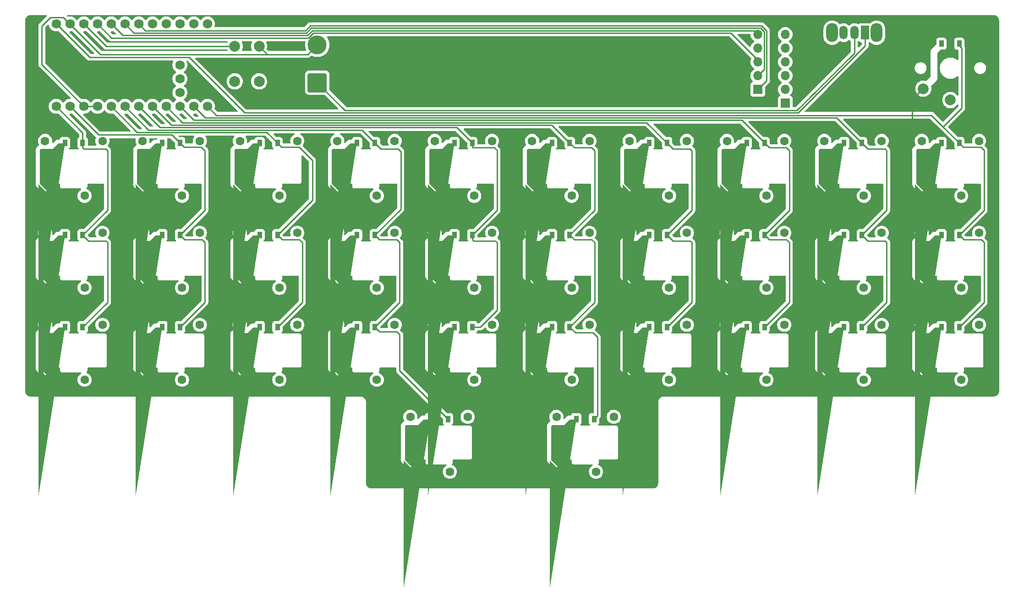
<source format=gtl>
G04 #@! TF.GenerationSoftware,KiCad,Pcbnew,(7.0.0)*
G04 #@! TF.CreationDate,2023-03-07T23:42:06+01:00*
G04 #@! TF.ProjectId,mqz_board,6d717a5f-626f-4617-9264-2e6b69636164,rev?*
G04 #@! TF.SameCoordinates,Original*
G04 #@! TF.FileFunction,Copper,L1,Top*
G04 #@! TF.FilePolarity,Positive*
%FSLAX46Y46*%
G04 Gerber Fmt 4.6, Leading zero omitted, Abs format (unit mm)*
G04 Created by KiCad (PCBNEW (7.0.0)) date 2023-03-07 23:42:06*
%MOMM*%
%LPD*%
G01*
G04 APERTURE LIST*
G04 Aperture macros list*
%AMRoundRect*
0 Rectangle with rounded corners*
0 $1 Rounding radius*
0 $2 $3 $4 $5 $6 $7 $8 $9 X,Y pos of 4 corners*
0 Add a 4 corners polygon primitive as box body*
4,1,4,$2,$3,$4,$5,$6,$7,$8,$9,$2,$3,0*
0 Add four circle primitives for the rounded corners*
1,1,$1+$1,$2,$3*
1,1,$1+$1,$4,$5*
1,1,$1+$1,$6,$7*
1,1,$1+$1,$8,$9*
0 Add four rect primitives between the rounded corners*
20,1,$1+$1,$2,$3,$4,$5,0*
20,1,$1+$1,$4,$5,$6,$7,0*
20,1,$1+$1,$6,$7,$8,$9,0*
20,1,$1+$1,$8,$9,$2,$3,0*%
%AMFreePoly0*
4,1,70,0.035780,0.121856,0.047635,0.114235,0.063500,0.109985,0.080136,0.093348,0.095980,0.083167,0.100738,0.072746,0.109985,0.063500,0.117118,0.036877,0.125707,0.018074,0.124467,0.009452,0.127000,0.000000,0.118601,-0.031344,0.115523,-0.052758,0.111673,-0.057199,0.109985,-0.063500,0.081734,-0.091750,0.068661,-0.106839,0.065809,-0.107675,0.063500,-0.109984,0.063500,-0.109985,
0.000000,-0.127000,-1.247395,-0.127000,-2.160197,-1.039803,-2.178355,-1.053395,-2.181339,-1.056839,-2.183998,-1.057619,-2.189135,-1.061465,-2.219843,-1.068145,-2.250000,-1.077000,-4.397394,-1.077000,-4.623000,-1.302606,-4.623000,-7.577394,-2.840197,-9.360198,-2.818534,-9.389135,-2.803324,-9.459060,-2.828331,-9.526108,-2.885618,-9.568993,-2.956996,-9.574097,-3.019802,-9.539803,-4.839803,-7.719803,
-4.853395,-7.701644,-4.856839,-7.698661,-4.857619,-7.696001,-4.861465,-7.690865,-4.868145,-7.660156,-4.877000,-7.630000,-4.877000,-1.250000,-4.873772,-1.227547,-4.874097,-1.223004,-4.872769,-1.220572,-4.871856,-1.214220,-4.854865,-1.187782,-4.839803,-1.160197,-4.539803,-0.860197,-4.521644,-0.846604,-4.518661,-0.843161,-4.516001,-0.842380,-4.510865,-0.838535,-4.480156,-0.831854,-4.450000,-0.823000,
-2.302606,-0.823000,-1.389802,0.089803,-1.371643,0.103396,-1.368661,0.106839,-1.366003,0.107619,-1.360865,0.111466,-1.330149,0.118147,-1.300000,0.127000,0.000000,0.127000,0.035780,0.121856,0.035780,0.121856,$1*%
%AMFreePoly1*
4,1,49,0.004727,0.125733,0.009060,0.126676,0.029080,0.119207,0.063500,0.109985,0.069265,0.104219,0.076108,0.101668,0.088882,0.084602,0.109985,0.063500,0.112942,0.052463,0.118993,0.044381,0.120406,0.024605,0.127000,0.000000,0.123184,-0.014240,0.124097,-0.026996,0.115594,-0.042567,0.109985,-0.063500,0.097161,-0.076323,0.089802,-0.089803,-1.873000,-2.052606,-1.873000,-6.950000,
-1.876227,-6.972452,-1.875903,-6.976996,-1.877230,-6.979427,-1.878144,-6.985780,-1.895138,-7.012223,-1.910198,-7.039803,-3.260197,-8.389803,-3.289135,-8.411465,-3.359060,-8.426676,-3.426108,-8.401669,-3.468993,-8.344382,-3.474097,-8.273004,-3.439803,-8.210197,-2.127000,-6.897395,-2.127000,-2.000000,-2.123772,-1.977547,-2.124097,-1.973004,-2.122769,-1.970572,-2.121856,-1.964220,-2.104865,-1.937782,
-2.089803,-1.910197,-0.089803,0.089802,-0.065462,0.108022,-0.063500,0.109985,-0.062473,0.110260,-0.060865,0.111465,-0.045521,0.114802,0.000000,0.127000,0.004727,0.125733,0.004727,0.125733,$1*%
G04 Aperture macros list end*
G04 #@! TA.AperFunction,ComponentPad*
%ADD10C,1.600000*%
G04 #@! TD*
G04 #@! TA.AperFunction,SMDPad,CuDef*
%ADD11R,0.900000X1.200000*%
G04 #@! TD*
G04 #@! TA.AperFunction,SMDPad,CuDef*
%ADD12FreePoly0,0.000000*%
G04 #@! TD*
G04 #@! TA.AperFunction,ComponentPad*
%ADD13O,2.200000X3.500000*%
G04 #@! TD*
G04 #@! TA.AperFunction,ComponentPad*
%ADD14R,1.500000X2.500000*%
G04 #@! TD*
G04 #@! TA.AperFunction,ComponentPad*
%ADD15O,1.500000X2.500000*%
G04 #@! TD*
G04 #@! TA.AperFunction,ComponentPad*
%ADD16C,1.752600*%
G04 #@! TD*
G04 #@! TA.AperFunction,ComponentPad*
%ADD17R,1.700000X1.700000*%
G04 #@! TD*
G04 #@! TA.AperFunction,ComponentPad*
%ADD18O,1.700000X1.700000*%
G04 #@! TD*
G04 #@! TA.AperFunction,ComponentPad*
%ADD19C,2.000000*%
G04 #@! TD*
G04 #@! TA.AperFunction,SMDPad,CuDef*
%ADD20FreePoly1,180.000000*%
G04 #@! TD*
G04 #@! TA.AperFunction,ComponentPad*
%ADD21RoundRect,0.250002X1.499998X-1.499998X1.499998X1.499998X-1.499998X1.499998X-1.499998X-1.499998X0*%
G04 #@! TD*
G04 #@! TA.AperFunction,ComponentPad*
%ADD22C,3.500000*%
G04 #@! TD*
G04 #@! TA.AperFunction,Conductor*
%ADD23C,0.250000*%
G04 #@! TD*
G04 APERTURE END LIST*
D10*
X200000000Y-122400000D03*
D11*
X199649999Y-112649999D03*
D10*
X193420000Y-122100000D03*
D12*
X196350000Y-112650000D03*
D11*
X196349999Y-112649999D03*
D10*
X192700000Y-112250000D03*
X203300000Y-112250000D03*
X236000000Y-105400000D03*
D11*
X235649999Y-95649999D03*
D10*
X229420000Y-105100000D03*
D12*
X232350000Y-95650000D03*
D11*
X232349999Y-95649999D03*
D10*
X228700000Y-95250000D03*
X239300000Y-95250000D03*
X218000000Y-105400000D03*
D11*
X217649999Y-95649999D03*
D10*
X211420000Y-105100000D03*
D12*
X214350000Y-95650000D03*
D11*
X214349999Y-95649999D03*
D10*
X210700000Y-95250000D03*
X221300000Y-95250000D03*
X110000000Y-122400000D03*
D11*
X109649999Y-112649999D03*
D10*
X103420000Y-122100000D03*
D12*
X106350000Y-112650000D03*
D11*
X106349999Y-112649999D03*
D10*
X102700000Y-112250000D03*
X113300000Y-112250000D03*
X146000000Y-88400000D03*
D11*
X145649999Y-78649999D03*
D10*
X139420000Y-88100000D03*
D12*
X142350000Y-78650000D03*
D11*
X142349999Y-78649999D03*
D10*
X138700000Y-78250000D03*
X149300000Y-78250000D03*
X146000000Y-105400000D03*
D11*
X145649999Y-95649999D03*
D10*
X139420000Y-105100000D03*
D12*
X142350000Y-95650000D03*
D11*
X142349999Y-95649999D03*
D10*
X138700000Y-95250000D03*
X149300000Y-95250000D03*
D13*
X220349999Y-58249999D03*
X212149999Y-58249999D03*
D14*
X218249999Y-58249999D03*
D15*
X216249999Y-58249999D03*
X214249999Y-58249999D03*
D10*
X141500000Y-139400000D03*
D11*
X141149999Y-129649999D03*
D10*
X134920000Y-139100000D03*
D12*
X137850000Y-129650000D03*
D11*
X137849999Y-129649999D03*
D10*
X134200000Y-129250000D03*
X144800000Y-129250000D03*
X236000000Y-88400000D03*
D11*
X235649999Y-78649999D03*
D10*
X229420000Y-88100000D03*
D12*
X232350000Y-78650000D03*
D11*
X232349999Y-78649999D03*
D10*
X228700000Y-78250000D03*
X239300000Y-78250000D03*
X74000000Y-122400000D03*
D11*
X73649999Y-112649999D03*
D10*
X67420000Y-122100000D03*
D12*
X70350000Y-112650000D03*
D11*
X70349999Y-112649999D03*
D10*
X66700000Y-112250000D03*
X77300000Y-112250000D03*
X164000000Y-88400000D03*
D11*
X163649999Y-78649999D03*
D10*
X157420000Y-88100000D03*
D12*
X160350000Y-78650000D03*
D11*
X160349999Y-78649999D03*
D10*
X156700000Y-78250000D03*
X167300000Y-78250000D03*
D16*
X68760000Y-71870000D03*
X71300000Y-71870000D03*
X73840000Y-71870000D03*
X76380000Y-71870000D03*
X78920000Y-71870000D03*
X81460000Y-71870000D03*
X84000000Y-71870000D03*
X86540000Y-71870000D03*
X89080000Y-71870000D03*
X91620000Y-71870000D03*
X94160000Y-71870000D03*
X96700000Y-71870000D03*
X96700000Y-56630000D03*
X94160000Y-56630000D03*
X91620000Y-56630000D03*
X89080000Y-56630000D03*
X86540000Y-56630000D03*
X84000000Y-56630000D03*
X81460000Y-56630000D03*
X78920000Y-56630000D03*
X76380000Y-56630000D03*
X73840000Y-56630000D03*
X71300000Y-56630000D03*
X68760000Y-56630000D03*
X91620000Y-69330000D03*
X91620000Y-66790000D03*
X91620000Y-64250000D03*
D10*
X164000000Y-105400000D03*
D11*
X163649999Y-95649999D03*
D10*
X157420000Y-105100000D03*
D12*
X160350000Y-95650000D03*
D11*
X160349999Y-95649999D03*
D10*
X156700000Y-95250000D03*
X167300000Y-95250000D03*
D17*
X198399999Y-68739999D03*
D18*
X198399999Y-66199999D03*
X198399999Y-63659999D03*
X198399999Y-61119999D03*
X198399999Y-58579999D03*
D10*
X200000000Y-105400000D03*
D11*
X199649999Y-95649999D03*
D10*
X193420000Y-105100000D03*
D12*
X196350000Y-95650000D03*
D11*
X196349999Y-95649999D03*
D10*
X192700000Y-95250000D03*
X203300000Y-95250000D03*
X92000000Y-105400000D03*
D11*
X91649999Y-95649999D03*
D10*
X85420000Y-105100000D03*
D12*
X88350000Y-95650000D03*
D11*
X88349999Y-95649999D03*
D10*
X84700000Y-95250000D03*
X95300000Y-95250000D03*
X182000000Y-88400000D03*
D11*
X181649999Y-78649999D03*
D10*
X175420000Y-88100000D03*
D12*
X178350000Y-78650000D03*
D11*
X178349999Y-78649999D03*
D10*
X174700000Y-78250000D03*
X185300000Y-78250000D03*
X218000000Y-88400000D03*
D11*
X217649999Y-78649999D03*
D10*
X211420000Y-88100000D03*
D12*
X214350000Y-78650000D03*
D11*
X214349999Y-78649999D03*
D10*
X210700000Y-78250000D03*
X221300000Y-78250000D03*
X74000000Y-105400000D03*
D11*
X73649999Y-95649999D03*
D10*
X67420000Y-105100000D03*
D12*
X70350000Y-95650000D03*
D11*
X70349999Y-95649999D03*
D10*
X66700000Y-95250000D03*
X77300000Y-95250000D03*
X110000000Y-105400000D03*
D11*
X109649999Y-95649999D03*
D10*
X103420000Y-105100000D03*
D12*
X106350000Y-95650000D03*
D11*
X106349999Y-95649999D03*
D10*
X102700000Y-95250000D03*
X113300000Y-95250000D03*
X128000000Y-122400000D03*
D11*
X127649999Y-112649999D03*
D10*
X121420000Y-122100000D03*
D12*
X124350000Y-112650000D03*
D11*
X124349999Y-112649999D03*
D10*
X120700000Y-112250000D03*
X131300000Y-112250000D03*
X200000000Y-88400000D03*
D11*
X199649999Y-78649999D03*
D10*
X193420000Y-88100000D03*
D12*
X196350000Y-78650000D03*
D11*
X196349999Y-78649999D03*
D10*
X192700000Y-78250000D03*
X203300000Y-78250000D03*
D19*
X234000000Y-70700000D03*
D11*
X235649999Y-60299999D03*
X232349999Y-60299999D03*
D20*
X229000000Y-68600000D03*
D19*
X229000000Y-68600000D03*
D10*
X182000000Y-122400000D03*
D11*
X181649999Y-112649999D03*
D10*
X175420000Y-122100000D03*
D12*
X178350000Y-112650000D03*
D11*
X178349999Y-112649999D03*
D10*
X174700000Y-112250000D03*
X185300000Y-112250000D03*
X74000000Y-88400000D03*
D11*
X73649999Y-78649999D03*
D10*
X67420000Y-88100000D03*
D12*
X70350000Y-78650000D03*
D11*
X70349999Y-78649999D03*
D10*
X66700000Y-78250000D03*
X77300000Y-78250000D03*
X236000000Y-122400000D03*
D11*
X235649999Y-112649999D03*
D10*
X229420000Y-122100000D03*
D12*
X232350000Y-112650000D03*
D11*
X232349999Y-112649999D03*
D10*
X228700000Y-112250000D03*
X239300000Y-112250000D03*
D19*
X101750000Y-67250000D03*
X101750000Y-60750000D03*
X106250000Y-67250000D03*
X106250000Y-60750000D03*
D10*
X164000000Y-122400000D03*
D11*
X163649999Y-112649999D03*
D10*
X157420000Y-122100000D03*
D12*
X160350000Y-112650000D03*
D11*
X160349999Y-112649999D03*
D10*
X156700000Y-112250000D03*
X167300000Y-112250000D03*
X92000000Y-122400000D03*
D11*
X91649999Y-112649999D03*
D10*
X85420000Y-122100000D03*
D12*
X88350000Y-112650000D03*
D11*
X88349999Y-112649999D03*
D10*
X84700000Y-112250000D03*
X95300000Y-112250000D03*
X168500000Y-139400000D03*
D11*
X168149999Y-129649999D03*
D10*
X161920000Y-139100000D03*
D12*
X164850000Y-129650000D03*
D11*
X164849999Y-129649999D03*
D10*
X161200000Y-129250000D03*
X171800000Y-129250000D03*
D21*
X117000000Y-67500000D03*
D22*
X117000000Y-60500000D03*
D10*
X182000000Y-105400000D03*
D11*
X181649999Y-95649999D03*
D10*
X175420000Y-105100000D03*
D12*
X178350000Y-95650000D03*
D11*
X178349999Y-95649999D03*
D10*
X174700000Y-95250000D03*
X185300000Y-95250000D03*
X218000000Y-122400000D03*
D11*
X217649999Y-112649999D03*
D10*
X211420000Y-122100000D03*
D12*
X214350000Y-112650000D03*
D11*
X214349999Y-112649999D03*
D10*
X210700000Y-112250000D03*
X221300000Y-112250000D03*
X128000000Y-88400000D03*
D11*
X127649999Y-78649999D03*
D10*
X121420000Y-88100000D03*
D12*
X124350000Y-78650000D03*
D11*
X124349999Y-78649999D03*
D10*
X120700000Y-78250000D03*
X131300000Y-78250000D03*
X146000000Y-122400000D03*
D11*
X145649999Y-112649999D03*
D10*
X139420000Y-122100000D03*
D12*
X142350000Y-112650000D03*
D11*
X142349999Y-112649999D03*
D10*
X138700000Y-112250000D03*
X149300000Y-112250000D03*
D17*
X203479999Y-71279999D03*
D18*
X203479999Y-68739999D03*
X203479999Y-66199999D03*
X203479999Y-63659999D03*
X203479999Y-61119999D03*
X203479999Y-58579999D03*
D10*
X92000000Y-88400000D03*
D11*
X91649999Y-78649999D03*
D10*
X85420000Y-88100000D03*
D12*
X88350000Y-78650000D03*
D11*
X88349999Y-78649999D03*
D10*
X84700000Y-78250000D03*
X95300000Y-78250000D03*
X128000000Y-105400000D03*
D11*
X127649999Y-95649999D03*
D10*
X121420000Y-105100000D03*
D12*
X124350000Y-95650000D03*
D11*
X124349999Y-95649999D03*
D10*
X120700000Y-95250000D03*
X131300000Y-95250000D03*
X110000000Y-88400000D03*
D11*
X109649999Y-78649999D03*
D10*
X103420000Y-88100000D03*
D12*
X106350000Y-78650000D03*
D11*
X106349999Y-78649999D03*
D10*
X102700000Y-78250000D03*
X113300000Y-78250000D03*
D23*
X209131802Y-69131802D02*
X205638604Y-72625000D01*
X216250000Y-62013604D02*
X208013604Y-70250000D01*
X205638604Y-72625000D02*
X122125000Y-72625000D01*
X216250000Y-58250000D02*
X216250000Y-62013604D01*
X122125000Y-72625000D02*
X117000000Y-67500000D01*
X70070000Y-55400000D02*
X67700000Y-55400000D01*
X108250000Y-62249999D02*
X76919999Y-62249999D01*
X66100000Y-64130000D02*
X73840000Y-71870000D01*
X66100000Y-57000000D02*
X66100000Y-64130000D01*
X76919999Y-62249999D02*
X70070000Y-55400000D01*
X107749999Y-62249999D02*
X108250000Y-62249999D01*
X115250001Y-62249999D02*
X108250000Y-62249999D01*
X67700000Y-55400000D02*
X66100000Y-57000000D01*
X117000000Y-60500000D02*
X115250001Y-62249999D01*
X106250000Y-60750000D02*
X107749999Y-62249999D01*
X73840000Y-71870000D02*
X76130000Y-71870000D01*
X78225000Y-80032538D02*
X78225000Y-91075000D01*
X78225000Y-97032538D02*
X78225000Y-108075000D01*
X73650000Y-79500000D02*
X73875000Y-79725000D01*
X78225000Y-108075000D02*
X73650000Y-112650000D01*
X78225000Y-91075000D02*
X73650000Y-95650000D01*
X77917462Y-96725000D02*
X78225000Y-97032538D01*
X73650000Y-76760000D02*
X73650000Y-78650000D01*
X68760000Y-71870000D02*
X73650000Y-76760000D01*
X74725000Y-96725000D02*
X77917462Y-96725000D01*
X73650000Y-95650000D02*
X74725000Y-96725000D01*
X73650000Y-78650000D02*
X73650000Y-79500000D01*
X77917462Y-79725000D02*
X78225000Y-80032538D01*
X73875000Y-79725000D02*
X77917462Y-79725000D01*
X71300000Y-71870000D02*
X76555000Y-77125000D01*
X90125000Y-77125000D02*
X91650000Y-78650000D01*
X91650000Y-95650000D02*
X96225000Y-91075000D01*
X96225000Y-108075000D02*
X96225000Y-97032538D01*
X96225000Y-91075000D02*
X96225000Y-80032538D01*
X92375000Y-79375000D02*
X91650000Y-78650000D01*
X76555000Y-77125000D02*
X90125000Y-77125000D01*
X95692462Y-96500000D02*
X92500000Y-96500000D01*
X95567462Y-79375000D02*
X92375000Y-79375000D01*
X96225000Y-80032538D02*
X95567462Y-79375000D01*
X91650000Y-112650000D02*
X96225000Y-108075000D01*
X92500000Y-96500000D02*
X91650000Y-95650000D01*
X96225000Y-97032538D02*
X95692462Y-96500000D01*
X109650000Y-112650000D02*
X114225000Y-108075000D01*
X114225000Y-97032538D02*
X113692462Y-96500000D01*
X83725000Y-76675000D02*
X107675000Y-76675000D01*
X107675000Y-76675000D02*
X109650000Y-78650000D01*
X113692462Y-96500000D02*
X110500000Y-96500000D01*
X110375000Y-79375000D02*
X109650000Y-78650000D01*
X116075000Y-89225000D02*
X116075000Y-81825000D01*
X78920000Y-71870000D02*
X83725000Y-76675000D01*
X114225000Y-108075000D02*
X114225000Y-97032538D01*
X116075000Y-81825000D02*
X113625000Y-79375000D01*
X109650000Y-95650000D02*
X116075000Y-89225000D01*
X110500000Y-96500000D02*
X109650000Y-95650000D01*
X113625000Y-79375000D02*
X110375000Y-79375000D01*
X132225000Y-108075000D02*
X132225000Y-97032538D01*
X128725000Y-79725000D02*
X127650000Y-78650000D01*
X132225000Y-97032538D02*
X131692462Y-96500000D01*
X81460000Y-71870000D02*
X85815000Y-76225000D01*
X131692462Y-96500000D02*
X128500000Y-96500000D01*
X131692462Y-113500000D02*
X128500000Y-113500000D01*
X85815000Y-76225000D02*
X125225000Y-76225000D01*
X131917462Y-79725000D02*
X128725000Y-79725000D01*
X125225000Y-76225000D02*
X127650000Y-78650000D01*
X127650000Y-112650000D02*
X132225000Y-108075000D01*
X132425000Y-80232538D02*
X131917462Y-79725000D01*
X128500000Y-96500000D02*
X127650000Y-95650000D01*
X132225000Y-114032538D02*
X131692462Y-113500000D01*
X132425000Y-90875000D02*
X132425000Y-80232538D01*
X127650000Y-95650000D02*
X132425000Y-90875000D01*
X132225000Y-120725000D02*
X132225000Y-114032538D01*
X141150000Y-129650000D02*
X132225000Y-120725000D01*
X128500000Y-113500000D02*
X127650000Y-112650000D01*
X145650000Y-95650000D02*
X145650000Y-96500000D01*
X150225000Y-97032538D02*
X150225000Y-109525000D01*
X145650000Y-78650000D02*
X145650000Y-79500000D01*
X149917462Y-96725000D02*
X150225000Y-97032538D01*
X150225000Y-91075000D02*
X145650000Y-95650000D01*
X87905000Y-75775000D02*
X142775000Y-75775000D01*
X145875000Y-96725000D02*
X149917462Y-96725000D01*
X149692462Y-79500000D02*
X150225000Y-80032538D01*
X145650000Y-96500000D02*
X145875000Y-96725000D01*
X142775000Y-75775000D02*
X145650000Y-78650000D01*
X150225000Y-80032538D02*
X150225000Y-91075000D01*
X147100000Y-112650000D02*
X145650000Y-112650000D01*
X145650000Y-79500000D02*
X149692462Y-79500000D01*
X84000000Y-71870000D02*
X87905000Y-75775000D01*
X150225000Y-109525000D02*
X147100000Y-112650000D01*
X160325000Y-75325000D02*
X89995000Y-75325000D01*
X168225000Y-108075000D02*
X168225000Y-97032538D01*
X164500000Y-96500000D02*
X163650000Y-95650000D01*
X164725000Y-113725000D02*
X167917462Y-113725000D01*
X168750000Y-129050000D02*
X168150000Y-129650000D01*
X163650000Y-112650000D02*
X164725000Y-113725000D01*
X168225000Y-97032538D02*
X167692462Y-96500000D01*
X163650000Y-95650000D02*
X168225000Y-91075000D01*
X89995000Y-75325000D02*
X86540000Y-71870000D01*
X167692462Y-96500000D02*
X164500000Y-96500000D01*
X167692462Y-79500000D02*
X164500000Y-79500000D01*
X163650000Y-112650000D02*
X168225000Y-108075000D01*
X163650000Y-78650000D02*
X160325000Y-75325000D01*
X168750000Y-114557538D02*
X168750000Y-129050000D01*
X167917462Y-113725000D02*
X168750000Y-114557538D01*
X168225000Y-80032538D02*
X167692462Y-79500000D01*
X168225000Y-91075000D02*
X168225000Y-80032538D01*
X164500000Y-79500000D02*
X163650000Y-78650000D01*
X185917462Y-79725000D02*
X186225000Y-80032538D01*
X185917462Y-96725000D02*
X186225000Y-97032538D01*
X182725000Y-79725000D02*
X185917462Y-79725000D01*
X92085000Y-74875000D02*
X177875000Y-74875000D01*
X89080000Y-71870000D02*
X92085000Y-74875000D01*
X182725000Y-96725000D02*
X185917462Y-96725000D01*
X186225000Y-108075000D02*
X181650000Y-112650000D01*
X181650000Y-95650000D02*
X182725000Y-96725000D01*
X181650000Y-78650000D02*
X182725000Y-79725000D01*
X186225000Y-80032538D02*
X186225000Y-91075000D01*
X186225000Y-97032538D02*
X186225000Y-108075000D01*
X186225000Y-91075000D02*
X181650000Y-95650000D01*
X177875000Y-74875000D02*
X181650000Y-78650000D01*
X94175000Y-74425000D02*
X195425000Y-74425000D01*
X200500000Y-79500000D02*
X199650000Y-78650000D01*
X200500000Y-96500000D02*
X199650000Y-95650000D01*
X203692462Y-79500000D02*
X200500000Y-79500000D01*
X204225000Y-108075000D02*
X204225000Y-97032538D01*
X199650000Y-95650000D02*
X204225000Y-91075000D01*
X199650000Y-112650000D02*
X204225000Y-108075000D01*
X204225000Y-97032538D02*
X203692462Y-96500000D01*
X195425000Y-74425000D02*
X199650000Y-78650000D01*
X91620000Y-71870000D02*
X94175000Y-74425000D01*
X204225000Y-80032538D02*
X203692462Y-79500000D01*
X203692462Y-96500000D02*
X200500000Y-96500000D01*
X204225000Y-91075000D02*
X204225000Y-80032538D01*
X222225000Y-97032538D02*
X222225000Y-108075000D01*
X221917462Y-79725000D02*
X222225000Y-80032538D01*
X222225000Y-108075000D02*
X217650000Y-112650000D01*
X217650000Y-95650000D02*
X218725000Y-96725000D01*
X94160000Y-71870000D02*
X96265000Y-73975000D01*
X218725000Y-79725000D02*
X221917462Y-79725000D01*
X218725000Y-96725000D02*
X221917462Y-96725000D01*
X222225000Y-91075000D02*
X217650000Y-95650000D01*
X221917462Y-96725000D02*
X222225000Y-97032538D01*
X222225000Y-80032538D02*
X222225000Y-91075000D01*
X212975000Y-73975000D02*
X217650000Y-78650000D01*
X217650000Y-78650000D02*
X218725000Y-79725000D01*
X96265000Y-73975000D02*
X212975000Y-73975000D01*
X232650000Y-75650000D02*
X235650000Y-78650000D01*
X236075000Y-72225000D02*
X232650000Y-75650000D01*
X239625000Y-79375000D02*
X236375000Y-79375000D01*
X240225000Y-97032538D02*
X239692462Y-96500000D01*
X98355000Y-73525000D02*
X230525000Y-73525000D01*
X236500000Y-96500000D02*
X235650000Y-95650000D01*
X236075000Y-61125000D02*
X236075000Y-72225000D01*
X235650000Y-95650000D02*
X240225000Y-91075000D01*
X240225000Y-108075000D02*
X240225000Y-97032538D01*
X235650000Y-112650000D02*
X240225000Y-108075000D01*
X239692462Y-96500000D02*
X236500000Y-96500000D01*
X230525000Y-73525000D02*
X232650000Y-75650000D01*
X236375000Y-79375000D02*
X235650000Y-78650000D01*
X96700000Y-71870000D02*
X98355000Y-73525000D01*
X235650000Y-60700000D02*
X236075000Y-61125000D01*
X240225000Y-91075000D02*
X240225000Y-79975000D01*
X240225000Y-79975000D02*
X239625000Y-79375000D01*
X205825000Y-73075000D02*
X103575000Y-73075000D01*
X74928700Y-62798700D02*
X68760000Y-56630000D01*
X218250000Y-60650000D02*
X205825000Y-73075000D01*
X218250000Y-58250000D02*
X218250000Y-60650000D01*
X93298700Y-62798700D02*
X74928700Y-62798700D01*
X103575000Y-73075000D02*
X93298700Y-62798700D01*
X73840000Y-56590000D02*
X78000000Y-60750000D01*
X78000000Y-60750000D02*
X101750000Y-60750000D01*
X85220000Y-57850000D02*
X84000000Y-56630000D01*
X200025000Y-57906903D02*
X199073097Y-56955000D01*
X114806318Y-57850000D02*
X85220000Y-57850000D01*
X199073097Y-56955000D02*
X115701318Y-56955000D01*
X115701318Y-56955000D02*
X114806318Y-57850000D01*
X198400000Y-68740000D02*
X200025000Y-67115000D01*
X200025000Y-67115000D02*
X200025000Y-57906903D01*
X198886701Y-57405000D02*
X199575000Y-58093299D01*
X199575000Y-58093299D02*
X199575000Y-65025000D01*
X199575000Y-65025000D02*
X198400000Y-66200000D01*
X114992714Y-58300000D02*
X115887714Y-57405000D01*
X115887714Y-57405000D02*
X198886701Y-57405000D01*
X83130000Y-58300000D02*
X114992714Y-58300000D01*
X81460000Y-56630000D02*
X83130000Y-58300000D01*
X78920000Y-56630000D02*
X81040000Y-58750000D01*
X115179110Y-58750000D02*
X116074110Y-57855000D01*
X81040000Y-58750000D02*
X115179110Y-58750000D01*
X197675000Y-57855000D02*
X198400000Y-58580000D01*
X116074110Y-57855000D02*
X197675000Y-57855000D01*
X193445000Y-58305000D02*
X198600000Y-63460000D01*
X76380000Y-56630000D02*
X78950000Y-59200000D01*
X115365506Y-59200000D02*
X116260506Y-58305000D01*
X78950000Y-59200000D02*
X115365506Y-59200000D01*
X116260506Y-58305000D02*
X193445000Y-58305000D01*
G04 #@! TA.AperFunction,NonConductor*
G36*
X79399867Y-57994457D02*
G01*
X79768229Y-58362819D01*
X79798479Y-58412182D01*
X79803021Y-58469898D01*
X79780866Y-58523385D01*
X79736843Y-58560985D01*
X79680548Y-58574500D01*
X79260452Y-58574500D01*
X79212999Y-58565061D01*
X79172771Y-58538181D01*
X78853071Y-58218481D01*
X78822821Y-58169118D01*
X78818279Y-58111402D01*
X78840434Y-58057915D01*
X78884457Y-58020315D01*
X78940752Y-58006800D01*
X79028951Y-58006800D01*
X79034085Y-58006800D01*
X79259143Y-57969245D01*
X79271922Y-57964857D01*
X79340133Y-57961328D01*
X79399867Y-57994457D01*
G37*
G04 #@! TD.AperFunction*
G04 #@! TA.AperFunction,NonConductor*
G36*
X76859866Y-57994457D02*
G01*
X78452707Y-59587298D01*
X78460159Y-59595487D01*
X78464214Y-59601877D01*
X78501534Y-59636923D01*
X78513223Y-59647900D01*
X78516019Y-59650610D01*
X78535529Y-59670120D01*
X78538709Y-59672587D01*
X78547571Y-59680155D01*
X78561020Y-59692785D01*
X78573732Y-59704723D01*
X78573734Y-59704724D01*
X78579418Y-59710062D01*
X78586251Y-59713818D01*
X78586252Y-59713819D01*
X78596973Y-59719713D01*
X78613234Y-59730394D01*
X78629064Y-59742673D01*
X78669154Y-59760021D01*
X78679631Y-59765154D01*
X78717908Y-59786197D01*
X78734957Y-59790574D01*
X78737305Y-59791177D01*
X78755719Y-59797481D01*
X78774104Y-59805438D01*
X78817265Y-59812273D01*
X78828664Y-59814634D01*
X78870981Y-59825500D01*
X78891017Y-59825500D01*
X78910402Y-59827025D01*
X78930196Y-59830160D01*
X78968276Y-59826560D01*
X78973676Y-59826050D01*
X78985345Y-59825500D01*
X100332518Y-59825500D01*
X100395991Y-59842977D01*
X100441572Y-59890482D01*
X100456412Y-59954623D01*
X100436328Y-60017320D01*
X100428630Y-60029101D01*
X100428624Y-60029110D01*
X100425827Y-60033393D01*
X100418406Y-60050310D01*
X100391317Y-60089380D01*
X100351514Y-60115385D01*
X100304851Y-60124500D01*
X78310453Y-60124500D01*
X78263000Y-60115061D01*
X78222772Y-60088181D01*
X76353072Y-58218481D01*
X76322822Y-58169118D01*
X76318280Y-58111402D01*
X76340435Y-58057915D01*
X76384458Y-58020315D01*
X76440753Y-58006800D01*
X76488951Y-58006800D01*
X76494085Y-58006800D01*
X76719143Y-57969245D01*
X76731919Y-57964858D01*
X76800130Y-57961328D01*
X76859866Y-57994457D01*
G37*
G04 #@! TD.AperFunction*
G04 #@! TA.AperFunction,NonConductor*
G36*
X196980861Y-58495355D02*
G01*
X197025611Y-58536361D01*
X197045538Y-58593691D01*
X197064937Y-58815408D01*
X197066336Y-58820630D01*
X197066337Y-58820634D01*
X197124694Y-59038430D01*
X197124697Y-59038438D01*
X197126097Y-59043663D01*
X197128385Y-59048570D01*
X197128386Y-59048572D01*
X197223678Y-59252927D01*
X197223681Y-59252933D01*
X197225965Y-59257830D01*
X197229064Y-59262257D01*
X197229066Y-59262259D01*
X197358399Y-59446966D01*
X197358402Y-59446970D01*
X197361505Y-59451401D01*
X197528599Y-59618495D01*
X197533032Y-59621599D01*
X197533038Y-59621604D01*
X197714158Y-59748425D01*
X197753024Y-59792743D01*
X197767035Y-59850000D01*
X197753024Y-59907257D01*
X197714159Y-59951575D01*
X197533041Y-60078395D01*
X197528599Y-60081505D01*
X197524775Y-60085328D01*
X197524769Y-60085334D01*
X197365334Y-60244769D01*
X197365328Y-60244775D01*
X197361505Y-60248599D01*
X197358402Y-60253029D01*
X197358399Y-60253034D01*
X197229073Y-60437731D01*
X197229068Y-60437738D01*
X197225965Y-60442171D01*
X197223677Y-60447077D01*
X197223675Y-60447081D01*
X197128386Y-60651427D01*
X197128383Y-60651432D01*
X197126097Y-60656337D01*
X197124697Y-60661560D01*
X197124695Y-60661567D01*
X197087609Y-60799975D01*
X197055515Y-60855562D01*
X196999927Y-60887656D01*
X196935740Y-60887656D01*
X196880153Y-60855562D01*
X194716772Y-58692181D01*
X194686522Y-58642818D01*
X194681980Y-58585102D01*
X194704135Y-58531615D01*
X194748158Y-58494015D01*
X194804453Y-58480500D01*
X196922011Y-58480500D01*
X196980861Y-58495355D01*
G37*
G04 #@! TD.AperFunction*
G04 #@! TA.AperFunction,NonConductor*
G36*
X217067666Y-59783361D02*
G01*
X217115884Y-59822054D01*
X217136805Y-59850000D01*
X217142454Y-59857546D01*
X217257669Y-59943796D01*
X217392517Y-59994091D01*
X217452127Y-60000500D01*
X217500500Y-60000500D01*
X217562500Y-60017113D01*
X217607887Y-60062500D01*
X217624500Y-60124500D01*
X217624500Y-60339547D01*
X217615061Y-60387000D01*
X217588181Y-60427228D01*
X217087181Y-60928228D01*
X217037818Y-60958478D01*
X216980102Y-60963020D01*
X216926615Y-60940865D01*
X216889015Y-60896842D01*
X216875500Y-60840547D01*
X216875500Y-59907552D01*
X216893048Y-59843960D01*
X216933349Y-59805418D01*
X216932124Y-59803562D01*
X216936771Y-59800493D01*
X216941681Y-59797852D01*
X216946043Y-59794372D01*
X216948302Y-59792882D01*
X217006759Y-59772759D01*
X217067666Y-59783361D01*
G37*
G04 #@! TD.AperFunction*
G04 #@! TA.AperFunction,NonConductor*
G36*
X74349644Y-57984234D02*
G01*
X77502707Y-61137298D01*
X77510159Y-61145487D01*
X77514214Y-61151877D01*
X77562431Y-61197156D01*
X77563223Y-61197900D01*
X77566020Y-61200611D01*
X77585529Y-61220120D01*
X77588709Y-61222587D01*
X77597571Y-61230155D01*
X77611020Y-61242785D01*
X77623732Y-61254723D01*
X77623734Y-61254724D01*
X77629418Y-61260062D01*
X77636251Y-61263818D01*
X77636252Y-61263819D01*
X77646973Y-61269713D01*
X77663234Y-61280394D01*
X77679064Y-61292673D01*
X77719155Y-61310021D01*
X77729635Y-61315155D01*
X77767908Y-61336197D01*
X77787316Y-61341180D01*
X77805719Y-61347481D01*
X77816944Y-61352339D01*
X77816946Y-61352339D01*
X77824104Y-61355437D01*
X77867258Y-61362271D01*
X77878644Y-61364629D01*
X77920981Y-61375500D01*
X77941017Y-61375500D01*
X77960414Y-61377026D01*
X77966723Y-61378026D01*
X77986732Y-61386622D01*
X78013107Y-61377049D01*
X78023675Y-61376050D01*
X78035345Y-61375500D01*
X100304851Y-61375500D01*
X100351520Y-61384617D01*
X100391326Y-61410629D01*
X100418415Y-61449709D01*
X100418853Y-61450708D01*
X100428864Y-61510755D01*
X100409092Y-61568329D01*
X100364302Y-61609556D01*
X100305289Y-61624499D01*
X78024777Y-61624499D01*
X77986470Y-61614556D01*
X77947324Y-61624499D01*
X77230452Y-61624499D01*
X77182999Y-61615060D01*
X77142771Y-61588180D01*
X73773072Y-58218481D01*
X73742822Y-58169118D01*
X73738280Y-58111402D01*
X73760435Y-58057915D01*
X73804458Y-58020315D01*
X73860753Y-58006800D01*
X73948951Y-58006800D01*
X73954085Y-58006800D01*
X74179143Y-57969245D01*
X74221700Y-57954634D01*
X74289911Y-57951106D01*
X74349644Y-57984234D01*
G37*
G04 #@! TD.AperFunction*
G04 #@! TA.AperFunction,NonConductor*
G36*
X104895991Y-59842977D02*
G01*
X104941572Y-59890482D01*
X104956412Y-59954623D01*
X104936328Y-60017320D01*
X104928630Y-60029101D01*
X104928624Y-60029110D01*
X104925827Y-60033393D01*
X104923772Y-60038077D01*
X104923766Y-60038089D01*
X104829483Y-60253034D01*
X104825937Y-60261119D01*
X104824679Y-60266084D01*
X104824678Y-60266089D01*
X104766151Y-60497204D01*
X104766149Y-60497213D01*
X104764892Y-60502179D01*
X104764468Y-60507288D01*
X104764467Y-60507298D01*
X104744868Y-60743833D01*
X104744357Y-60750000D01*
X104744781Y-60755117D01*
X104764467Y-60992701D01*
X104764468Y-60992709D01*
X104764892Y-60997821D01*
X104766149Y-61002788D01*
X104766151Y-61002795D01*
X104821186Y-61220120D01*
X104825937Y-61238881D01*
X104912760Y-61436818D01*
X104918845Y-61450689D01*
X104928865Y-61510739D01*
X104909098Y-61568320D01*
X104864307Y-61609554D01*
X104805289Y-61624499D01*
X103194711Y-61624499D01*
X103135693Y-61609554D01*
X103090902Y-61568320D01*
X103071135Y-61510739D01*
X103081155Y-61450689D01*
X103083363Y-61445655D01*
X103174063Y-61238881D01*
X103235108Y-60997821D01*
X103255643Y-60750000D01*
X103235108Y-60502179D01*
X103174063Y-60261119D01*
X103074173Y-60033393D01*
X103063671Y-60017319D01*
X103043588Y-59954623D01*
X103058428Y-59890482D01*
X103104009Y-59842977D01*
X103167482Y-59825500D01*
X104832518Y-59825500D01*
X104895991Y-59842977D01*
G37*
G04 #@! TD.AperFunction*
G04 #@! TA.AperFunction,NonConductor*
G36*
X114741499Y-59837405D02*
G01*
X114784335Y-59870835D01*
X114808766Y-59919370D01*
X114810099Y-59973691D01*
X114780102Y-60124500D01*
X114763966Y-60205620D01*
X114763700Y-60209667D01*
X114763700Y-60209673D01*
X114748752Y-60437731D01*
X114744671Y-60500000D01*
X114744937Y-60504058D01*
X114763293Y-60784124D01*
X114763966Y-60794380D01*
X114764757Y-60798361D01*
X114764758Y-60798362D01*
X114820726Y-61079738D01*
X114820728Y-61079745D01*
X114821519Y-61083722D01*
X114822819Y-61087553D01*
X114822823Y-61087566D01*
X114914168Y-61356656D01*
X114916348Y-61363077D01*
X114918143Y-61366718D01*
X114918144Y-61366719D01*
X114957071Y-61445655D01*
X114969710Y-61506583D01*
X114951160Y-61565979D01*
X114906094Y-61608886D01*
X114845859Y-61624499D01*
X108329019Y-61624499D01*
X108060451Y-61624499D01*
X108012998Y-61615060D01*
X107972770Y-61588180D01*
X107713661Y-61329071D01*
X107681791Y-61274308D01*
X107681136Y-61210950D01*
X107686162Y-61191102D01*
X107735108Y-60997821D01*
X107755643Y-60750000D01*
X107735108Y-60502179D01*
X107674063Y-60261119D01*
X107574173Y-60033393D01*
X107563671Y-60017319D01*
X107543588Y-59954623D01*
X107558428Y-59890482D01*
X107604009Y-59842977D01*
X107667482Y-59825500D01*
X114688482Y-59825500D01*
X114741499Y-59837405D01*
G37*
G04 #@! TD.AperFunction*
G04 #@! TA.AperFunction,NonConductor*
G36*
X71779866Y-57994457D02*
G01*
X75746928Y-61961519D01*
X75777178Y-62010882D01*
X75781720Y-62068598D01*
X75759565Y-62122085D01*
X75715542Y-62159685D01*
X75659247Y-62173200D01*
X75239153Y-62173200D01*
X75191700Y-62163761D01*
X75151472Y-62136881D01*
X71233072Y-58218481D01*
X71202822Y-58169118D01*
X71198280Y-58111402D01*
X71220435Y-58057915D01*
X71264458Y-58020315D01*
X71320753Y-58006800D01*
X71408951Y-58006800D01*
X71414085Y-58006800D01*
X71639143Y-57969245D01*
X71651919Y-57964858D01*
X71720130Y-57961328D01*
X71779866Y-57994457D01*
G37*
G04 #@! TD.AperFunction*
G04 #@! TA.AperFunction,NonConductor*
G36*
X67314230Y-56765459D02*
G01*
X67370189Y-56802431D01*
X67396150Y-56857687D01*
X67397323Y-56857391D01*
X67452078Y-57073613D01*
X67452080Y-57073620D01*
X67453336Y-57078578D01*
X67455393Y-57083269D01*
X67455394Y-57083270D01*
X67542929Y-57282833D01*
X67542932Y-57282840D01*
X67544990Y-57287530D01*
X67547790Y-57291816D01*
X67547794Y-57291823D01*
X67644353Y-57439617D01*
X67669787Y-57478547D01*
X67673261Y-57482320D01*
X67673262Y-57482322D01*
X67695352Y-57506318D01*
X67824323Y-57646417D01*
X67828369Y-57649566D01*
X67828370Y-57649567D01*
X67898390Y-57704065D01*
X68004381Y-57786561D01*
X68205050Y-57895158D01*
X68420857Y-57969245D01*
X68645915Y-58006800D01*
X68868951Y-58006800D01*
X68874085Y-58006800D01*
X69099143Y-57969245D01*
X69111919Y-57964858D01*
X69180130Y-57961328D01*
X69239866Y-57994457D01*
X74431407Y-63185998D01*
X74438859Y-63194187D01*
X74442914Y-63200577D01*
X74491923Y-63246600D01*
X74494720Y-63249311D01*
X74514229Y-63268820D01*
X74517409Y-63271287D01*
X74526271Y-63278855D01*
X74539720Y-63291485D01*
X74552432Y-63303423D01*
X74552434Y-63303424D01*
X74558118Y-63308762D01*
X74564951Y-63312518D01*
X74564952Y-63312519D01*
X74575673Y-63318413D01*
X74591934Y-63329094D01*
X74607764Y-63341373D01*
X74647855Y-63358721D01*
X74658335Y-63363855D01*
X74696608Y-63384897D01*
X74716016Y-63389880D01*
X74734419Y-63396181D01*
X74745644Y-63401039D01*
X74745646Y-63401039D01*
X74752804Y-63404137D01*
X74795958Y-63410971D01*
X74807344Y-63413329D01*
X74849681Y-63424200D01*
X74869717Y-63424200D01*
X74889115Y-63425727D01*
X74901186Y-63427639D01*
X74901187Y-63427639D01*
X74908896Y-63428860D01*
X74946976Y-63425260D01*
X74952376Y-63424750D01*
X74964045Y-63424200D01*
X90289004Y-63424200D01*
X90348021Y-63439145D01*
X90392813Y-63480378D01*
X90412580Y-63537960D01*
X90402560Y-63598010D01*
X90315394Y-63796729D01*
X90315392Y-63796734D01*
X90313336Y-63801422D01*
X90312081Y-63806375D01*
X90312078Y-63806386D01*
X90258581Y-64017637D01*
X90258578Y-64017649D01*
X90257323Y-64022609D01*
X90238481Y-64250000D01*
X90257323Y-64477391D01*
X90258579Y-64482352D01*
X90258581Y-64482362D01*
X90312078Y-64693613D01*
X90312080Y-64693620D01*
X90313336Y-64698578D01*
X90315393Y-64703269D01*
X90315394Y-64703270D01*
X90402929Y-64902833D01*
X90402932Y-64902840D01*
X90404990Y-64907530D01*
X90407790Y-64911816D01*
X90407794Y-64911823D01*
X90457078Y-64987257D01*
X90529787Y-65098547D01*
X90684323Y-65266417D01*
X90864381Y-65406561D01*
X90868887Y-65409000D01*
X90868894Y-65409004D01*
X90872486Y-65410948D01*
X90919987Y-65456529D01*
X90937463Y-65520000D01*
X90919987Y-65583471D01*
X90872486Y-65629052D01*
X90868894Y-65630995D01*
X90868879Y-65631004D01*
X90864381Y-65633439D01*
X90860341Y-65636583D01*
X90860334Y-65636588D01*
X90688370Y-65770432D01*
X90688362Y-65770439D01*
X90684323Y-65773583D01*
X90680853Y-65777351D01*
X90680849Y-65777356D01*
X90533262Y-65937677D01*
X90533256Y-65937684D01*
X90529787Y-65941453D01*
X90526983Y-65945744D01*
X90526979Y-65945750D01*
X90407794Y-66128176D01*
X90407787Y-66128188D01*
X90404990Y-66132470D01*
X90402935Y-66137154D01*
X90402929Y-66137166D01*
X90315394Y-66336729D01*
X90315392Y-66336734D01*
X90313336Y-66341422D01*
X90312081Y-66346375D01*
X90312078Y-66346386D01*
X90258581Y-66557637D01*
X90258578Y-66557649D01*
X90257323Y-66562609D01*
X90238481Y-66790000D01*
X90257323Y-67017391D01*
X90258579Y-67022352D01*
X90258581Y-67022362D01*
X90312078Y-67233613D01*
X90312080Y-67233620D01*
X90313336Y-67238578D01*
X90315393Y-67243269D01*
X90315394Y-67243270D01*
X90402929Y-67442833D01*
X90402932Y-67442840D01*
X90404990Y-67447530D01*
X90407790Y-67451816D01*
X90407794Y-67451823D01*
X90457002Y-67527141D01*
X90529787Y-67638547D01*
X90684323Y-67806417D01*
X90864381Y-67946561D01*
X90868887Y-67949000D01*
X90868894Y-67949004D01*
X90872486Y-67950948D01*
X90919987Y-67996529D01*
X90937463Y-68060000D01*
X90919987Y-68123471D01*
X90872486Y-68169052D01*
X90868894Y-68170995D01*
X90868879Y-68171004D01*
X90864381Y-68173439D01*
X90860341Y-68176583D01*
X90860334Y-68176588D01*
X90688370Y-68310432D01*
X90688362Y-68310439D01*
X90684323Y-68313583D01*
X90680853Y-68317351D01*
X90680849Y-68317356D01*
X90533262Y-68477677D01*
X90533256Y-68477684D01*
X90529787Y-68481453D01*
X90526983Y-68485744D01*
X90526979Y-68485750D01*
X90407794Y-68668176D01*
X90407787Y-68668188D01*
X90404990Y-68672470D01*
X90402935Y-68677154D01*
X90402929Y-68677166D01*
X90315394Y-68876729D01*
X90315392Y-68876734D01*
X90313336Y-68881422D01*
X90312081Y-68886375D01*
X90312078Y-68886386D01*
X90258581Y-69097637D01*
X90258578Y-69097649D01*
X90257323Y-69102609D01*
X90256899Y-69107724D01*
X90256899Y-69107725D01*
X90239010Y-69323610D01*
X90238481Y-69330000D01*
X90257323Y-69557391D01*
X90258579Y-69562352D01*
X90258581Y-69562362D01*
X90312078Y-69773613D01*
X90312080Y-69773620D01*
X90313336Y-69778578D01*
X90315393Y-69783269D01*
X90315394Y-69783270D01*
X90402929Y-69982833D01*
X90402932Y-69982840D01*
X90404990Y-69987530D01*
X90407790Y-69991816D01*
X90407794Y-69991823D01*
X90525510Y-70172000D01*
X90529787Y-70178547D01*
X90684323Y-70346417D01*
X90864381Y-70486561D01*
X90868887Y-70489000D01*
X90868894Y-70489004D01*
X90872486Y-70490948D01*
X90919987Y-70536529D01*
X90937463Y-70600000D01*
X90919987Y-70663471D01*
X90872486Y-70709052D01*
X90868894Y-70710995D01*
X90868879Y-70711004D01*
X90864381Y-70713439D01*
X90860341Y-70716583D01*
X90860334Y-70716588D01*
X90688370Y-70850432D01*
X90688362Y-70850439D01*
X90684323Y-70853583D01*
X90680853Y-70857351D01*
X90680849Y-70857356D01*
X90533262Y-71017677D01*
X90533256Y-71017684D01*
X90529787Y-71021453D01*
X90526982Y-71025745D01*
X90526983Y-71025745D01*
X90453809Y-71137747D01*
X90409017Y-71178980D01*
X90350000Y-71193925D01*
X90290983Y-71178980D01*
X90246191Y-71137747D01*
X90170213Y-71021453D01*
X90015677Y-70853583D01*
X89835619Y-70713439D01*
X89743287Y-70663471D01*
X89639454Y-70607279D01*
X89639449Y-70607277D01*
X89634950Y-70604842D01*
X89630104Y-70603178D01*
X89630101Y-70603177D01*
X89423993Y-70532420D01*
X89423992Y-70532419D01*
X89419143Y-70530755D01*
X89409443Y-70529136D01*
X89199148Y-70494044D01*
X89199137Y-70494043D01*
X89194085Y-70493200D01*
X88965915Y-70493200D01*
X88960863Y-70494042D01*
X88960851Y-70494044D01*
X88745914Y-70529911D01*
X88745912Y-70529911D01*
X88740857Y-70530755D01*
X88736009Y-70532418D01*
X88736006Y-70532420D01*
X88529898Y-70603177D01*
X88529890Y-70603180D01*
X88525050Y-70604842D01*
X88520554Y-70607274D01*
X88520545Y-70607279D01*
X88328889Y-70710999D01*
X88328885Y-70711001D01*
X88324381Y-70713439D01*
X88320341Y-70716583D01*
X88320334Y-70716588D01*
X88148370Y-70850432D01*
X88148362Y-70850439D01*
X88144323Y-70853583D01*
X88140853Y-70857351D01*
X88140849Y-70857356D01*
X87993262Y-71017677D01*
X87993256Y-71017684D01*
X87989787Y-71021453D01*
X87986982Y-71025745D01*
X87986983Y-71025745D01*
X87913809Y-71137747D01*
X87869017Y-71178980D01*
X87810000Y-71193925D01*
X87750983Y-71178980D01*
X87706191Y-71137747D01*
X87630213Y-71021453D01*
X87475677Y-70853583D01*
X87295619Y-70713439D01*
X87203287Y-70663471D01*
X87099454Y-70607279D01*
X87099449Y-70607277D01*
X87094950Y-70604842D01*
X87090104Y-70603178D01*
X87090101Y-70603177D01*
X86883993Y-70532420D01*
X86883992Y-70532419D01*
X86879143Y-70530755D01*
X86869443Y-70529136D01*
X86659148Y-70494044D01*
X86659137Y-70494043D01*
X86654085Y-70493200D01*
X86425915Y-70493200D01*
X86420863Y-70494042D01*
X86420851Y-70494044D01*
X86205914Y-70529911D01*
X86205912Y-70529911D01*
X86200857Y-70530755D01*
X86196009Y-70532418D01*
X86196006Y-70532420D01*
X85989898Y-70603177D01*
X85989890Y-70603180D01*
X85985050Y-70604842D01*
X85980554Y-70607274D01*
X85980545Y-70607279D01*
X85788889Y-70710999D01*
X85788885Y-70711001D01*
X85784381Y-70713439D01*
X85780341Y-70716583D01*
X85780334Y-70716588D01*
X85608370Y-70850432D01*
X85608362Y-70850439D01*
X85604323Y-70853583D01*
X85600853Y-70857351D01*
X85600849Y-70857356D01*
X85453262Y-71017677D01*
X85453256Y-71017684D01*
X85449787Y-71021453D01*
X85446982Y-71025745D01*
X85446983Y-71025745D01*
X85373809Y-71137747D01*
X85329017Y-71178980D01*
X85270000Y-71193925D01*
X85210983Y-71178980D01*
X85166191Y-71137747D01*
X85090213Y-71021453D01*
X84935677Y-70853583D01*
X84755619Y-70713439D01*
X84663287Y-70663471D01*
X84559454Y-70607279D01*
X84559449Y-70607277D01*
X84554950Y-70604842D01*
X84550104Y-70603178D01*
X84550101Y-70603177D01*
X84343993Y-70532420D01*
X84343992Y-70532419D01*
X84339143Y-70530755D01*
X84329443Y-70529136D01*
X84119148Y-70494044D01*
X84119137Y-70494043D01*
X84114085Y-70493200D01*
X83885915Y-70493200D01*
X83880863Y-70494042D01*
X83880851Y-70494044D01*
X83665914Y-70529911D01*
X83665912Y-70529911D01*
X83660857Y-70530755D01*
X83656009Y-70532418D01*
X83656006Y-70532420D01*
X83449898Y-70603177D01*
X83449890Y-70603180D01*
X83445050Y-70604842D01*
X83440554Y-70607274D01*
X83440545Y-70607279D01*
X83248889Y-70710999D01*
X83248885Y-70711001D01*
X83244381Y-70713439D01*
X83240341Y-70716583D01*
X83240334Y-70716588D01*
X83068370Y-70850432D01*
X83068362Y-70850439D01*
X83064323Y-70853583D01*
X83060853Y-70857351D01*
X83060849Y-70857356D01*
X82913262Y-71017677D01*
X82913256Y-71017684D01*
X82909787Y-71021453D01*
X82906982Y-71025745D01*
X82906983Y-71025745D01*
X82833809Y-71137747D01*
X82789017Y-71178980D01*
X82730000Y-71193925D01*
X82670983Y-71178980D01*
X82626191Y-71137747D01*
X82550213Y-71021453D01*
X82395677Y-70853583D01*
X82215619Y-70713439D01*
X82123287Y-70663471D01*
X82019454Y-70607279D01*
X82019449Y-70607277D01*
X82014950Y-70604842D01*
X82010104Y-70603178D01*
X82010101Y-70603177D01*
X81803993Y-70532420D01*
X81803992Y-70532419D01*
X81799143Y-70530755D01*
X81789443Y-70529136D01*
X81579148Y-70494044D01*
X81579137Y-70494043D01*
X81574085Y-70493200D01*
X81345915Y-70493200D01*
X81340863Y-70494042D01*
X81340851Y-70494044D01*
X81125914Y-70529911D01*
X81125912Y-70529911D01*
X81120857Y-70530755D01*
X81116009Y-70532418D01*
X81116006Y-70532420D01*
X80909898Y-70603177D01*
X80909890Y-70603180D01*
X80905050Y-70604842D01*
X80900554Y-70607274D01*
X80900545Y-70607279D01*
X80708889Y-70710999D01*
X80708885Y-70711001D01*
X80704381Y-70713439D01*
X80700341Y-70716583D01*
X80700334Y-70716588D01*
X80528370Y-70850432D01*
X80528362Y-70850439D01*
X80524323Y-70853583D01*
X80520853Y-70857351D01*
X80520849Y-70857356D01*
X80373262Y-71017677D01*
X80373256Y-71017684D01*
X80369787Y-71021453D01*
X80366982Y-71025745D01*
X80366983Y-71025745D01*
X80293809Y-71137747D01*
X80249017Y-71178980D01*
X80190000Y-71193925D01*
X80130983Y-71178980D01*
X80086191Y-71137747D01*
X80010213Y-71021453D01*
X79855677Y-70853583D01*
X79675619Y-70713439D01*
X79583287Y-70663471D01*
X79479454Y-70607279D01*
X79479449Y-70607277D01*
X79474950Y-70604842D01*
X79470104Y-70603178D01*
X79470101Y-70603177D01*
X79263993Y-70532420D01*
X79263992Y-70532419D01*
X79259143Y-70530755D01*
X79249443Y-70529136D01*
X79039148Y-70494044D01*
X79039137Y-70494043D01*
X79034085Y-70493200D01*
X78805915Y-70493200D01*
X78800863Y-70494042D01*
X78800851Y-70494044D01*
X78585914Y-70529911D01*
X78585912Y-70529911D01*
X78580857Y-70530755D01*
X78576009Y-70532418D01*
X78576006Y-70532420D01*
X78369898Y-70603177D01*
X78369890Y-70603180D01*
X78365050Y-70604842D01*
X78360554Y-70607274D01*
X78360545Y-70607279D01*
X78168889Y-70710999D01*
X78168885Y-70711001D01*
X78164381Y-70713439D01*
X78160341Y-70716583D01*
X78160334Y-70716588D01*
X77988370Y-70850432D01*
X77988362Y-70850439D01*
X77984323Y-70853583D01*
X77980853Y-70857351D01*
X77980849Y-70857356D01*
X77833262Y-71017677D01*
X77833256Y-71017684D01*
X77829787Y-71021453D01*
X77826982Y-71025745D01*
X77826983Y-71025745D01*
X77753809Y-71137747D01*
X77709017Y-71178980D01*
X77650000Y-71193925D01*
X77590983Y-71178980D01*
X77546191Y-71137747D01*
X77470213Y-71021453D01*
X77315677Y-70853583D01*
X77135619Y-70713439D01*
X77043287Y-70663471D01*
X76939454Y-70607279D01*
X76939449Y-70607277D01*
X76934950Y-70604842D01*
X76930104Y-70603178D01*
X76930101Y-70603177D01*
X76723993Y-70532420D01*
X76723992Y-70532419D01*
X76719143Y-70530755D01*
X76709443Y-70529136D01*
X76499148Y-70494044D01*
X76499137Y-70494043D01*
X76494085Y-70493200D01*
X76265915Y-70493200D01*
X76260863Y-70494042D01*
X76260851Y-70494044D01*
X76045914Y-70529911D01*
X76045912Y-70529911D01*
X76040857Y-70530755D01*
X76036009Y-70532418D01*
X76036006Y-70532420D01*
X75829898Y-70603177D01*
X75829890Y-70603180D01*
X75825050Y-70604842D01*
X75820554Y-70607274D01*
X75820545Y-70607279D01*
X75628889Y-70710999D01*
X75628885Y-70711001D01*
X75624381Y-70713439D01*
X75620341Y-70716583D01*
X75620334Y-70716588D01*
X75448370Y-70850432D01*
X75448362Y-70850439D01*
X75444323Y-70853583D01*
X75440853Y-70857351D01*
X75440849Y-70857356D01*
X75293262Y-71017677D01*
X75293256Y-71017684D01*
X75289787Y-71021453D01*
X75286982Y-71025745D01*
X75286983Y-71025745D01*
X75213809Y-71137747D01*
X75169017Y-71178980D01*
X75110000Y-71193925D01*
X75050983Y-71178980D01*
X75006191Y-71137747D01*
X74930213Y-71021453D01*
X74775677Y-70853583D01*
X74595619Y-70713439D01*
X74503287Y-70663471D01*
X74399454Y-70607279D01*
X74399449Y-70607277D01*
X74394950Y-70604842D01*
X74390104Y-70603178D01*
X74390101Y-70603177D01*
X74183993Y-70532420D01*
X74183992Y-70532419D01*
X74179143Y-70530755D01*
X74169443Y-70529136D01*
X73959148Y-70494044D01*
X73959137Y-70494043D01*
X73954085Y-70493200D01*
X73725915Y-70493200D01*
X73720863Y-70494042D01*
X73720851Y-70494044D01*
X73505911Y-70529911D01*
X73505903Y-70529912D01*
X73500857Y-70530755D01*
X73496018Y-70532416D01*
X73495999Y-70532421D01*
X73488067Y-70535144D01*
X73419859Y-70538668D01*
X73360132Y-70505541D01*
X66761819Y-63907228D01*
X66734939Y-63867000D01*
X66725500Y-63819547D01*
X66725500Y-57310452D01*
X66734939Y-57262999D01*
X66761819Y-57222771D01*
X66858644Y-57125946D01*
X67188723Y-56795865D01*
X67247205Y-56763034D01*
X67314230Y-56765459D01*
G37*
G04 #@! TD.AperFunction*
G04 #@! TA.AperFunction,NonConductor*
G36*
X93035701Y-63433639D02*
G01*
X93075929Y-63460519D01*
X102303228Y-72687819D01*
X102333478Y-72737182D01*
X102338020Y-72794898D01*
X102315865Y-72848385D01*
X102271842Y-72885985D01*
X102215547Y-72899500D01*
X98665453Y-72899500D01*
X98618000Y-72890061D01*
X98577772Y-72863181D01*
X98061839Y-72347248D01*
X98029969Y-72292484D01*
X98029315Y-72229129D01*
X98062677Y-72097391D01*
X98081519Y-71870000D01*
X98062677Y-71642609D01*
X98006664Y-71421422D01*
X97915010Y-71212470D01*
X97790213Y-71021453D01*
X97635677Y-70853583D01*
X97455619Y-70713439D01*
X97363287Y-70663471D01*
X97259454Y-70607279D01*
X97259449Y-70607277D01*
X97254950Y-70604842D01*
X97250104Y-70603178D01*
X97250101Y-70603177D01*
X97043993Y-70532420D01*
X97043992Y-70532419D01*
X97039143Y-70530755D01*
X97029443Y-70529136D01*
X96819148Y-70494044D01*
X96819137Y-70494043D01*
X96814085Y-70493200D01*
X96585915Y-70493200D01*
X96580863Y-70494042D01*
X96580851Y-70494044D01*
X96365914Y-70529911D01*
X96365912Y-70529911D01*
X96360857Y-70530755D01*
X96356009Y-70532418D01*
X96356006Y-70532420D01*
X96149898Y-70603177D01*
X96149890Y-70603180D01*
X96145050Y-70604842D01*
X96140554Y-70607274D01*
X96140545Y-70607279D01*
X95948889Y-70710999D01*
X95948885Y-70711001D01*
X95944381Y-70713439D01*
X95940341Y-70716583D01*
X95940334Y-70716588D01*
X95768370Y-70850432D01*
X95768362Y-70850439D01*
X95764323Y-70853583D01*
X95760853Y-70857351D01*
X95760849Y-70857356D01*
X95613262Y-71017677D01*
X95613256Y-71017684D01*
X95609787Y-71021453D01*
X95606982Y-71025745D01*
X95606983Y-71025745D01*
X95533809Y-71137747D01*
X95489017Y-71178980D01*
X95430000Y-71193925D01*
X95370983Y-71178980D01*
X95326191Y-71137747D01*
X95250213Y-71021453D01*
X95095677Y-70853583D01*
X94915619Y-70713439D01*
X94823287Y-70663471D01*
X94719454Y-70607279D01*
X94719449Y-70607277D01*
X94714950Y-70604842D01*
X94710104Y-70603178D01*
X94710101Y-70603177D01*
X94503993Y-70532420D01*
X94503992Y-70532419D01*
X94499143Y-70530755D01*
X94489443Y-70529136D01*
X94279148Y-70494044D01*
X94279137Y-70494043D01*
X94274085Y-70493200D01*
X94045915Y-70493200D01*
X94040863Y-70494042D01*
X94040851Y-70494044D01*
X93825914Y-70529911D01*
X93825912Y-70529911D01*
X93820857Y-70530755D01*
X93816009Y-70532418D01*
X93816006Y-70532420D01*
X93609898Y-70603177D01*
X93609890Y-70603180D01*
X93605050Y-70604842D01*
X93600554Y-70607274D01*
X93600545Y-70607279D01*
X93408889Y-70710999D01*
X93408885Y-70711001D01*
X93404381Y-70713439D01*
X93400341Y-70716583D01*
X93400334Y-70716588D01*
X93228370Y-70850432D01*
X93228362Y-70850439D01*
X93224323Y-70853583D01*
X93220853Y-70857351D01*
X93220849Y-70857356D01*
X93073262Y-71017677D01*
X93073256Y-71017684D01*
X93069787Y-71021453D01*
X93066982Y-71025745D01*
X93066983Y-71025745D01*
X92993809Y-71137747D01*
X92949017Y-71178980D01*
X92890000Y-71193925D01*
X92830983Y-71178980D01*
X92786191Y-71137747D01*
X92710213Y-71021453D01*
X92555677Y-70853583D01*
X92375619Y-70713439D01*
X92371103Y-70710995D01*
X92367519Y-70709055D01*
X92320013Y-70663474D01*
X92302536Y-70600000D01*
X92320013Y-70536526D01*
X92367519Y-70490945D01*
X92368808Y-70490246D01*
X92375619Y-70486561D01*
X92555677Y-70346417D01*
X92710213Y-70178547D01*
X92835010Y-69987530D01*
X92926664Y-69778578D01*
X92982677Y-69557391D01*
X93001519Y-69330000D01*
X92982677Y-69102609D01*
X92968558Y-69046857D01*
X92927921Y-68886386D01*
X92926664Y-68881422D01*
X92835010Y-68672470D01*
X92806497Y-68628828D01*
X92713020Y-68485750D01*
X92710213Y-68481453D01*
X92555677Y-68313583D01*
X92514545Y-68281569D01*
X92379665Y-68176588D01*
X92379664Y-68176587D01*
X92375619Y-68173439D01*
X92371103Y-68170995D01*
X92367519Y-68169055D01*
X92320013Y-68123474D01*
X92302536Y-68060000D01*
X92320013Y-67996526D01*
X92367519Y-67950945D01*
X92368808Y-67950246D01*
X92375619Y-67946561D01*
X92555677Y-67806417D01*
X92710213Y-67638547D01*
X92835010Y-67447530D01*
X92926664Y-67238578D01*
X92982677Y-67017391D01*
X93001519Y-66790000D01*
X92982677Y-66562609D01*
X92926664Y-66341422D01*
X92835010Y-66132470D01*
X92803150Y-66083705D01*
X92713746Y-65946861D01*
X92710213Y-65941453D01*
X92555677Y-65773583D01*
X92525819Y-65750344D01*
X92379665Y-65636588D01*
X92379664Y-65636587D01*
X92375619Y-65633439D01*
X92371103Y-65630995D01*
X92367519Y-65629055D01*
X92320013Y-65583474D01*
X92302536Y-65520000D01*
X92320013Y-65456526D01*
X92367519Y-65410945D01*
X92368808Y-65410246D01*
X92375619Y-65406561D01*
X92555677Y-65266417D01*
X92710213Y-65098547D01*
X92835010Y-64907530D01*
X92926664Y-64698578D01*
X92982677Y-64477391D01*
X93001519Y-64250000D01*
X92982677Y-64022609D01*
X92926664Y-63801422D01*
X92837439Y-63598009D01*
X92827420Y-63537960D01*
X92847187Y-63480378D01*
X92891979Y-63439145D01*
X92950996Y-63424200D01*
X92988248Y-63424200D01*
X93035701Y-63433639D01*
G37*
G04 #@! TD.AperFunction*
G04 #@! TA.AperFunction,NonConductor*
G36*
X94639867Y-73234457D02*
G01*
X94993229Y-73587819D01*
X95023479Y-73637182D01*
X95028021Y-73694898D01*
X95005866Y-73748385D01*
X94961843Y-73785985D01*
X94905548Y-73799500D01*
X94485452Y-73799500D01*
X94437999Y-73790061D01*
X94397771Y-73763181D01*
X94093071Y-73458481D01*
X94062821Y-73409118D01*
X94058279Y-73351402D01*
X94080434Y-73297915D01*
X94124457Y-73260315D01*
X94180752Y-73246800D01*
X94268951Y-73246800D01*
X94274085Y-73246800D01*
X94499143Y-73209245D01*
X94511922Y-73204857D01*
X94580133Y-73201328D01*
X94639867Y-73234457D01*
G37*
G04 #@! TD.AperFunction*
G04 #@! TA.AperFunction,NonConductor*
G36*
X92099867Y-73234457D02*
G01*
X92903229Y-74037819D01*
X92933479Y-74087182D01*
X92938021Y-74144898D01*
X92915866Y-74198385D01*
X92871843Y-74235985D01*
X92815548Y-74249500D01*
X92395452Y-74249500D01*
X92347999Y-74240061D01*
X92307771Y-74213181D01*
X91553071Y-73458481D01*
X91522821Y-73409118D01*
X91518279Y-73351402D01*
X91540434Y-73297915D01*
X91584457Y-73260315D01*
X91640752Y-73246800D01*
X91728951Y-73246800D01*
X91734085Y-73246800D01*
X91959143Y-73209245D01*
X91971922Y-73204857D01*
X92040133Y-73201328D01*
X92099867Y-73234457D01*
G37*
G04 #@! TD.AperFunction*
G04 #@! TA.AperFunction,NonConductor*
G36*
X89559867Y-73234457D02*
G01*
X90813229Y-74487819D01*
X90843479Y-74537182D01*
X90848021Y-74594898D01*
X90825866Y-74648385D01*
X90781843Y-74685985D01*
X90725548Y-74699500D01*
X90305452Y-74699500D01*
X90257999Y-74690061D01*
X90217771Y-74663181D01*
X89013071Y-73458481D01*
X88982821Y-73409118D01*
X88978279Y-73351402D01*
X89000434Y-73297915D01*
X89044457Y-73260315D01*
X89100752Y-73246800D01*
X89188951Y-73246800D01*
X89194085Y-73246800D01*
X89419143Y-73209245D01*
X89431922Y-73204857D01*
X89500133Y-73201328D01*
X89559867Y-73234457D01*
G37*
G04 #@! TD.AperFunction*
G04 #@! TA.AperFunction,NonConductor*
G36*
X87019866Y-73234457D02*
G01*
X88723228Y-74937819D01*
X88753478Y-74987182D01*
X88758020Y-75044898D01*
X88735865Y-75098385D01*
X88691842Y-75135985D01*
X88635547Y-75149500D01*
X88215452Y-75149500D01*
X88167999Y-75140061D01*
X88127771Y-75113181D01*
X86473071Y-73458481D01*
X86442821Y-73409118D01*
X86438279Y-73351402D01*
X86460434Y-73297915D01*
X86504457Y-73260315D01*
X86560752Y-73246800D01*
X86648951Y-73246800D01*
X86654085Y-73246800D01*
X86879143Y-73209245D01*
X86891919Y-73204858D01*
X86960130Y-73201328D01*
X87019866Y-73234457D01*
G37*
G04 #@! TD.AperFunction*
G04 #@! TA.AperFunction,NonConductor*
G36*
X84479866Y-73234457D02*
G01*
X86633228Y-75387819D01*
X86663478Y-75437182D01*
X86668020Y-75494898D01*
X86645865Y-75548385D01*
X86601842Y-75585985D01*
X86545547Y-75599500D01*
X86125452Y-75599500D01*
X86077999Y-75590061D01*
X86037771Y-75563181D01*
X83933071Y-73458481D01*
X83902821Y-73409118D01*
X83898279Y-73351402D01*
X83920434Y-73297915D01*
X83964457Y-73260315D01*
X84020752Y-73246800D01*
X84108951Y-73246800D01*
X84114085Y-73246800D01*
X84339143Y-73209245D01*
X84351919Y-73204858D01*
X84420130Y-73201328D01*
X84479866Y-73234457D01*
G37*
G04 #@! TD.AperFunction*
G04 #@! TA.AperFunction,NonConductor*
G36*
X81939866Y-73234457D02*
G01*
X84543228Y-75837819D01*
X84573478Y-75887182D01*
X84578020Y-75944898D01*
X84555865Y-75998385D01*
X84511842Y-76035985D01*
X84455547Y-76049500D01*
X84035453Y-76049500D01*
X83988000Y-76040061D01*
X83947772Y-76013181D01*
X81393072Y-73458481D01*
X81362822Y-73409118D01*
X81358280Y-73351402D01*
X81380435Y-73297915D01*
X81424458Y-73260315D01*
X81480753Y-73246800D01*
X81568951Y-73246800D01*
X81574085Y-73246800D01*
X81799143Y-73209245D01*
X81811919Y-73204858D01*
X81880130Y-73201328D01*
X81939866Y-73234457D01*
G37*
G04 #@! TD.AperFunction*
G04 #@! TA.AperFunction,NonConductor*
G36*
X77709018Y-72561019D02*
G01*
X77753808Y-72602252D01*
X77829787Y-72718547D01*
X77984323Y-72886417D01*
X77988369Y-72889566D01*
X77988370Y-72889567D01*
X78000425Y-72898950D01*
X78164381Y-73026561D01*
X78365050Y-73135158D01*
X78580857Y-73209245D01*
X78805915Y-73246800D01*
X79028951Y-73246800D01*
X79034085Y-73246800D01*
X79259143Y-73209245D01*
X79271919Y-73204858D01*
X79340130Y-73201328D01*
X79399866Y-73234457D01*
X82453228Y-76287819D01*
X82483478Y-76337182D01*
X82488020Y-76394898D01*
X82465865Y-76448385D01*
X82421842Y-76485985D01*
X82365547Y-76499500D01*
X76865453Y-76499500D01*
X76818000Y-76490061D01*
X76777772Y-76463181D01*
X73773072Y-73458481D01*
X73742822Y-73409118D01*
X73738280Y-73351402D01*
X73760435Y-73297915D01*
X73804458Y-73260315D01*
X73860753Y-73246800D01*
X73948951Y-73246800D01*
X73954085Y-73246800D01*
X74179143Y-73209245D01*
X74394950Y-73135158D01*
X74595619Y-73026561D01*
X74775677Y-72886417D01*
X74930213Y-72718547D01*
X75006191Y-72602252D01*
X75050982Y-72561019D01*
X75110000Y-72546074D01*
X75169018Y-72561019D01*
X75213808Y-72602252D01*
X75289787Y-72718547D01*
X75444323Y-72886417D01*
X75448369Y-72889566D01*
X75448370Y-72889567D01*
X75460425Y-72898950D01*
X75624381Y-73026561D01*
X75825050Y-73135158D01*
X76040857Y-73209245D01*
X76265915Y-73246800D01*
X76488951Y-73246800D01*
X76494085Y-73246800D01*
X76719143Y-73209245D01*
X76934950Y-73135158D01*
X77135619Y-73026561D01*
X77315677Y-72886417D01*
X77470213Y-72718547D01*
X77546191Y-72602252D01*
X77590982Y-72561019D01*
X77650000Y-72546074D01*
X77709018Y-72561019D01*
G37*
G04 #@! TD.AperFunction*
G04 #@! TA.AperFunction,NonConductor*
G36*
X87356409Y-77764625D02*
G01*
X87400790Y-77803780D01*
X87421967Y-77859047D01*
X87415115Y-77917835D01*
X87408083Y-77936688D01*
X87381645Y-77978923D01*
X87340714Y-78007341D01*
X87291902Y-78017353D01*
X87120089Y-78017353D01*
X87111242Y-78017037D01*
X87053303Y-78012892D01*
X87053297Y-78012892D01*
X87047410Y-78012471D01*
X87041548Y-78013171D01*
X87041540Y-78013172D01*
X86972053Y-78021480D01*
X86966199Y-78022040D01*
X86964180Y-78022184D01*
X86964162Y-78022186D01*
X86959769Y-78022501D01*
X86955505Y-78023427D01*
X86954835Y-78023516D01*
X86954186Y-78023616D01*
X86951958Y-78023884D01*
X86949091Y-78024507D01*
X86949077Y-78024510D01*
X86930023Y-78028655D01*
X86930017Y-78028656D01*
X86928859Y-78028909D01*
X86928891Y-78029061D01*
X86927793Y-78029456D01*
X86912278Y-78032831D01*
X86911124Y-78032927D01*
X86911092Y-78032775D01*
X86909935Y-78033026D01*
X86909931Y-78033027D01*
X86881983Y-78039106D01*
X86881962Y-78039111D01*
X86879087Y-78039737D01*
X86876285Y-78040632D01*
X86876265Y-78040638D01*
X86839933Y-78052252D01*
X86839930Y-78052253D01*
X86838262Y-78052786D01*
X86838261Y-78052787D01*
X86837155Y-78053141D01*
X86837067Y-78052867D01*
X86835510Y-78052972D01*
X86835712Y-78053602D01*
X86793119Y-78067218D01*
X86793110Y-78067221D01*
X86787498Y-78069016D01*
X86782323Y-78071841D01*
X86782316Y-78071845D01*
X86767402Y-78079990D01*
X86754058Y-78086277D01*
X86752281Y-78086988D01*
X86752266Y-78086995D01*
X86746788Y-78089188D01*
X86741820Y-78092379D01*
X86741818Y-78092381D01*
X86729131Y-78100533D01*
X86721541Y-78105036D01*
X86708293Y-78112271D01*
X86708284Y-78112277D01*
X86703108Y-78115104D01*
X86698565Y-78118855D01*
X86698539Y-78118873D01*
X86697058Y-78120097D01*
X86685159Y-78128785D01*
X86670861Y-78137973D01*
X86670851Y-78137980D01*
X86665888Y-78141170D01*
X86661615Y-78145243D01*
X86661610Y-78145248D01*
X86629268Y-78176086D01*
X86628798Y-78175593D01*
X86627944Y-78176937D01*
X86628149Y-78177152D01*
X86627282Y-78177977D01*
X86627279Y-78177981D01*
X86625995Y-78179205D01*
X86625994Y-78179206D01*
X86598432Y-78205486D01*
X86598415Y-78205502D01*
X86596291Y-78207529D01*
X86594375Y-78209739D01*
X86594355Y-78209761D01*
X86589558Y-78215298D01*
X86583534Y-78221767D01*
X86187327Y-78617974D01*
X86131739Y-78650068D01*
X86067550Y-78650067D01*
X86011963Y-78617972D01*
X85979870Y-78562383D01*
X85979873Y-78498195D01*
X85984234Y-78481921D01*
X85984235Y-78481916D01*
X85985635Y-78476692D01*
X86005468Y-78250000D01*
X85985635Y-78023308D01*
X85954360Y-77906590D01*
X85952519Y-77850309D01*
X85975760Y-77799014D01*
X86019292Y-77763288D01*
X86074136Y-77750500D01*
X87298934Y-77750500D01*
X87356409Y-77764625D01*
G37*
G04 #@! TD.AperFunction*
G04 #@! TA.AperFunction,NonConductor*
G36*
X94203356Y-77318491D02*
G01*
X94249017Y-77367243D01*
X94262763Y-77432610D01*
X94240603Y-77495621D01*
X94224606Y-77518469D01*
X94172540Y-77592826D01*
X94172535Y-77592833D01*
X94169432Y-77597266D01*
X94167144Y-77602172D01*
X94167142Y-77602176D01*
X94075550Y-77798594D01*
X94075549Y-77798598D01*
X94073261Y-77803504D01*
X94071862Y-77808724D01*
X94071858Y-77808736D01*
X94015764Y-78018083D01*
X94015762Y-78018094D01*
X94014365Y-78023308D01*
X94013893Y-78028693D01*
X94013893Y-78028698D01*
X94001042Y-78175593D01*
X93994532Y-78250000D01*
X94014365Y-78476692D01*
X94045639Y-78593409D01*
X94047481Y-78649691D01*
X94024240Y-78700986D01*
X93980708Y-78736712D01*
X93925864Y-78749500D01*
X92724499Y-78749500D01*
X92662499Y-78732887D01*
X92617112Y-78687500D01*
X92600499Y-78625500D01*
X92600499Y-78005439D01*
X92600499Y-78002128D01*
X92594091Y-77942517D01*
X92543796Y-77807669D01*
X92457546Y-77692454D01*
X92394178Y-77645017D01*
X92349431Y-77611519D01*
X92349430Y-77611518D01*
X92342331Y-77606204D01*
X92271965Y-77579959D01*
X92214752Y-77558620D01*
X92214750Y-77558619D01*
X92207483Y-77555909D01*
X92199770Y-77555079D01*
X92199767Y-77555079D01*
X92151180Y-77549855D01*
X92151169Y-77549854D01*
X92147873Y-77549500D01*
X92144551Y-77549500D01*
X91485453Y-77549500D01*
X91438000Y-77540061D01*
X91397772Y-77513181D01*
X91396772Y-77512181D01*
X91366522Y-77462818D01*
X91361980Y-77405102D01*
X91384135Y-77351615D01*
X91428158Y-77314015D01*
X91484453Y-77300500D01*
X94139028Y-77300500D01*
X94203356Y-77318491D01*
G37*
G04 #@! TD.AperFunction*
G04 #@! TA.AperFunction,NonConductor*
G36*
X112728529Y-76868211D02*
G01*
X112774149Y-76916285D01*
X112788494Y-76980989D01*
X112767465Y-77043840D01*
X112717069Y-77086882D01*
X112652176Y-77117142D01*
X112652172Y-77117144D01*
X112647266Y-77119432D01*
X112642833Y-77122535D01*
X112642826Y-77122540D01*
X112465296Y-77246847D01*
X112465291Y-77246850D01*
X112460861Y-77249953D01*
X112457037Y-77253776D01*
X112457031Y-77253782D01*
X112303782Y-77407031D01*
X112303776Y-77407037D01*
X112299953Y-77410861D01*
X112296850Y-77415291D01*
X112296847Y-77415296D01*
X112172540Y-77592826D01*
X112172535Y-77592833D01*
X112169432Y-77597266D01*
X112167144Y-77602172D01*
X112167142Y-77602176D01*
X112075550Y-77798594D01*
X112075549Y-77798598D01*
X112073261Y-77803504D01*
X112071862Y-77808724D01*
X112071858Y-77808736D01*
X112015764Y-78018083D01*
X112015762Y-78018094D01*
X112014365Y-78023308D01*
X112013893Y-78028693D01*
X112013893Y-78028698D01*
X112001042Y-78175593D01*
X111994532Y-78250000D01*
X112014365Y-78476692D01*
X112045639Y-78593409D01*
X112047481Y-78649691D01*
X112024240Y-78700986D01*
X111980708Y-78736712D01*
X111925864Y-78749500D01*
X110724499Y-78749500D01*
X110662499Y-78732887D01*
X110617112Y-78687500D01*
X110600499Y-78625500D01*
X110600499Y-78005439D01*
X110600499Y-78002128D01*
X110594091Y-77942517D01*
X110543796Y-77807669D01*
X110457546Y-77692454D01*
X110394178Y-77645017D01*
X110349431Y-77611519D01*
X110349430Y-77611518D01*
X110342331Y-77606204D01*
X110271965Y-77579959D01*
X110214752Y-77558620D01*
X110214750Y-77558619D01*
X110207483Y-77555909D01*
X110199770Y-77555079D01*
X110199767Y-77555079D01*
X110151180Y-77549855D01*
X110151169Y-77549854D01*
X110147873Y-77549500D01*
X110144551Y-77549500D01*
X109485453Y-77549500D01*
X109438000Y-77540061D01*
X109397772Y-77513181D01*
X108946772Y-77062181D01*
X108916522Y-77012818D01*
X108911980Y-76955102D01*
X108934135Y-76901615D01*
X108978158Y-76864015D01*
X109034453Y-76850500D01*
X112664664Y-76850500D01*
X112728529Y-76868211D01*
G37*
G04 #@! TD.AperFunction*
G04 #@! TA.AperFunction,NonConductor*
G36*
X71779866Y-73234457D02*
G01*
X76057707Y-77512298D01*
X76065159Y-77520487D01*
X76069214Y-77526877D01*
X76074896Y-77532212D01*
X76074897Y-77532214D01*
X76096305Y-77552317D01*
X76125676Y-77594524D01*
X76135400Y-77645017D01*
X76123804Y-77695113D01*
X76075548Y-77798598D01*
X76075545Y-77798604D01*
X76073261Y-77803504D01*
X76071862Y-77808724D01*
X76071858Y-77808736D01*
X76015764Y-78018083D01*
X76015762Y-78018094D01*
X76014365Y-78023308D01*
X76013893Y-78028693D01*
X76013893Y-78028698D01*
X76001042Y-78175593D01*
X75994532Y-78250000D01*
X76014365Y-78476692D01*
X76015762Y-78481907D01*
X76015764Y-78481916D01*
X76071858Y-78691263D01*
X76071861Y-78691271D01*
X76073261Y-78696496D01*
X76075549Y-78701403D01*
X76075550Y-78701405D01*
X76092014Y-78736712D01*
X76169432Y-78902734D01*
X76172540Y-78907173D01*
X76175244Y-78911856D01*
X76173559Y-78912828D01*
X76192743Y-78967407D01*
X76178991Y-79032767D01*
X76133330Y-79081512D01*
X76069007Y-79099500D01*
X74724500Y-79099500D01*
X74662500Y-79082887D01*
X74617113Y-79037500D01*
X74600500Y-78975500D01*
X74600499Y-78005439D01*
X74600499Y-78002128D01*
X74594091Y-77942517D01*
X74543796Y-77807669D01*
X74457546Y-77692454D01*
X74394178Y-77645017D01*
X74349431Y-77611519D01*
X74349430Y-77611518D01*
X74342331Y-77606204D01*
X74338303Y-77604702D01*
X74292859Y-77560851D01*
X74275500Y-77497577D01*
X74275500Y-76837771D01*
X74276020Y-76826718D01*
X74277672Y-76819332D01*
X74275561Y-76752144D01*
X74275500Y-76748250D01*
X74275500Y-76724545D01*
X74275500Y-76720650D01*
X74274998Y-76716681D01*
X74274080Y-76705024D01*
X74272709Y-76661373D01*
X74267119Y-76642135D01*
X74263175Y-76623091D01*
X74260664Y-76603208D01*
X74244582Y-76562591D01*
X74240798Y-76551539D01*
X74230793Y-76517101D01*
X74228617Y-76509610D01*
X74224645Y-76502894D01*
X74224643Y-76502889D01*
X74218422Y-76492370D01*
X74209860Y-76474892D01*
X74205360Y-76463527D01*
X74205359Y-76463526D01*
X74202486Y-76456268D01*
X74176812Y-76420931D01*
X74170409Y-76411184D01*
X74148170Y-76373579D01*
X74134006Y-76359415D01*
X74121368Y-76344618D01*
X74114184Y-76334729D01*
X74114178Y-76334723D01*
X74109594Y-76328413D01*
X74075946Y-76300577D01*
X74067305Y-76292714D01*
X71233072Y-73458481D01*
X71202822Y-73409118D01*
X71198280Y-73351402D01*
X71220435Y-73297915D01*
X71264458Y-73260315D01*
X71320753Y-73246800D01*
X71408951Y-73246800D01*
X71414085Y-73246800D01*
X71639143Y-73209245D01*
X71651919Y-73204858D01*
X71720130Y-73201328D01*
X71779866Y-73234457D01*
G37*
G04 #@! TD.AperFunction*
G04 #@! TA.AperFunction,NonConductor*
G36*
X69392530Y-79365017D02*
G01*
X69427509Y-79415396D01*
X69456204Y-79492331D01*
X69461518Y-79499430D01*
X69461519Y-79499431D01*
X69533283Y-79595296D01*
X69542454Y-79607546D01*
X69549550Y-79612858D01*
X69549552Y-79612860D01*
X69567416Y-79626233D01*
X69605900Y-79673988D01*
X69616790Y-79734346D01*
X69597421Y-79792539D01*
X69552533Y-79834332D01*
X69493106Y-79849500D01*
X69044558Y-79849500D01*
X68988263Y-79835985D01*
X68944240Y-79798385D01*
X68922085Y-79744898D01*
X68926627Y-79687182D01*
X68956877Y-79637819D01*
X69027185Y-79567511D01*
X69223650Y-79371046D01*
X69276392Y-79339753D01*
X69337685Y-79337564D01*
X69392530Y-79365017D01*
G37*
G04 #@! TD.AperFunction*
G04 #@! TA.AperFunction,NonConductor*
G36*
X87392530Y-79365017D02*
G01*
X87427509Y-79415396D01*
X87456204Y-79492331D01*
X87461518Y-79499430D01*
X87461519Y-79499431D01*
X87533283Y-79595296D01*
X87542454Y-79607546D01*
X87549550Y-79612858D01*
X87549552Y-79612860D01*
X87567416Y-79626233D01*
X87605900Y-79673988D01*
X87616790Y-79734346D01*
X87597421Y-79792539D01*
X87552533Y-79834332D01*
X87493106Y-79849500D01*
X87044558Y-79849500D01*
X86988263Y-79835985D01*
X86944240Y-79798385D01*
X86922085Y-79744898D01*
X86926627Y-79687182D01*
X86956877Y-79637819D01*
X87027185Y-79567511D01*
X87223650Y-79371046D01*
X87276392Y-79339753D01*
X87337685Y-79337564D01*
X87392530Y-79365017D01*
G37*
G04 #@! TD.AperFunction*
G04 #@! TA.AperFunction,NonConductor*
G36*
X89862001Y-77759939D02*
G01*
X89902229Y-77786819D01*
X90663181Y-78547771D01*
X90690061Y-78587999D01*
X90699500Y-78635452D01*
X90699500Y-79294560D01*
X90699500Y-79294578D01*
X90699501Y-79297872D01*
X90699853Y-79301150D01*
X90699854Y-79301161D01*
X90705079Y-79349768D01*
X90705080Y-79349773D01*
X90705909Y-79357483D01*
X90708619Y-79364749D01*
X90708620Y-79364753D01*
X90727509Y-79415396D01*
X90756204Y-79492331D01*
X90761518Y-79499430D01*
X90761519Y-79499431D01*
X90833283Y-79595296D01*
X90842454Y-79607546D01*
X90849550Y-79612858D01*
X90849552Y-79612860D01*
X90867416Y-79626233D01*
X90905900Y-79673988D01*
X90916790Y-79734346D01*
X90897421Y-79792539D01*
X90852533Y-79834332D01*
X90793106Y-79849500D01*
X89206894Y-79849500D01*
X89147467Y-79834332D01*
X89102579Y-79792539D01*
X89083210Y-79734346D01*
X89094100Y-79673988D01*
X89132584Y-79626233D01*
X89150447Y-79612860D01*
X89157546Y-79607546D01*
X89243796Y-79492331D01*
X89294091Y-79357483D01*
X89300500Y-79297873D01*
X89300499Y-78002128D01*
X89294091Y-77942517D01*
X89284884Y-77917834D01*
X89278033Y-77859048D01*
X89299209Y-77803781D01*
X89343591Y-77764625D01*
X89401066Y-77750500D01*
X89814548Y-77750500D01*
X89862001Y-77759939D01*
G37*
G04 #@! TD.AperFunction*
G04 #@! TA.AperFunction,NonConductor*
G36*
X105392530Y-79365017D02*
G01*
X105427509Y-79415396D01*
X105456204Y-79492331D01*
X105461518Y-79499430D01*
X105461519Y-79499431D01*
X105533283Y-79595296D01*
X105542454Y-79607546D01*
X105549550Y-79612858D01*
X105549552Y-79612860D01*
X105567416Y-79626233D01*
X105605900Y-79673988D01*
X105616790Y-79734346D01*
X105597421Y-79792539D01*
X105552533Y-79834332D01*
X105493106Y-79849500D01*
X105044558Y-79849500D01*
X104988263Y-79835985D01*
X104944240Y-79798385D01*
X104922085Y-79744898D01*
X104926627Y-79687182D01*
X104956877Y-79637819D01*
X105027185Y-79567511D01*
X105223650Y-79371046D01*
X105276392Y-79339753D01*
X105337685Y-79337564D01*
X105392530Y-79365017D01*
G37*
G04 #@! TD.AperFunction*
G04 #@! TA.AperFunction,NonConductor*
G36*
X107412001Y-77309939D02*
G01*
X107452229Y-77336819D01*
X108663181Y-78547771D01*
X108690061Y-78587999D01*
X108699500Y-78635452D01*
X108699500Y-79294560D01*
X108699500Y-79294578D01*
X108699501Y-79297872D01*
X108699853Y-79301150D01*
X108699854Y-79301161D01*
X108705079Y-79349768D01*
X108705080Y-79349773D01*
X108705909Y-79357483D01*
X108708619Y-79364749D01*
X108708620Y-79364753D01*
X108727509Y-79415396D01*
X108756204Y-79492331D01*
X108761518Y-79499430D01*
X108761519Y-79499431D01*
X108833283Y-79595296D01*
X108842454Y-79607546D01*
X108849550Y-79612858D01*
X108849552Y-79612860D01*
X108867416Y-79626233D01*
X108905900Y-79673988D01*
X108916790Y-79734346D01*
X108897421Y-79792539D01*
X108852533Y-79834332D01*
X108793106Y-79849500D01*
X107206894Y-79849500D01*
X107147467Y-79834332D01*
X107102579Y-79792539D01*
X107083210Y-79734346D01*
X107094100Y-79673988D01*
X107132584Y-79626233D01*
X107150447Y-79612860D01*
X107157546Y-79607546D01*
X107243796Y-79492331D01*
X107294091Y-79357483D01*
X107300500Y-79297873D01*
X107300499Y-78002128D01*
X107294091Y-77942517D01*
X107243796Y-77807669D01*
X107157546Y-77692454D01*
X107094178Y-77645017D01*
X107049431Y-77611519D01*
X107049430Y-77611518D01*
X107042331Y-77606204D01*
X106971965Y-77579959D01*
X106914752Y-77558620D01*
X106914750Y-77558619D01*
X106907483Y-77555909D01*
X106899770Y-77555079D01*
X106899767Y-77555079D01*
X106851180Y-77549855D01*
X106851169Y-77549854D01*
X106847873Y-77549500D01*
X106844550Y-77549500D01*
X105855439Y-77549500D01*
X105855420Y-77549500D01*
X105852128Y-77549501D01*
X105848850Y-77549853D01*
X105848838Y-77549854D01*
X105800231Y-77555079D01*
X105800225Y-77555080D01*
X105792517Y-77555909D01*
X105785252Y-77558618D01*
X105785246Y-77558620D01*
X105665980Y-77603104D01*
X105665978Y-77603104D01*
X105657669Y-77606204D01*
X105650572Y-77611516D01*
X105650568Y-77611519D01*
X105549550Y-77687141D01*
X105549546Y-77687144D01*
X105542454Y-77692454D01*
X105537144Y-77699546D01*
X105537141Y-77699550D01*
X105461519Y-77800568D01*
X105461516Y-77800572D01*
X105456204Y-77807669D01*
X105453104Y-77815978D01*
X105453104Y-77815980D01*
X105408084Y-77936686D01*
X105381645Y-77978922D01*
X105340715Y-78007341D01*
X105291902Y-78017353D01*
X105120089Y-78017353D01*
X105111242Y-78017037D01*
X105053303Y-78012892D01*
X105053297Y-78012892D01*
X105047410Y-78012471D01*
X105041548Y-78013171D01*
X105041540Y-78013172D01*
X104972053Y-78021480D01*
X104966199Y-78022040D01*
X104964180Y-78022184D01*
X104964162Y-78022186D01*
X104959769Y-78022501D01*
X104955505Y-78023427D01*
X104954835Y-78023516D01*
X104954186Y-78023616D01*
X104951958Y-78023884D01*
X104949091Y-78024507D01*
X104949077Y-78024510D01*
X104930023Y-78028655D01*
X104930017Y-78028656D01*
X104928859Y-78028909D01*
X104928891Y-78029061D01*
X104927793Y-78029456D01*
X104912278Y-78032831D01*
X104911124Y-78032927D01*
X104911092Y-78032775D01*
X104909935Y-78033026D01*
X104909931Y-78033027D01*
X104881983Y-78039106D01*
X104881962Y-78039111D01*
X104879087Y-78039737D01*
X104876285Y-78040632D01*
X104876265Y-78040638D01*
X104839933Y-78052252D01*
X104839930Y-78052253D01*
X104838262Y-78052786D01*
X104838261Y-78052787D01*
X104837155Y-78053141D01*
X104837067Y-78052867D01*
X104835510Y-78052972D01*
X104835712Y-78053602D01*
X104793119Y-78067218D01*
X104793110Y-78067221D01*
X104787498Y-78069016D01*
X104782323Y-78071841D01*
X104782316Y-78071845D01*
X104767402Y-78079990D01*
X104754058Y-78086277D01*
X104752281Y-78086988D01*
X104752266Y-78086995D01*
X104746788Y-78089188D01*
X104741820Y-78092379D01*
X104741818Y-78092381D01*
X104729131Y-78100533D01*
X104721541Y-78105036D01*
X104708293Y-78112271D01*
X104708284Y-78112277D01*
X104703108Y-78115104D01*
X104698565Y-78118855D01*
X104698539Y-78118873D01*
X104697058Y-78120097D01*
X104685159Y-78128785D01*
X104670861Y-78137973D01*
X104670851Y-78137980D01*
X104665888Y-78141170D01*
X104661615Y-78145243D01*
X104661610Y-78145248D01*
X104629268Y-78176086D01*
X104628798Y-78175593D01*
X104627944Y-78176937D01*
X104628149Y-78177152D01*
X104627282Y-78177977D01*
X104627279Y-78177981D01*
X104625995Y-78179205D01*
X104625994Y-78179206D01*
X104598432Y-78205486D01*
X104598415Y-78205502D01*
X104596291Y-78207529D01*
X104594375Y-78209739D01*
X104594355Y-78209761D01*
X104589558Y-78215298D01*
X104583534Y-78221767D01*
X104187327Y-78617974D01*
X104131739Y-78650068D01*
X104067550Y-78650067D01*
X104011963Y-78617972D01*
X103979870Y-78562383D01*
X103979873Y-78498195D01*
X103984234Y-78481921D01*
X103984235Y-78481916D01*
X103985635Y-78476692D01*
X104005468Y-78250000D01*
X103985635Y-78023308D01*
X103926739Y-77803504D01*
X103830568Y-77597266D01*
X103759396Y-77495621D01*
X103737237Y-77432610D01*
X103750983Y-77367243D01*
X103796644Y-77318491D01*
X103860972Y-77300500D01*
X107364548Y-77300500D01*
X107412001Y-77309939D01*
G37*
G04 #@! TD.AperFunction*
G04 #@! TA.AperFunction,NonConductor*
G36*
X123392530Y-79365017D02*
G01*
X123427509Y-79415396D01*
X123456204Y-79492331D01*
X123461518Y-79499430D01*
X123461519Y-79499431D01*
X123533283Y-79595296D01*
X123542454Y-79607546D01*
X123549550Y-79612858D01*
X123549552Y-79612860D01*
X123567416Y-79626233D01*
X123605900Y-79673988D01*
X123616790Y-79734346D01*
X123597421Y-79792539D01*
X123552533Y-79834332D01*
X123493106Y-79849500D01*
X123044558Y-79849500D01*
X122988263Y-79835985D01*
X122944240Y-79798385D01*
X122922085Y-79744898D01*
X122926627Y-79687182D01*
X122956877Y-79637819D01*
X123027185Y-79567511D01*
X123223650Y-79371046D01*
X123276392Y-79339753D01*
X123337685Y-79337564D01*
X123392530Y-79365017D01*
G37*
G04 #@! TD.AperFunction*
G04 #@! TA.AperFunction,NonConductor*
G36*
X124962001Y-76859939D02*
G01*
X125002229Y-76886819D01*
X126663181Y-78547772D01*
X126690061Y-78588000D01*
X126699500Y-78635453D01*
X126699500Y-79294560D01*
X126699500Y-79294578D01*
X126699501Y-79297872D01*
X126699853Y-79301150D01*
X126699854Y-79301161D01*
X126705079Y-79349768D01*
X126705080Y-79349773D01*
X126705909Y-79357483D01*
X126708619Y-79364749D01*
X126708620Y-79364753D01*
X126727509Y-79415396D01*
X126756204Y-79492331D01*
X126761518Y-79499430D01*
X126761519Y-79499431D01*
X126833283Y-79595296D01*
X126842454Y-79607546D01*
X126849550Y-79612858D01*
X126849552Y-79612860D01*
X126867416Y-79626233D01*
X126905900Y-79673988D01*
X126916790Y-79734346D01*
X126897421Y-79792539D01*
X126852533Y-79834332D01*
X126793106Y-79849500D01*
X125206894Y-79849500D01*
X125147467Y-79834332D01*
X125102579Y-79792539D01*
X125083210Y-79734346D01*
X125094100Y-79673988D01*
X125132584Y-79626233D01*
X125150447Y-79612860D01*
X125157546Y-79607546D01*
X125243796Y-79492331D01*
X125294091Y-79357483D01*
X125300500Y-79297873D01*
X125300499Y-78002128D01*
X125294091Y-77942517D01*
X125243796Y-77807669D01*
X125157546Y-77692454D01*
X125094178Y-77645017D01*
X125049431Y-77611519D01*
X125049430Y-77611518D01*
X125042331Y-77606204D01*
X124971965Y-77579959D01*
X124914752Y-77558620D01*
X124914750Y-77558619D01*
X124907483Y-77555909D01*
X124899770Y-77555079D01*
X124899767Y-77555079D01*
X124851180Y-77549855D01*
X124851169Y-77549854D01*
X124847873Y-77549500D01*
X124844550Y-77549500D01*
X123855439Y-77549500D01*
X123855420Y-77549500D01*
X123852128Y-77549501D01*
X123848850Y-77549853D01*
X123848838Y-77549854D01*
X123800231Y-77555079D01*
X123800225Y-77555080D01*
X123792517Y-77555909D01*
X123785252Y-77558618D01*
X123785246Y-77558620D01*
X123665980Y-77603104D01*
X123665978Y-77603104D01*
X123657669Y-77606204D01*
X123650572Y-77611516D01*
X123650568Y-77611519D01*
X123549550Y-77687141D01*
X123549546Y-77687144D01*
X123542454Y-77692454D01*
X123537144Y-77699546D01*
X123537141Y-77699550D01*
X123461519Y-77800568D01*
X123461516Y-77800572D01*
X123456204Y-77807669D01*
X123453104Y-77815978D01*
X123453104Y-77815980D01*
X123408084Y-77936686D01*
X123381645Y-77978922D01*
X123340715Y-78007341D01*
X123291902Y-78017353D01*
X123120089Y-78017353D01*
X123111242Y-78017037D01*
X123053303Y-78012892D01*
X123053297Y-78012892D01*
X123047410Y-78012471D01*
X123041548Y-78013171D01*
X123041540Y-78013172D01*
X122972053Y-78021480D01*
X122966199Y-78022040D01*
X122964180Y-78022184D01*
X122964162Y-78022186D01*
X122959769Y-78022501D01*
X122955505Y-78023427D01*
X122954835Y-78023516D01*
X122954186Y-78023616D01*
X122951958Y-78023884D01*
X122949091Y-78024507D01*
X122949077Y-78024510D01*
X122930023Y-78028655D01*
X122930017Y-78028656D01*
X122928859Y-78028909D01*
X122928891Y-78029061D01*
X122927793Y-78029456D01*
X122912278Y-78032831D01*
X122911124Y-78032927D01*
X122911092Y-78032775D01*
X122909935Y-78033026D01*
X122909931Y-78033027D01*
X122881983Y-78039106D01*
X122881962Y-78039111D01*
X122879087Y-78039737D01*
X122876285Y-78040632D01*
X122876265Y-78040638D01*
X122839933Y-78052252D01*
X122839930Y-78052253D01*
X122838262Y-78052786D01*
X122838261Y-78052787D01*
X122837155Y-78053141D01*
X122837067Y-78052867D01*
X122835510Y-78052972D01*
X122835712Y-78053602D01*
X122793119Y-78067218D01*
X122793110Y-78067221D01*
X122787498Y-78069016D01*
X122782323Y-78071841D01*
X122782316Y-78071845D01*
X122767402Y-78079990D01*
X122754058Y-78086277D01*
X122752281Y-78086988D01*
X122752266Y-78086995D01*
X122746788Y-78089188D01*
X122741820Y-78092379D01*
X122741818Y-78092381D01*
X122729131Y-78100533D01*
X122721541Y-78105036D01*
X122708293Y-78112271D01*
X122708284Y-78112277D01*
X122703108Y-78115104D01*
X122698565Y-78118855D01*
X122698539Y-78118873D01*
X122697058Y-78120097D01*
X122685159Y-78128785D01*
X122670861Y-78137973D01*
X122670851Y-78137980D01*
X122665888Y-78141170D01*
X122661615Y-78145243D01*
X122661610Y-78145248D01*
X122629268Y-78176086D01*
X122628798Y-78175593D01*
X122627944Y-78176937D01*
X122628149Y-78177152D01*
X122627282Y-78177977D01*
X122627279Y-78177981D01*
X122625995Y-78179205D01*
X122625994Y-78179206D01*
X122598432Y-78205486D01*
X122598415Y-78205502D01*
X122596291Y-78207529D01*
X122594375Y-78209739D01*
X122594355Y-78209761D01*
X122589558Y-78215298D01*
X122583534Y-78221767D01*
X122187327Y-78617974D01*
X122131739Y-78650068D01*
X122067550Y-78650067D01*
X122011963Y-78617972D01*
X121979870Y-78562383D01*
X121979873Y-78498195D01*
X121984234Y-78481921D01*
X121984235Y-78481916D01*
X121985635Y-78476692D01*
X122005468Y-78250000D01*
X121985635Y-78023308D01*
X121926739Y-77803504D01*
X121830568Y-77597266D01*
X121700047Y-77410861D01*
X121539139Y-77249953D01*
X121352734Y-77119432D01*
X121282931Y-77086882D01*
X121232535Y-77043840D01*
X121211506Y-76980989D01*
X121225851Y-76916285D01*
X121271471Y-76868211D01*
X121335336Y-76850500D01*
X124914548Y-76850500D01*
X124962001Y-76859939D01*
G37*
G04 #@! TD.AperFunction*
G04 #@! TA.AperFunction,NonConductor*
G36*
X141392530Y-79365017D02*
G01*
X141427509Y-79415396D01*
X141456204Y-79492331D01*
X141461518Y-79499430D01*
X141461519Y-79499431D01*
X141533283Y-79595296D01*
X141542454Y-79607546D01*
X141549550Y-79612858D01*
X141549552Y-79612860D01*
X141567416Y-79626233D01*
X141605900Y-79673988D01*
X141616790Y-79734346D01*
X141597421Y-79792539D01*
X141552533Y-79834332D01*
X141493106Y-79849500D01*
X141044558Y-79849500D01*
X140988263Y-79835985D01*
X140944240Y-79798385D01*
X140922085Y-79744898D01*
X140926627Y-79687182D01*
X140956877Y-79637819D01*
X141027185Y-79567511D01*
X141223650Y-79371046D01*
X141276392Y-79339753D01*
X141337685Y-79337564D01*
X141392530Y-79365017D01*
G37*
G04 #@! TD.AperFunction*
G04 #@! TA.AperFunction,NonConductor*
G36*
X159392530Y-79365017D02*
G01*
X159427509Y-79415396D01*
X159456204Y-79492331D01*
X159461518Y-79499430D01*
X159461519Y-79499431D01*
X159533283Y-79595296D01*
X159542454Y-79607546D01*
X159549550Y-79612858D01*
X159549552Y-79612860D01*
X159567416Y-79626233D01*
X159605900Y-79673988D01*
X159616790Y-79734346D01*
X159597421Y-79792539D01*
X159552533Y-79834332D01*
X159493106Y-79849500D01*
X159044558Y-79849500D01*
X158988263Y-79835985D01*
X158944240Y-79798385D01*
X158922085Y-79744898D01*
X158926627Y-79687182D01*
X158956877Y-79637819D01*
X159027185Y-79567511D01*
X159223650Y-79371046D01*
X159276392Y-79339753D01*
X159337685Y-79337564D01*
X159392530Y-79365017D01*
G37*
G04 #@! TD.AperFunction*
G04 #@! TA.AperFunction,NonConductor*
G36*
X177392530Y-79365017D02*
G01*
X177427509Y-79415396D01*
X177456204Y-79492331D01*
X177461518Y-79499430D01*
X177461519Y-79499431D01*
X177533283Y-79595296D01*
X177542454Y-79607546D01*
X177549550Y-79612858D01*
X177549552Y-79612860D01*
X177567416Y-79626233D01*
X177605900Y-79673988D01*
X177616790Y-79734346D01*
X177597421Y-79792539D01*
X177552533Y-79834332D01*
X177493106Y-79849500D01*
X177044558Y-79849500D01*
X176988263Y-79835985D01*
X176944240Y-79798385D01*
X176922085Y-79744898D01*
X176926627Y-79687182D01*
X176956877Y-79637819D01*
X177027185Y-79567511D01*
X177223650Y-79371046D01*
X177276392Y-79339753D01*
X177337685Y-79337564D01*
X177392530Y-79365017D01*
G37*
G04 #@! TD.AperFunction*
G04 #@! TA.AperFunction,NonConductor*
G36*
X195392530Y-79365017D02*
G01*
X195427509Y-79415396D01*
X195456204Y-79492331D01*
X195461518Y-79499430D01*
X195461519Y-79499431D01*
X195533283Y-79595296D01*
X195542454Y-79607546D01*
X195549550Y-79612858D01*
X195549552Y-79612860D01*
X195567416Y-79626233D01*
X195605900Y-79673988D01*
X195616790Y-79734346D01*
X195597421Y-79792539D01*
X195552533Y-79834332D01*
X195493106Y-79849500D01*
X195044558Y-79849500D01*
X194988263Y-79835985D01*
X194944240Y-79798385D01*
X194922085Y-79744898D01*
X194926627Y-79687182D01*
X194956877Y-79637819D01*
X195027185Y-79567511D01*
X195223650Y-79371046D01*
X195276392Y-79339753D01*
X195337685Y-79337564D01*
X195392530Y-79365017D01*
G37*
G04 #@! TD.AperFunction*
G04 #@! TA.AperFunction,NonConductor*
G36*
X213392530Y-79365017D02*
G01*
X213427509Y-79415396D01*
X213456204Y-79492331D01*
X213461518Y-79499430D01*
X213461519Y-79499431D01*
X213533283Y-79595296D01*
X213542454Y-79607546D01*
X213549550Y-79612858D01*
X213549552Y-79612860D01*
X213567416Y-79626233D01*
X213605900Y-79673988D01*
X213616790Y-79734346D01*
X213597421Y-79792539D01*
X213552533Y-79834332D01*
X213493106Y-79849500D01*
X213044558Y-79849500D01*
X212988263Y-79835985D01*
X212944240Y-79798385D01*
X212922085Y-79744898D01*
X212926627Y-79687182D01*
X212956877Y-79637819D01*
X213027185Y-79567511D01*
X213223650Y-79371046D01*
X213276392Y-79339753D01*
X213337685Y-79337564D01*
X213392530Y-79365017D01*
G37*
G04 #@! TD.AperFunction*
G04 #@! TA.AperFunction,NonConductor*
G36*
X231392530Y-79365017D02*
G01*
X231427509Y-79415396D01*
X231456204Y-79492331D01*
X231461518Y-79499430D01*
X231461519Y-79499431D01*
X231533283Y-79595296D01*
X231542454Y-79607546D01*
X231549550Y-79612858D01*
X231549552Y-79612860D01*
X231567416Y-79626233D01*
X231605900Y-79673988D01*
X231616790Y-79734346D01*
X231597421Y-79792539D01*
X231552533Y-79834332D01*
X231493106Y-79849500D01*
X231044558Y-79849500D01*
X230988263Y-79835985D01*
X230944240Y-79798385D01*
X230922085Y-79744898D01*
X230926627Y-79687182D01*
X230956877Y-79637819D01*
X231027185Y-79567511D01*
X231223650Y-79371046D01*
X231276392Y-79339753D01*
X231337685Y-79337564D01*
X231392530Y-79365017D01*
G37*
G04 #@! TD.AperFunction*
G04 #@! TA.AperFunction,NonConductor*
G36*
X69392530Y-96365017D02*
G01*
X69427509Y-96415396D01*
X69456204Y-96492331D01*
X69461518Y-96499430D01*
X69461519Y-96499431D01*
X69531842Y-96593371D01*
X69542454Y-96607546D01*
X69549550Y-96612858D01*
X69549552Y-96612860D01*
X69567416Y-96626233D01*
X69605900Y-96673988D01*
X69616790Y-96734346D01*
X69597421Y-96792539D01*
X69552533Y-96834332D01*
X69493106Y-96849500D01*
X69044558Y-96849500D01*
X68988263Y-96835985D01*
X68944240Y-96798385D01*
X68922085Y-96744898D01*
X68926627Y-96687182D01*
X68956877Y-96637819D01*
X69025307Y-96569389D01*
X69223650Y-96371046D01*
X69276392Y-96339753D01*
X69337685Y-96337564D01*
X69392530Y-96365017D01*
G37*
G04 #@! TD.AperFunction*
G04 #@! TA.AperFunction,NonConductor*
G36*
X87392530Y-96365017D02*
G01*
X87427509Y-96415396D01*
X87456204Y-96492331D01*
X87461518Y-96499430D01*
X87461519Y-96499431D01*
X87531842Y-96593371D01*
X87542454Y-96607546D01*
X87549550Y-96612858D01*
X87549552Y-96612860D01*
X87567416Y-96626233D01*
X87605900Y-96673988D01*
X87616790Y-96734346D01*
X87597421Y-96792539D01*
X87552533Y-96834332D01*
X87493106Y-96849500D01*
X87044558Y-96849500D01*
X86988263Y-96835985D01*
X86944240Y-96798385D01*
X86922085Y-96744898D01*
X86926627Y-96687182D01*
X86956877Y-96637819D01*
X87025307Y-96569389D01*
X87223650Y-96371046D01*
X87276392Y-96339753D01*
X87337685Y-96337564D01*
X87392530Y-96365017D01*
G37*
G04 #@! TD.AperFunction*
G04 #@! TA.AperFunction,NonConductor*
G36*
X105392530Y-96365017D02*
G01*
X105427509Y-96415396D01*
X105456204Y-96492331D01*
X105461518Y-96499430D01*
X105461519Y-96499431D01*
X105531842Y-96593371D01*
X105542454Y-96607546D01*
X105549550Y-96612858D01*
X105549552Y-96612860D01*
X105567416Y-96626233D01*
X105605900Y-96673988D01*
X105616790Y-96734346D01*
X105597421Y-96792539D01*
X105552533Y-96834332D01*
X105493106Y-96849500D01*
X105044558Y-96849500D01*
X104988263Y-96835985D01*
X104944240Y-96798385D01*
X104922085Y-96744898D01*
X104926627Y-96687182D01*
X104956877Y-96637819D01*
X105025307Y-96569389D01*
X105223650Y-96371046D01*
X105276392Y-96339753D01*
X105337685Y-96337564D01*
X105392530Y-96365017D01*
G37*
G04 #@! TD.AperFunction*
G04 #@! TA.AperFunction,NonConductor*
G36*
X123392530Y-96365017D02*
G01*
X123427509Y-96415396D01*
X123456204Y-96492331D01*
X123461518Y-96499430D01*
X123461519Y-96499431D01*
X123531842Y-96593371D01*
X123542454Y-96607546D01*
X123549550Y-96612858D01*
X123549552Y-96612860D01*
X123567416Y-96626233D01*
X123605900Y-96673988D01*
X123616790Y-96734346D01*
X123597421Y-96792539D01*
X123552533Y-96834332D01*
X123493106Y-96849500D01*
X123044558Y-96849500D01*
X122988263Y-96835985D01*
X122944240Y-96798385D01*
X122922085Y-96744898D01*
X122926627Y-96687182D01*
X122956877Y-96637819D01*
X123025307Y-96569389D01*
X123223650Y-96371046D01*
X123276392Y-96339753D01*
X123337685Y-96337564D01*
X123392530Y-96365017D01*
G37*
G04 #@! TD.AperFunction*
G04 #@! TA.AperFunction,NonConductor*
G36*
X141392530Y-96365017D02*
G01*
X141427509Y-96415396D01*
X141456204Y-96492331D01*
X141461518Y-96499430D01*
X141461519Y-96499431D01*
X141531842Y-96593371D01*
X141542454Y-96607546D01*
X141549550Y-96612858D01*
X141549552Y-96612860D01*
X141567416Y-96626233D01*
X141605900Y-96673988D01*
X141616790Y-96734346D01*
X141597421Y-96792539D01*
X141552533Y-96834332D01*
X141493106Y-96849500D01*
X141044558Y-96849500D01*
X140988263Y-96835985D01*
X140944240Y-96798385D01*
X140922085Y-96744898D01*
X140926627Y-96687182D01*
X140956877Y-96637819D01*
X141025307Y-96569389D01*
X141223650Y-96371046D01*
X141276392Y-96339753D01*
X141337685Y-96337564D01*
X141392530Y-96365017D01*
G37*
G04 #@! TD.AperFunction*
G04 #@! TA.AperFunction,NonConductor*
G36*
X159392530Y-96365017D02*
G01*
X159427509Y-96415396D01*
X159456204Y-96492331D01*
X159461518Y-96499430D01*
X159461519Y-96499431D01*
X159531842Y-96593371D01*
X159542454Y-96607546D01*
X159549550Y-96612858D01*
X159549552Y-96612860D01*
X159567416Y-96626233D01*
X159605900Y-96673988D01*
X159616790Y-96734346D01*
X159597421Y-96792539D01*
X159552533Y-96834332D01*
X159493106Y-96849500D01*
X159044558Y-96849500D01*
X158988263Y-96835985D01*
X158944240Y-96798385D01*
X158922085Y-96744898D01*
X158926627Y-96687182D01*
X158956877Y-96637819D01*
X159025307Y-96569389D01*
X159223650Y-96371046D01*
X159276392Y-96339753D01*
X159337685Y-96337564D01*
X159392530Y-96365017D01*
G37*
G04 #@! TD.AperFunction*
G04 #@! TA.AperFunction,NonConductor*
G36*
X177392530Y-96365017D02*
G01*
X177427509Y-96415396D01*
X177456204Y-96492331D01*
X177461518Y-96499430D01*
X177461519Y-96499431D01*
X177531842Y-96593371D01*
X177542454Y-96607546D01*
X177549550Y-96612858D01*
X177549552Y-96612860D01*
X177567416Y-96626233D01*
X177605900Y-96673988D01*
X177616790Y-96734346D01*
X177597421Y-96792539D01*
X177552533Y-96834332D01*
X177493106Y-96849500D01*
X177044558Y-96849500D01*
X176988263Y-96835985D01*
X176944240Y-96798385D01*
X176922085Y-96744898D01*
X176926627Y-96687182D01*
X176956877Y-96637819D01*
X177025307Y-96569389D01*
X177223650Y-96371046D01*
X177276392Y-96339753D01*
X177337685Y-96337564D01*
X177392530Y-96365017D01*
G37*
G04 #@! TD.AperFunction*
G04 #@! TA.AperFunction,NonConductor*
G36*
X195392530Y-96365017D02*
G01*
X195427509Y-96415396D01*
X195456204Y-96492331D01*
X195461518Y-96499430D01*
X195461519Y-96499431D01*
X195531842Y-96593371D01*
X195542454Y-96607546D01*
X195549550Y-96612858D01*
X195549552Y-96612860D01*
X195567416Y-96626233D01*
X195605900Y-96673988D01*
X195616790Y-96734346D01*
X195597421Y-96792539D01*
X195552533Y-96834332D01*
X195493106Y-96849500D01*
X195044558Y-96849500D01*
X194988263Y-96835985D01*
X194944240Y-96798385D01*
X194922085Y-96744898D01*
X194926627Y-96687182D01*
X194956877Y-96637819D01*
X195025307Y-96569389D01*
X195223650Y-96371046D01*
X195276392Y-96339753D01*
X195337685Y-96337564D01*
X195392530Y-96365017D01*
G37*
G04 #@! TD.AperFunction*
G04 #@! TA.AperFunction,NonConductor*
G36*
X213392530Y-96365017D02*
G01*
X213427509Y-96415396D01*
X213456204Y-96492331D01*
X213461518Y-96499430D01*
X213461519Y-96499431D01*
X213531842Y-96593371D01*
X213542454Y-96607546D01*
X213549550Y-96612858D01*
X213549552Y-96612860D01*
X213567416Y-96626233D01*
X213605900Y-96673988D01*
X213616790Y-96734346D01*
X213597421Y-96792539D01*
X213552533Y-96834332D01*
X213493106Y-96849500D01*
X213044558Y-96849500D01*
X212988263Y-96835985D01*
X212944240Y-96798385D01*
X212922085Y-96744898D01*
X212926627Y-96687182D01*
X212956877Y-96637819D01*
X213025307Y-96569389D01*
X213223650Y-96371046D01*
X213276392Y-96339753D01*
X213337685Y-96337564D01*
X213392530Y-96365017D01*
G37*
G04 #@! TD.AperFunction*
G04 #@! TA.AperFunction,NonConductor*
G36*
X231392530Y-96365017D02*
G01*
X231427509Y-96415396D01*
X231456204Y-96492331D01*
X231461518Y-96499430D01*
X231461519Y-96499431D01*
X231531842Y-96593371D01*
X231542454Y-96607546D01*
X231549550Y-96612858D01*
X231549552Y-96612860D01*
X231567416Y-96626233D01*
X231605900Y-96673988D01*
X231616790Y-96734346D01*
X231597421Y-96792539D01*
X231552533Y-96834332D01*
X231493106Y-96849500D01*
X231044558Y-96849500D01*
X230988263Y-96835985D01*
X230944240Y-96798385D01*
X230922085Y-96744898D01*
X230926627Y-96687182D01*
X230956877Y-96637819D01*
X231025307Y-96569389D01*
X231223650Y-96371046D01*
X231276392Y-96339753D01*
X231337685Y-96337564D01*
X231392530Y-96365017D01*
G37*
G04 #@! TD.AperFunction*
G04 #@! TA.AperFunction,NonConductor*
G36*
X69392530Y-113365017D02*
G01*
X69427509Y-113415396D01*
X69456204Y-113492331D01*
X69461518Y-113499430D01*
X69461519Y-113499431D01*
X69531842Y-113593371D01*
X69542454Y-113607546D01*
X69549550Y-113612858D01*
X69549552Y-113612860D01*
X69567416Y-113626233D01*
X69605900Y-113673988D01*
X69616790Y-113734346D01*
X69597421Y-113792539D01*
X69552533Y-113834332D01*
X69493106Y-113849500D01*
X69044558Y-113849500D01*
X68988263Y-113835985D01*
X68944240Y-113798385D01*
X68922085Y-113744898D01*
X68926627Y-113687182D01*
X68956877Y-113637819D01*
X69025307Y-113569389D01*
X69223650Y-113371046D01*
X69276392Y-113339753D01*
X69337685Y-113337564D01*
X69392530Y-113365017D01*
G37*
G04 #@! TD.AperFunction*
G04 #@! TA.AperFunction,NonConductor*
G36*
X87392530Y-113365017D02*
G01*
X87427509Y-113415396D01*
X87456204Y-113492331D01*
X87461518Y-113499430D01*
X87461519Y-113499431D01*
X87531842Y-113593371D01*
X87542454Y-113607546D01*
X87549550Y-113612858D01*
X87549552Y-113612860D01*
X87567416Y-113626233D01*
X87605900Y-113673988D01*
X87616790Y-113734346D01*
X87597421Y-113792539D01*
X87552533Y-113834332D01*
X87493106Y-113849500D01*
X87044558Y-113849500D01*
X86988263Y-113835985D01*
X86944240Y-113798385D01*
X86922085Y-113744898D01*
X86926627Y-113687182D01*
X86956877Y-113637819D01*
X87025307Y-113569389D01*
X87223650Y-113371046D01*
X87276392Y-113339753D01*
X87337685Y-113337564D01*
X87392530Y-113365017D01*
G37*
G04 #@! TD.AperFunction*
G04 #@! TA.AperFunction,NonConductor*
G36*
X105392530Y-113365017D02*
G01*
X105427509Y-113415396D01*
X105456204Y-113492331D01*
X105461518Y-113499430D01*
X105461519Y-113499431D01*
X105531842Y-113593371D01*
X105542454Y-113607546D01*
X105549550Y-113612858D01*
X105549552Y-113612860D01*
X105567416Y-113626233D01*
X105605900Y-113673988D01*
X105616790Y-113734346D01*
X105597421Y-113792539D01*
X105552533Y-113834332D01*
X105493106Y-113849500D01*
X105044558Y-113849500D01*
X104988263Y-113835985D01*
X104944240Y-113798385D01*
X104922085Y-113744898D01*
X104926627Y-113687182D01*
X104956877Y-113637819D01*
X105025307Y-113569389D01*
X105223650Y-113371046D01*
X105276392Y-113339753D01*
X105337685Y-113337564D01*
X105392530Y-113365017D01*
G37*
G04 #@! TD.AperFunction*
G04 #@! TA.AperFunction,NonConductor*
G36*
X123392530Y-113365017D02*
G01*
X123427509Y-113415396D01*
X123456204Y-113492331D01*
X123461518Y-113499430D01*
X123461519Y-113499431D01*
X123531842Y-113593371D01*
X123542454Y-113607546D01*
X123549550Y-113612858D01*
X123549552Y-113612860D01*
X123567416Y-113626233D01*
X123605900Y-113673988D01*
X123616790Y-113734346D01*
X123597421Y-113792539D01*
X123552533Y-113834332D01*
X123493106Y-113849500D01*
X123044558Y-113849500D01*
X122988263Y-113835985D01*
X122944240Y-113798385D01*
X122922085Y-113744898D01*
X122926627Y-113687182D01*
X122956877Y-113637819D01*
X123025307Y-113569389D01*
X123223650Y-113371046D01*
X123276392Y-113339753D01*
X123337685Y-113337564D01*
X123392530Y-113365017D01*
G37*
G04 #@! TD.AperFunction*
G04 #@! TA.AperFunction,NonConductor*
G36*
X141392530Y-113365017D02*
G01*
X141427509Y-113415396D01*
X141456204Y-113492331D01*
X141461518Y-113499430D01*
X141461519Y-113499431D01*
X141531842Y-113593371D01*
X141542454Y-113607546D01*
X141549550Y-113612858D01*
X141549552Y-113612860D01*
X141567416Y-113626233D01*
X141605900Y-113673988D01*
X141616790Y-113734346D01*
X141597421Y-113792539D01*
X141552533Y-113834332D01*
X141493106Y-113849500D01*
X141044558Y-113849500D01*
X140988263Y-113835985D01*
X140944240Y-113798385D01*
X140922085Y-113744898D01*
X140926627Y-113687182D01*
X140956877Y-113637819D01*
X141025307Y-113569389D01*
X141223650Y-113371046D01*
X141276392Y-113339753D01*
X141337685Y-113337564D01*
X141392530Y-113365017D01*
G37*
G04 #@! TD.AperFunction*
G04 #@! TA.AperFunction,NonConductor*
G36*
X159392530Y-113365017D02*
G01*
X159427509Y-113415396D01*
X159456204Y-113492331D01*
X159461518Y-113499430D01*
X159461519Y-113499431D01*
X159531842Y-113593371D01*
X159542454Y-113607546D01*
X159549550Y-113612858D01*
X159549552Y-113612860D01*
X159567416Y-113626233D01*
X159605900Y-113673988D01*
X159616790Y-113734346D01*
X159597421Y-113792539D01*
X159552533Y-113834332D01*
X159493106Y-113849500D01*
X159044558Y-113849500D01*
X158988263Y-113835985D01*
X158944240Y-113798385D01*
X158922085Y-113744898D01*
X158926627Y-113687182D01*
X158956877Y-113637819D01*
X159025307Y-113569389D01*
X159223650Y-113371046D01*
X159276392Y-113339753D01*
X159337685Y-113337564D01*
X159392530Y-113365017D01*
G37*
G04 #@! TD.AperFunction*
G04 #@! TA.AperFunction,NonConductor*
G36*
X177392530Y-113365017D02*
G01*
X177427509Y-113415396D01*
X177456204Y-113492331D01*
X177461518Y-113499430D01*
X177461519Y-113499431D01*
X177531842Y-113593371D01*
X177542454Y-113607546D01*
X177549550Y-113612858D01*
X177549552Y-113612860D01*
X177567416Y-113626233D01*
X177605900Y-113673988D01*
X177616790Y-113734346D01*
X177597421Y-113792539D01*
X177552533Y-113834332D01*
X177493106Y-113849500D01*
X177044558Y-113849500D01*
X176988263Y-113835985D01*
X176944240Y-113798385D01*
X176922085Y-113744898D01*
X176926627Y-113687182D01*
X176956877Y-113637819D01*
X177025307Y-113569389D01*
X177223650Y-113371046D01*
X177276392Y-113339753D01*
X177337685Y-113337564D01*
X177392530Y-113365017D01*
G37*
G04 #@! TD.AperFunction*
G04 #@! TA.AperFunction,NonConductor*
G36*
X195392530Y-113365017D02*
G01*
X195427509Y-113415396D01*
X195456204Y-113492331D01*
X195461518Y-113499430D01*
X195461519Y-113499431D01*
X195531842Y-113593371D01*
X195542454Y-113607546D01*
X195549550Y-113612858D01*
X195549552Y-113612860D01*
X195567416Y-113626233D01*
X195605900Y-113673988D01*
X195616790Y-113734346D01*
X195597421Y-113792539D01*
X195552533Y-113834332D01*
X195493106Y-113849500D01*
X195044558Y-113849500D01*
X194988263Y-113835985D01*
X194944240Y-113798385D01*
X194922085Y-113744898D01*
X194926627Y-113687182D01*
X194956877Y-113637819D01*
X195025307Y-113569389D01*
X195223650Y-113371046D01*
X195276392Y-113339753D01*
X195337685Y-113337564D01*
X195392530Y-113365017D01*
G37*
G04 #@! TD.AperFunction*
G04 #@! TA.AperFunction,NonConductor*
G36*
X213392530Y-113365017D02*
G01*
X213427509Y-113415396D01*
X213456204Y-113492331D01*
X213461518Y-113499430D01*
X213461519Y-113499431D01*
X213531842Y-113593371D01*
X213542454Y-113607546D01*
X213549550Y-113612858D01*
X213549552Y-113612860D01*
X213567416Y-113626233D01*
X213605900Y-113673988D01*
X213616790Y-113734346D01*
X213597421Y-113792539D01*
X213552533Y-113834332D01*
X213493106Y-113849500D01*
X213044558Y-113849500D01*
X212988263Y-113835985D01*
X212944240Y-113798385D01*
X212922085Y-113744898D01*
X212926627Y-113687182D01*
X212956877Y-113637819D01*
X213025307Y-113569389D01*
X213223650Y-113371046D01*
X213276392Y-113339753D01*
X213337685Y-113337564D01*
X213392530Y-113365017D01*
G37*
G04 #@! TD.AperFunction*
G04 #@! TA.AperFunction,NonConductor*
G36*
X231392530Y-113365017D02*
G01*
X231427509Y-113415396D01*
X231456204Y-113492331D01*
X231461518Y-113499430D01*
X231461519Y-113499431D01*
X231531842Y-113593371D01*
X231542454Y-113607546D01*
X231549550Y-113612858D01*
X231549552Y-113612860D01*
X231567416Y-113626233D01*
X231605900Y-113673988D01*
X231616790Y-113734346D01*
X231597421Y-113792539D01*
X231552533Y-113834332D01*
X231493106Y-113849500D01*
X231044558Y-113849500D01*
X230988263Y-113835985D01*
X230944240Y-113798385D01*
X230922085Y-113744898D01*
X230926627Y-113687182D01*
X230956877Y-113637819D01*
X231025307Y-113569389D01*
X231223650Y-113371046D01*
X231276392Y-113339753D01*
X231337685Y-113337564D01*
X231392530Y-113365017D01*
G37*
G04 #@! TD.AperFunction*
G04 #@! TA.AperFunction,NonConductor*
G36*
X136892530Y-130365017D02*
G01*
X136927509Y-130415396D01*
X136956204Y-130492331D01*
X136961518Y-130499430D01*
X136961519Y-130499431D01*
X137031842Y-130593371D01*
X137042454Y-130607546D01*
X137049550Y-130612858D01*
X137049552Y-130612860D01*
X137067416Y-130626233D01*
X137105900Y-130673988D01*
X137116790Y-130734346D01*
X137097421Y-130792539D01*
X137052533Y-130834332D01*
X136993106Y-130849500D01*
X136544558Y-130849500D01*
X136488263Y-130835985D01*
X136444240Y-130798385D01*
X136422085Y-130744898D01*
X136426627Y-130687182D01*
X136456877Y-130637819D01*
X136509088Y-130585608D01*
X136723650Y-130371046D01*
X136776392Y-130339753D01*
X136837685Y-130337564D01*
X136892530Y-130365017D01*
G37*
G04 #@! TD.AperFunction*
G04 #@! TA.AperFunction,NonConductor*
G36*
X163892530Y-130365017D02*
G01*
X163927509Y-130415396D01*
X163956204Y-130492331D01*
X163961518Y-130499430D01*
X163961519Y-130499431D01*
X164031842Y-130593371D01*
X164042454Y-130607546D01*
X164049550Y-130612858D01*
X164049552Y-130612860D01*
X164067416Y-130626233D01*
X164105900Y-130673988D01*
X164116790Y-130734346D01*
X164097421Y-130792539D01*
X164052533Y-130834332D01*
X163993106Y-130849500D01*
X163544558Y-130849500D01*
X163488263Y-130835985D01*
X163444240Y-130798385D01*
X163422085Y-130744898D01*
X163426627Y-130687182D01*
X163456877Y-130637819D01*
X163509088Y-130585608D01*
X163723650Y-130371046D01*
X163776392Y-130339753D01*
X163837685Y-130337564D01*
X163892530Y-130365017D01*
G37*
G04 #@! TD.AperFunction*
G04 #@! TA.AperFunction,NonConductor*
G36*
X66971843Y-55014015D02*
G01*
X67015866Y-55051615D01*
X67038021Y-55105102D01*
X67033479Y-55162818D01*
X67003229Y-55212180D01*
X66747126Y-55468283D01*
X65712696Y-56502711D01*
X65704511Y-56510159D01*
X65698123Y-56514214D01*
X65692788Y-56519894D01*
X65692783Y-56519899D01*
X65652096Y-56563225D01*
X65649392Y-56566016D01*
X65632628Y-56582780D01*
X65632621Y-56582787D01*
X65629880Y-56585529D01*
X65627500Y-56588596D01*
X65627489Y-56588609D01*
X65627400Y-56588725D01*
X65619842Y-56597570D01*
X65595280Y-56623727D01*
X65595273Y-56623736D01*
X65589938Y-56629418D01*
X65586182Y-56636249D01*
X65586179Y-56636254D01*
X65580285Y-56646975D01*
X65569609Y-56663227D01*
X65562109Y-56672896D01*
X65562101Y-56672907D01*
X65557327Y-56679064D01*
X65554234Y-56686208D01*
X65554229Y-56686219D01*
X65539974Y-56719160D01*
X65534838Y-56729643D01*
X65517560Y-56761073D01*
X65513803Y-56767908D01*
X65511864Y-56775456D01*
X65511863Y-56775461D01*
X65508822Y-56787307D01*
X65502521Y-56805711D01*
X65497658Y-56816948D01*
X65497656Y-56816952D01*
X65494562Y-56824104D01*
X65493342Y-56831803D01*
X65493342Y-56831805D01*
X65487729Y-56867241D01*
X65485361Y-56878676D01*
X65476438Y-56913428D01*
X65476436Y-56913436D01*
X65474500Y-56920981D01*
X65474500Y-56928777D01*
X65474500Y-56941017D01*
X65472974Y-56960402D01*
X65469840Y-56980196D01*
X65470574Y-56987961D01*
X65470574Y-56987964D01*
X65473950Y-57023676D01*
X65474500Y-57035345D01*
X65474500Y-64052225D01*
X65473978Y-64063280D01*
X65472327Y-64070667D01*
X65472571Y-64078453D01*
X65472571Y-64078461D01*
X65474439Y-64137873D01*
X65474500Y-64141768D01*
X65474500Y-64169350D01*
X65474988Y-64173219D01*
X65474989Y-64173225D01*
X65475004Y-64173343D01*
X65475918Y-64184966D01*
X65477045Y-64220830D01*
X65477046Y-64220837D01*
X65477291Y-64228627D01*
X65479467Y-64236119D01*
X65479468Y-64236121D01*
X65482879Y-64247862D01*
X65486825Y-64266915D01*
X65489336Y-64286792D01*
X65492206Y-64294042D01*
X65492208Y-64294048D01*
X65505414Y-64327404D01*
X65509197Y-64338451D01*
X65521382Y-64380390D01*
X65525353Y-64387105D01*
X65525354Y-64387107D01*
X65531581Y-64397637D01*
X65540136Y-64415099D01*
X65544642Y-64426480D01*
X65544643Y-64426483D01*
X65547514Y-64433732D01*
X65569440Y-64463912D01*
X65573181Y-64469060D01*
X65579593Y-64478822D01*
X65597856Y-64509702D01*
X65597859Y-64509707D01*
X65601830Y-64516420D01*
X65607344Y-64521934D01*
X65607345Y-64521935D01*
X65615990Y-64530580D01*
X65628626Y-64545374D01*
X65635819Y-64555275D01*
X65635823Y-64555279D01*
X65640406Y-64561587D01*
X65646415Y-64566558D01*
X65646416Y-64566559D01*
X65674058Y-64589426D01*
X65682699Y-64597289D01*
X71366928Y-70281519D01*
X71397178Y-70330882D01*
X71401720Y-70388598D01*
X71379565Y-70442085D01*
X71335542Y-70479685D01*
X71279247Y-70493200D01*
X71185915Y-70493200D01*
X71180863Y-70494042D01*
X71180851Y-70494044D01*
X70965914Y-70529911D01*
X70965912Y-70529911D01*
X70960857Y-70530755D01*
X70956009Y-70532418D01*
X70956006Y-70532420D01*
X70749898Y-70603177D01*
X70749890Y-70603180D01*
X70745050Y-70604842D01*
X70740554Y-70607274D01*
X70740545Y-70607279D01*
X70548889Y-70710999D01*
X70548885Y-70711001D01*
X70544381Y-70713439D01*
X70540341Y-70716583D01*
X70540334Y-70716588D01*
X70368370Y-70850432D01*
X70368362Y-70850439D01*
X70364323Y-70853583D01*
X70360853Y-70857351D01*
X70360849Y-70857356D01*
X70213262Y-71017677D01*
X70213256Y-71017684D01*
X70209787Y-71021453D01*
X70206982Y-71025745D01*
X70206983Y-71025745D01*
X70133809Y-71137747D01*
X70089017Y-71178980D01*
X70030000Y-71193925D01*
X69970983Y-71178980D01*
X69926191Y-71137747D01*
X69850213Y-71021453D01*
X69695677Y-70853583D01*
X69515619Y-70713439D01*
X69423287Y-70663471D01*
X69319454Y-70607279D01*
X69319449Y-70607277D01*
X69314950Y-70604842D01*
X69310104Y-70603178D01*
X69310101Y-70603177D01*
X69103993Y-70532420D01*
X69103992Y-70532419D01*
X69099143Y-70530755D01*
X69089443Y-70529136D01*
X68879148Y-70494044D01*
X68879137Y-70494043D01*
X68874085Y-70493200D01*
X68645915Y-70493200D01*
X68640863Y-70494042D01*
X68640851Y-70494044D01*
X68425914Y-70529911D01*
X68425912Y-70529911D01*
X68420857Y-70530755D01*
X68416009Y-70532418D01*
X68416006Y-70532420D01*
X68209898Y-70603177D01*
X68209890Y-70603180D01*
X68205050Y-70604842D01*
X68200554Y-70607274D01*
X68200545Y-70607279D01*
X68008889Y-70710999D01*
X68008885Y-70711001D01*
X68004381Y-70713439D01*
X68000341Y-70716583D01*
X68000334Y-70716588D01*
X67828370Y-70850432D01*
X67828362Y-70850439D01*
X67824323Y-70853583D01*
X67820853Y-70857351D01*
X67820849Y-70857356D01*
X67673262Y-71017677D01*
X67673256Y-71017684D01*
X67669787Y-71021453D01*
X67666983Y-71025744D01*
X67666979Y-71025750D01*
X67547794Y-71208176D01*
X67547787Y-71208188D01*
X67544990Y-71212470D01*
X67542935Y-71217154D01*
X67542929Y-71217166D01*
X67455394Y-71416729D01*
X67455392Y-71416734D01*
X67453336Y-71421422D01*
X67452081Y-71426375D01*
X67452078Y-71426386D01*
X67398581Y-71637637D01*
X67398578Y-71637649D01*
X67397323Y-71642609D01*
X67378481Y-71870000D01*
X67397323Y-72097391D01*
X67398579Y-72102352D01*
X67398581Y-72102362D01*
X67452078Y-72313613D01*
X67452080Y-72313620D01*
X67453336Y-72318578D01*
X67455393Y-72323269D01*
X67455394Y-72323270D01*
X67542929Y-72522833D01*
X67542932Y-72522840D01*
X67544990Y-72527530D01*
X67547790Y-72531816D01*
X67547794Y-72531823D01*
X67618124Y-72639471D01*
X67669787Y-72718547D01*
X67824323Y-72886417D01*
X67828369Y-72889566D01*
X67828370Y-72889567D01*
X67840425Y-72898950D01*
X68004381Y-73026561D01*
X68205050Y-73135158D01*
X68420857Y-73209245D01*
X68645915Y-73246800D01*
X68868951Y-73246800D01*
X68874085Y-73246800D01*
X69099143Y-73209245D01*
X69111919Y-73204858D01*
X69180130Y-73201328D01*
X69239866Y-73234457D01*
X72988181Y-76982772D01*
X73015061Y-77023000D01*
X73024500Y-77070453D01*
X73024500Y-77497577D01*
X73007141Y-77560851D01*
X72961696Y-77604702D01*
X72957669Y-77606204D01*
X72950572Y-77611516D01*
X72950568Y-77611519D01*
X72849550Y-77687141D01*
X72849546Y-77687144D01*
X72842454Y-77692454D01*
X72837144Y-77699546D01*
X72837141Y-77699550D01*
X72761519Y-77800568D01*
X72761516Y-77800572D01*
X72756204Y-77807669D01*
X72753104Y-77815978D01*
X72753104Y-77815980D01*
X72708620Y-77935247D01*
X72708619Y-77935250D01*
X72705909Y-77942517D01*
X72705079Y-77950227D01*
X72705079Y-77950232D01*
X72699855Y-77998819D01*
X72699854Y-77998831D01*
X72699500Y-78002127D01*
X72699500Y-78005448D01*
X72699500Y-78005449D01*
X72699500Y-79294560D01*
X72699500Y-79294578D01*
X72699501Y-79297872D01*
X72699853Y-79301150D01*
X72699854Y-79301161D01*
X72705079Y-79349768D01*
X72705080Y-79349773D01*
X72705909Y-79357483D01*
X72708619Y-79364749D01*
X72708620Y-79364753D01*
X72727509Y-79415396D01*
X72756204Y-79492331D01*
X72761518Y-79499430D01*
X72761519Y-79499431D01*
X72833283Y-79595296D01*
X72842454Y-79607546D01*
X72849550Y-79612858D01*
X72849552Y-79612860D01*
X72867416Y-79626233D01*
X72905900Y-79673988D01*
X72916790Y-79734346D01*
X72897421Y-79792539D01*
X72852533Y-79834332D01*
X72793106Y-79849500D01*
X71206894Y-79849500D01*
X71147467Y-79834332D01*
X71102579Y-79792539D01*
X71083210Y-79734346D01*
X71094100Y-79673988D01*
X71132584Y-79626233D01*
X71150447Y-79612860D01*
X71157546Y-79607546D01*
X71243796Y-79492331D01*
X71294091Y-79357483D01*
X71300500Y-79297873D01*
X71300499Y-78002128D01*
X71294091Y-77942517D01*
X71243796Y-77807669D01*
X71157546Y-77692454D01*
X71094178Y-77645017D01*
X71049431Y-77611519D01*
X71049430Y-77611518D01*
X71042331Y-77606204D01*
X70971965Y-77579959D01*
X70914752Y-77558620D01*
X70914750Y-77558619D01*
X70907483Y-77555909D01*
X70899770Y-77555079D01*
X70899767Y-77555079D01*
X70851180Y-77549855D01*
X70851169Y-77549854D01*
X70847873Y-77549500D01*
X70844550Y-77549500D01*
X69855439Y-77549500D01*
X69855420Y-77549500D01*
X69852128Y-77549501D01*
X69848850Y-77549853D01*
X69848838Y-77549854D01*
X69800231Y-77555079D01*
X69800225Y-77555080D01*
X69792517Y-77555909D01*
X69785252Y-77558618D01*
X69785246Y-77558620D01*
X69665980Y-77603104D01*
X69665978Y-77603104D01*
X69657669Y-77606204D01*
X69650572Y-77611516D01*
X69650568Y-77611519D01*
X69549550Y-77687141D01*
X69549546Y-77687144D01*
X69542454Y-77692454D01*
X69537144Y-77699546D01*
X69537141Y-77699550D01*
X69461519Y-77800568D01*
X69461516Y-77800572D01*
X69456204Y-77807669D01*
X69453104Y-77815978D01*
X69453104Y-77815980D01*
X69408084Y-77936686D01*
X69381645Y-77978922D01*
X69340715Y-78007341D01*
X69291902Y-78017353D01*
X69120089Y-78017353D01*
X69111242Y-78017037D01*
X69053303Y-78012892D01*
X69053297Y-78012892D01*
X69047410Y-78012471D01*
X69041548Y-78013171D01*
X69041540Y-78013172D01*
X68972053Y-78021480D01*
X68966199Y-78022040D01*
X68964180Y-78022184D01*
X68964162Y-78022186D01*
X68959769Y-78022501D01*
X68955505Y-78023427D01*
X68954835Y-78023516D01*
X68954186Y-78023616D01*
X68951958Y-78023884D01*
X68949091Y-78024507D01*
X68949077Y-78024510D01*
X68930023Y-78028655D01*
X68930017Y-78028656D01*
X68928859Y-78028909D01*
X68928891Y-78029061D01*
X68927793Y-78029456D01*
X68912278Y-78032831D01*
X68911124Y-78032927D01*
X68911092Y-78032775D01*
X68909935Y-78033026D01*
X68909931Y-78033027D01*
X68881983Y-78039106D01*
X68881962Y-78039111D01*
X68879087Y-78039737D01*
X68876285Y-78040632D01*
X68876265Y-78040638D01*
X68839933Y-78052252D01*
X68839930Y-78052253D01*
X68838262Y-78052786D01*
X68838261Y-78052787D01*
X68837155Y-78053141D01*
X68837067Y-78052867D01*
X68835510Y-78052972D01*
X68835712Y-78053602D01*
X68793119Y-78067218D01*
X68793110Y-78067221D01*
X68787498Y-78069016D01*
X68782323Y-78071841D01*
X68782316Y-78071845D01*
X68767402Y-78079990D01*
X68754058Y-78086277D01*
X68752281Y-78086988D01*
X68752266Y-78086995D01*
X68746788Y-78089188D01*
X68741820Y-78092379D01*
X68741818Y-78092381D01*
X68729131Y-78100533D01*
X68721541Y-78105036D01*
X68708293Y-78112271D01*
X68708284Y-78112277D01*
X68703108Y-78115104D01*
X68698565Y-78118855D01*
X68698539Y-78118873D01*
X68697058Y-78120097D01*
X68685159Y-78128785D01*
X68670861Y-78137973D01*
X68670851Y-78137980D01*
X68665888Y-78141170D01*
X68661615Y-78145243D01*
X68661610Y-78145248D01*
X68629268Y-78176086D01*
X68628798Y-78175593D01*
X68627944Y-78176937D01*
X68628149Y-78177152D01*
X68627282Y-78177977D01*
X68627279Y-78177981D01*
X68625995Y-78179205D01*
X68625994Y-78179206D01*
X68598432Y-78205486D01*
X68598415Y-78205502D01*
X68596291Y-78207529D01*
X68594375Y-78209739D01*
X68594355Y-78209761D01*
X68589558Y-78215298D01*
X68583534Y-78221767D01*
X68187327Y-78617974D01*
X68131739Y-78650068D01*
X68067550Y-78650067D01*
X68011963Y-78617972D01*
X67979870Y-78562383D01*
X67979873Y-78498195D01*
X67984234Y-78481921D01*
X67984235Y-78481916D01*
X67985635Y-78476692D01*
X68005468Y-78250000D01*
X67985635Y-78023308D01*
X67926739Y-77803504D01*
X67830568Y-77597266D01*
X67700047Y-77410861D01*
X67539139Y-77249953D01*
X67352734Y-77119432D01*
X67146496Y-77023261D01*
X67141271Y-77021861D01*
X67141263Y-77021858D01*
X66931916Y-76965764D01*
X66931907Y-76965762D01*
X66926692Y-76964365D01*
X66921304Y-76963893D01*
X66921301Y-76963893D01*
X66705395Y-76945004D01*
X66700000Y-76944532D01*
X66694605Y-76945004D01*
X66478698Y-76963893D01*
X66478693Y-76963893D01*
X66473308Y-76964365D01*
X66468094Y-76965762D01*
X66468083Y-76965764D01*
X66258736Y-77021858D01*
X66258724Y-77021862D01*
X66253504Y-77023261D01*
X66248599Y-77025547D01*
X66248594Y-77025550D01*
X66052176Y-77117142D01*
X66052172Y-77117144D01*
X66047266Y-77119432D01*
X66042833Y-77122535D01*
X66042826Y-77122540D01*
X65865296Y-77246847D01*
X65865291Y-77246850D01*
X65860861Y-77249953D01*
X65857037Y-77253776D01*
X65857031Y-77253782D01*
X65703782Y-77407031D01*
X65703776Y-77407037D01*
X65699953Y-77410861D01*
X65696850Y-77415291D01*
X65696847Y-77415296D01*
X65572540Y-77592826D01*
X65572535Y-77592833D01*
X65569432Y-77597266D01*
X65567144Y-77602172D01*
X65567142Y-77602176D01*
X65475550Y-77798594D01*
X65475549Y-77798598D01*
X65473261Y-77803504D01*
X65471862Y-77808724D01*
X65471858Y-77808736D01*
X65415764Y-78018083D01*
X65415762Y-78018094D01*
X65414365Y-78023308D01*
X65413893Y-78028693D01*
X65413893Y-78028698D01*
X65401042Y-78175593D01*
X65394532Y-78250000D01*
X65414365Y-78476692D01*
X65415762Y-78481907D01*
X65415764Y-78481916D01*
X65471858Y-78691263D01*
X65471861Y-78691271D01*
X65473261Y-78696496D01*
X65475549Y-78701403D01*
X65475550Y-78701405D01*
X65492014Y-78736712D01*
X65569432Y-78902734D01*
X65572540Y-78907173D01*
X65575244Y-78911856D01*
X65573494Y-78912865D01*
X65591335Y-78959366D01*
X65583970Y-79018977D01*
X65549454Y-79068134D01*
X65506825Y-79105071D01*
X65499946Y-79110616D01*
X65482562Y-79123630D01*
X65482551Y-79123639D01*
X65479020Y-79126283D01*
X65475897Y-79129405D01*
X65475890Y-79129412D01*
X65475573Y-79129730D01*
X65475550Y-79129707D01*
X65473939Y-79131103D01*
X65466784Y-79139768D01*
X65449638Y-79154626D01*
X65449632Y-79154631D01*
X65446298Y-79157521D01*
X65443407Y-79160856D01*
X65443399Y-79160865D01*
X65439557Y-79165299D01*
X65433534Y-79171767D01*
X65202228Y-79403073D01*
X65195753Y-79409102D01*
X65151827Y-79447166D01*
X65151821Y-79447171D01*
X65147361Y-79451037D01*
X65143709Y-79455680D01*
X65143709Y-79455681D01*
X65089756Y-79524290D01*
X65089747Y-79524301D01*
X65087938Y-79526603D01*
X65086358Y-79529060D01*
X65086347Y-79529077D01*
X65082527Y-79535022D01*
X65082526Y-79535023D01*
X65075158Y-79546490D01*
X65075429Y-79546664D01*
X65067520Y-79562033D01*
X65067034Y-79562684D01*
X65064789Y-79561008D01*
X65064582Y-79561302D01*
X65065330Y-79561783D01*
X65050018Y-79585608D01*
X65050012Y-79585618D01*
X65047620Y-79589341D01*
X65045782Y-79593365D01*
X65045779Y-79593371D01*
X65036365Y-79613986D01*
X65030059Y-79623303D01*
X65029173Y-79625242D01*
X65029202Y-79625258D01*
X65028987Y-79625650D01*
X65028982Y-79625660D01*
X65026865Y-79629538D01*
X65025320Y-79633678D01*
X65025314Y-79633693D01*
X65017725Y-79654040D01*
X65014340Y-79662211D01*
X64991518Y-79712185D01*
X64991515Y-79712193D01*
X64987834Y-79720255D01*
X64986572Y-79729027D01*
X64986572Y-79729030D01*
X64986472Y-79729729D01*
X64979917Y-79755411D01*
X64979669Y-79756073D01*
X64979667Y-79756079D01*
X64976571Y-79764382D01*
X64975938Y-79773223D01*
X64975938Y-79773226D01*
X64972017Y-79828041D01*
X64971072Y-79836835D01*
X64967981Y-79858336D01*
X64967980Y-79858343D01*
X64967353Y-79862709D01*
X64967353Y-79867129D01*
X64967353Y-79867584D01*
X64967320Y-79867584D01*
X64967168Y-79869712D01*
X64968236Y-79880904D01*
X64966620Y-79903508D01*
X64966620Y-79903515D01*
X64966304Y-79907933D01*
X64966620Y-79912350D01*
X64967037Y-79918181D01*
X64967353Y-79927027D01*
X64967353Y-86209911D01*
X64967037Y-86218758D01*
X64962892Y-86276696D01*
X64962892Y-86276702D01*
X64962471Y-86282590D01*
X64963171Y-86288451D01*
X64963172Y-86288458D01*
X64971480Y-86357946D01*
X64972040Y-86363800D01*
X64972184Y-86365815D01*
X64972185Y-86365828D01*
X64972501Y-86370231D01*
X64973428Y-86374496D01*
X64973516Y-86375167D01*
X64973617Y-86375817D01*
X64973884Y-86378042D01*
X64978909Y-86401141D01*
X64979062Y-86401107D01*
X64979456Y-86402202D01*
X64982831Y-86417716D01*
X64982927Y-86418874D01*
X64982775Y-86418908D01*
X64983027Y-86420069D01*
X64983028Y-86420073D01*
X64989110Y-86448033D01*
X64989112Y-86448043D01*
X64989737Y-86450913D01*
X65002772Y-86491692D01*
X65002773Y-86491693D01*
X65003141Y-86492844D01*
X65002857Y-86492934D01*
X65002963Y-86494491D01*
X65003602Y-86494287D01*
X65019016Y-86542502D01*
X65021846Y-86547684D01*
X65021847Y-86547686D01*
X65029989Y-86562594D01*
X65036282Y-86575953D01*
X65036990Y-86577723D01*
X65036996Y-86577735D01*
X65039188Y-86583212D01*
X65042376Y-86588174D01*
X65042380Y-86588181D01*
X65050532Y-86600867D01*
X65055040Y-86608465D01*
X65062269Y-86621702D01*
X65062271Y-86621706D01*
X65065104Y-86626892D01*
X65068867Y-86631448D01*
X65068870Y-86631453D01*
X65070083Y-86632922D01*
X65078789Y-86644844D01*
X65091170Y-86664112D01*
X65095243Y-86668384D01*
X65095245Y-86668386D01*
X65126086Y-86700731D01*
X65125573Y-86701219D01*
X65126916Y-86702074D01*
X65127152Y-86701850D01*
X65157529Y-86733709D01*
X65159746Y-86735630D01*
X65159765Y-86735648D01*
X65165293Y-86740437D01*
X65171774Y-86746471D01*
X66118451Y-87693148D01*
X66150545Y-87748735D01*
X66150545Y-87812922D01*
X66134365Y-87873308D01*
X66133893Y-87878693D01*
X66133893Y-87878698D01*
X66126891Y-87958736D01*
X66114532Y-88100000D01*
X66134365Y-88326692D01*
X66135762Y-88331907D01*
X66135764Y-88331916D01*
X66191858Y-88541263D01*
X66191861Y-88541271D01*
X66193261Y-88546496D01*
X66289432Y-88752734D01*
X66419953Y-88939139D01*
X66580861Y-89100047D01*
X66767266Y-89230568D01*
X66973504Y-89326739D01*
X67193308Y-89385635D01*
X67420000Y-89405468D01*
X67646692Y-89385635D01*
X67866496Y-89326739D01*
X68072734Y-89230568D01*
X68259139Y-89100047D01*
X68420047Y-88939139D01*
X68550568Y-88752734D01*
X68646739Y-88546496D01*
X68705635Y-88326692D01*
X68725468Y-88100000D01*
X68705635Y-87873308D01*
X68646739Y-87653504D01*
X68550568Y-87447266D01*
X68420047Y-87260861D01*
X68259139Y-87099953D01*
X68072734Y-86969432D01*
X67866496Y-86873261D01*
X67861271Y-86871861D01*
X67861263Y-86871858D01*
X67651916Y-86815764D01*
X67651907Y-86815762D01*
X67646692Y-86814365D01*
X67641304Y-86813893D01*
X67641301Y-86813893D01*
X67425395Y-86795004D01*
X67420000Y-86794532D01*
X67414605Y-86795004D01*
X67198698Y-86813893D01*
X67198693Y-86813893D01*
X67193308Y-86814365D01*
X67188090Y-86815762D01*
X67188079Y-86815765D01*
X67132922Y-86830544D01*
X67068735Y-86830544D01*
X67013149Y-86798450D01*
X66797911Y-86583212D01*
X66576878Y-86362180D01*
X66546629Y-86312818D01*
X66542087Y-86255102D01*
X66564242Y-86201615D01*
X66608265Y-86164015D01*
X66664560Y-86150500D01*
X67119161Y-86150500D01*
X67124724Y-86150625D01*
X67206330Y-86154290D01*
X67226026Y-86151621D01*
X67242671Y-86150500D01*
X68961608Y-86150500D01*
X69375500Y-86150500D01*
X69437500Y-86167113D01*
X69482887Y-86212500D01*
X69499500Y-86274500D01*
X69499500Y-86274555D01*
X69499290Y-86281765D01*
X69496088Y-86336725D01*
X69496088Y-86336733D01*
X69495669Y-86343935D01*
X69496922Y-86351045D01*
X69496923Y-86351048D01*
X69497616Y-86354978D01*
X69499500Y-86376510D01*
X69499500Y-86608725D01*
X69497972Y-86628122D01*
X69494508Y-86650000D01*
X69496035Y-86659641D01*
X69512826Y-86765662D01*
X69512827Y-86765667D01*
X69514354Y-86775304D01*
X69571950Y-86888342D01*
X69661658Y-86978050D01*
X69774696Y-87035646D01*
X69862167Y-87049500D01*
X69900000Y-87055492D01*
X69909641Y-87053965D01*
X69921878Y-87052027D01*
X69941275Y-87050500D01*
X70162279Y-87050500D01*
X73266656Y-87050500D01*
X73326773Y-87066047D01*
X73371814Y-87108790D01*
X73390486Y-87168011D01*
X73378106Y-87228858D01*
X73337779Y-87276075D01*
X73165296Y-87396847D01*
X73165291Y-87396850D01*
X73160861Y-87399953D01*
X73157037Y-87403776D01*
X73157031Y-87403782D01*
X73003782Y-87557031D01*
X73003776Y-87557037D01*
X72999953Y-87560861D01*
X72996850Y-87565291D01*
X72996847Y-87565296D01*
X72872540Y-87742826D01*
X72872535Y-87742833D01*
X72869432Y-87747266D01*
X72867144Y-87752172D01*
X72867142Y-87752176D01*
X72775550Y-87948594D01*
X72775547Y-87948599D01*
X72773261Y-87953504D01*
X72771862Y-87958724D01*
X72771858Y-87958736D01*
X72715764Y-88168083D01*
X72715762Y-88168094D01*
X72714365Y-88173308D01*
X72713893Y-88178693D01*
X72713893Y-88178698D01*
X72695004Y-88394605D01*
X72694532Y-88400000D01*
X72714365Y-88626692D01*
X72715762Y-88631907D01*
X72715764Y-88631916D01*
X72771858Y-88841263D01*
X72771861Y-88841271D01*
X72773261Y-88846496D01*
X72869432Y-89052734D01*
X72872539Y-89057171D01*
X72872540Y-89057173D01*
X72904735Y-89103152D01*
X72999953Y-89239139D01*
X73160861Y-89400047D01*
X73347266Y-89530568D01*
X73553504Y-89626739D01*
X73558734Y-89628140D01*
X73558736Y-89628141D01*
X73611295Y-89642224D01*
X73773308Y-89685635D01*
X74000000Y-89705468D01*
X74226692Y-89685635D01*
X74446496Y-89626739D01*
X74652734Y-89530568D01*
X74839139Y-89400047D01*
X75000047Y-89239139D01*
X75130568Y-89052734D01*
X75226739Y-88846496D01*
X75285635Y-88626692D01*
X75305468Y-88400000D01*
X75285635Y-88173308D01*
X75226739Y-87953504D01*
X75130568Y-87747266D01*
X75000047Y-87560861D01*
X74839139Y-87399953D01*
X74777224Y-87356600D01*
X74657173Y-87272540D01*
X74657171Y-87272539D01*
X74652734Y-87269432D01*
X74446496Y-87173261D01*
X74441271Y-87171861D01*
X74441263Y-87171858D01*
X74414695Y-87164740D01*
X74359107Y-87132646D01*
X74327013Y-87077058D01*
X74327013Y-87012871D01*
X74359104Y-86957287D01*
X74428050Y-86888342D01*
X74485646Y-86775304D01*
X74505492Y-86650000D01*
X74502027Y-86628122D01*
X74500500Y-86608725D01*
X74500500Y-86325445D01*
X74500710Y-86318236D01*
X74503044Y-86278159D01*
X74503677Y-86267290D01*
X74522565Y-86208383D01*
X74567561Y-86165931D01*
X74627467Y-86150500D01*
X76819161Y-86150500D01*
X76824724Y-86150625D01*
X76906330Y-86154290D01*
X76926026Y-86151621D01*
X76942671Y-86150500D01*
X77475500Y-86150500D01*
X77537500Y-86167113D01*
X77582887Y-86212500D01*
X77599500Y-86274500D01*
X77599500Y-90764548D01*
X77590061Y-90812001D01*
X77563181Y-90852229D01*
X73902226Y-94513181D01*
X73861998Y-94540061D01*
X73814545Y-94549500D01*
X73155439Y-94549500D01*
X73155420Y-94549500D01*
X73152128Y-94549501D01*
X73148850Y-94549853D01*
X73148838Y-94549854D01*
X73100231Y-94555079D01*
X73100225Y-94555080D01*
X73092517Y-94555909D01*
X73085252Y-94558618D01*
X73085246Y-94558620D01*
X72965980Y-94603104D01*
X72965978Y-94603104D01*
X72957669Y-94606204D01*
X72950572Y-94611516D01*
X72950568Y-94611519D01*
X72849550Y-94687141D01*
X72849546Y-94687144D01*
X72842454Y-94692454D01*
X72837144Y-94699546D01*
X72837141Y-94699550D01*
X72761519Y-94800568D01*
X72761516Y-94800572D01*
X72756204Y-94807669D01*
X72753104Y-94815978D01*
X72753104Y-94815980D01*
X72708620Y-94935247D01*
X72708619Y-94935250D01*
X72705909Y-94942517D01*
X72705079Y-94950227D01*
X72705079Y-94950232D01*
X72699855Y-94998819D01*
X72699854Y-94998831D01*
X72699500Y-95002127D01*
X72699500Y-95005448D01*
X72699500Y-95005449D01*
X72699500Y-96294560D01*
X72699500Y-96294578D01*
X72699501Y-96297872D01*
X72699853Y-96301150D01*
X72699854Y-96301161D01*
X72705079Y-96349768D01*
X72705080Y-96349773D01*
X72705909Y-96357483D01*
X72708619Y-96364749D01*
X72708620Y-96364753D01*
X72727509Y-96415396D01*
X72756204Y-96492331D01*
X72761518Y-96499430D01*
X72761519Y-96499431D01*
X72831842Y-96593371D01*
X72842454Y-96607546D01*
X72849550Y-96612858D01*
X72849552Y-96612860D01*
X72867416Y-96626233D01*
X72905900Y-96673988D01*
X72916790Y-96734346D01*
X72897421Y-96792539D01*
X72852533Y-96834332D01*
X72793106Y-96849500D01*
X71206894Y-96849500D01*
X71147467Y-96834332D01*
X71102579Y-96792539D01*
X71083210Y-96734346D01*
X71094100Y-96673988D01*
X71132584Y-96626233D01*
X71150447Y-96612860D01*
X71157546Y-96607546D01*
X71243796Y-96492331D01*
X71294091Y-96357483D01*
X71300500Y-96297873D01*
X71300499Y-95002128D01*
X71294091Y-94942517D01*
X71243796Y-94807669D01*
X71157546Y-94692454D01*
X71042331Y-94606204D01*
X70907483Y-94555909D01*
X70899770Y-94555079D01*
X70899767Y-94555079D01*
X70851180Y-94549855D01*
X70851169Y-94549854D01*
X70847873Y-94549500D01*
X70844550Y-94549500D01*
X69855439Y-94549500D01*
X69855420Y-94549500D01*
X69852128Y-94549501D01*
X69848850Y-94549853D01*
X69848838Y-94549854D01*
X69800231Y-94555079D01*
X69800225Y-94555080D01*
X69792517Y-94555909D01*
X69785252Y-94558618D01*
X69785246Y-94558620D01*
X69665980Y-94603104D01*
X69665978Y-94603104D01*
X69657669Y-94606204D01*
X69650572Y-94611516D01*
X69650568Y-94611519D01*
X69549550Y-94687141D01*
X69549546Y-94687144D01*
X69542454Y-94692454D01*
X69537144Y-94699546D01*
X69537141Y-94699550D01*
X69461519Y-94800568D01*
X69461516Y-94800572D01*
X69456204Y-94807669D01*
X69453104Y-94815978D01*
X69453104Y-94815980D01*
X69408084Y-94936686D01*
X69381645Y-94978922D01*
X69340715Y-95007341D01*
X69291902Y-95017353D01*
X69120089Y-95017353D01*
X69111242Y-95017037D01*
X69053303Y-95012892D01*
X69053297Y-95012892D01*
X69047410Y-95012471D01*
X69041548Y-95013171D01*
X69041540Y-95013172D01*
X68972053Y-95021480D01*
X68966199Y-95022040D01*
X68964180Y-95022184D01*
X68964162Y-95022186D01*
X68959769Y-95022501D01*
X68955505Y-95023427D01*
X68954835Y-95023516D01*
X68954186Y-95023616D01*
X68951958Y-95023884D01*
X68949091Y-95024507D01*
X68949077Y-95024510D01*
X68930023Y-95028655D01*
X68930017Y-95028656D01*
X68928859Y-95028909D01*
X68928891Y-95029061D01*
X68927793Y-95029456D01*
X68912278Y-95032831D01*
X68911124Y-95032927D01*
X68911092Y-95032775D01*
X68909935Y-95033026D01*
X68909931Y-95033027D01*
X68881983Y-95039106D01*
X68881962Y-95039111D01*
X68879087Y-95039737D01*
X68876285Y-95040632D01*
X68876265Y-95040638D01*
X68839933Y-95052252D01*
X68839930Y-95052253D01*
X68838262Y-95052786D01*
X68838261Y-95052787D01*
X68837155Y-95053141D01*
X68837067Y-95052867D01*
X68835510Y-95052972D01*
X68835712Y-95053602D01*
X68793119Y-95067218D01*
X68793110Y-95067221D01*
X68787498Y-95069016D01*
X68782323Y-95071841D01*
X68782316Y-95071845D01*
X68767402Y-95079990D01*
X68754058Y-95086277D01*
X68752281Y-95086988D01*
X68752266Y-95086995D01*
X68746788Y-95089188D01*
X68741820Y-95092379D01*
X68741818Y-95092381D01*
X68729131Y-95100533D01*
X68721541Y-95105036D01*
X68708293Y-95112271D01*
X68708284Y-95112277D01*
X68703108Y-95115104D01*
X68698565Y-95118855D01*
X68698539Y-95118873D01*
X68697058Y-95120097D01*
X68685159Y-95128785D01*
X68670861Y-95137973D01*
X68670851Y-95137980D01*
X68665888Y-95141170D01*
X68661615Y-95145243D01*
X68661610Y-95145248D01*
X68629268Y-95176086D01*
X68628798Y-95175593D01*
X68627944Y-95176937D01*
X68628149Y-95177152D01*
X68627282Y-95177977D01*
X68627279Y-95177981D01*
X68625995Y-95179205D01*
X68625994Y-95179206D01*
X68598432Y-95205486D01*
X68598415Y-95205502D01*
X68596291Y-95207529D01*
X68594375Y-95209739D01*
X68594355Y-95209761D01*
X68589558Y-95215298D01*
X68583534Y-95221767D01*
X68187327Y-95617974D01*
X68131739Y-95650068D01*
X68067550Y-95650067D01*
X68011963Y-95617972D01*
X67979870Y-95562383D01*
X67979873Y-95498195D01*
X67984234Y-95481921D01*
X67984235Y-95481916D01*
X67985635Y-95476692D01*
X68005468Y-95250000D01*
X67985635Y-95023308D01*
X67926739Y-94803504D01*
X67830568Y-94597266D01*
X67700047Y-94410861D01*
X67539139Y-94249953D01*
X67352734Y-94119432D01*
X67146496Y-94023261D01*
X67141271Y-94021861D01*
X67141263Y-94021858D01*
X66931916Y-93965764D01*
X66931907Y-93965762D01*
X66926692Y-93964365D01*
X66921304Y-93963893D01*
X66921301Y-93963893D01*
X66705395Y-93945004D01*
X66700000Y-93944532D01*
X66694605Y-93945004D01*
X66478698Y-93963893D01*
X66478693Y-93963893D01*
X66473308Y-93964365D01*
X66468094Y-93965762D01*
X66468083Y-93965764D01*
X66258736Y-94021858D01*
X66258724Y-94021862D01*
X66253504Y-94023261D01*
X66248599Y-94025547D01*
X66248594Y-94025550D01*
X66052176Y-94117142D01*
X66052172Y-94117144D01*
X66047266Y-94119432D01*
X66042833Y-94122535D01*
X66042826Y-94122540D01*
X65865296Y-94246847D01*
X65865291Y-94246850D01*
X65860861Y-94249953D01*
X65857037Y-94253776D01*
X65857031Y-94253782D01*
X65703782Y-94407031D01*
X65703776Y-94407037D01*
X65699953Y-94410861D01*
X65696850Y-94415291D01*
X65696847Y-94415296D01*
X65572540Y-94592826D01*
X65572535Y-94592833D01*
X65569432Y-94597266D01*
X65567144Y-94602172D01*
X65567142Y-94602176D01*
X65475550Y-94798594D01*
X65475547Y-94798599D01*
X65473261Y-94803504D01*
X65471862Y-94808724D01*
X65471858Y-94808736D01*
X65415764Y-95018083D01*
X65415762Y-95018094D01*
X65414365Y-95023308D01*
X65413893Y-95028693D01*
X65413893Y-95028698D01*
X65401042Y-95175593D01*
X65394532Y-95250000D01*
X65414365Y-95476692D01*
X65415762Y-95481907D01*
X65415764Y-95481916D01*
X65471858Y-95691263D01*
X65471861Y-95691271D01*
X65473261Y-95696496D01*
X65569432Y-95902734D01*
X65572540Y-95907173D01*
X65575244Y-95911856D01*
X65573494Y-95912865D01*
X65591335Y-95959366D01*
X65583970Y-96018977D01*
X65549454Y-96068134D01*
X65506825Y-96105071D01*
X65499946Y-96110616D01*
X65482562Y-96123630D01*
X65482551Y-96123639D01*
X65479020Y-96126283D01*
X65475897Y-96129405D01*
X65475890Y-96129412D01*
X65475573Y-96129730D01*
X65475550Y-96129707D01*
X65473939Y-96131103D01*
X65466784Y-96139768D01*
X65449638Y-96154626D01*
X65449632Y-96154631D01*
X65446298Y-96157521D01*
X65443407Y-96160856D01*
X65443399Y-96160865D01*
X65439557Y-96165299D01*
X65433534Y-96171767D01*
X65202228Y-96403073D01*
X65195753Y-96409102D01*
X65151827Y-96447166D01*
X65151821Y-96447171D01*
X65147361Y-96451037D01*
X65143709Y-96455680D01*
X65143709Y-96455681D01*
X65089756Y-96524290D01*
X65089747Y-96524301D01*
X65087938Y-96526603D01*
X65086358Y-96529060D01*
X65086347Y-96529077D01*
X65082527Y-96535022D01*
X65082526Y-96535023D01*
X65075158Y-96546490D01*
X65075429Y-96546664D01*
X65067520Y-96562033D01*
X65067034Y-96562684D01*
X65064789Y-96561008D01*
X65064582Y-96561302D01*
X65065330Y-96561783D01*
X65050018Y-96585608D01*
X65050012Y-96585618D01*
X65047620Y-96589341D01*
X65045782Y-96593365D01*
X65045779Y-96593371D01*
X65036365Y-96613986D01*
X65030059Y-96623303D01*
X65029173Y-96625242D01*
X65029202Y-96625258D01*
X65028987Y-96625650D01*
X65028982Y-96625660D01*
X65026865Y-96629538D01*
X65025320Y-96633678D01*
X65025314Y-96633693D01*
X65017725Y-96654040D01*
X65014340Y-96662211D01*
X64991518Y-96712185D01*
X64991515Y-96712193D01*
X64987834Y-96720255D01*
X64986572Y-96729027D01*
X64986572Y-96729030D01*
X64986472Y-96729729D01*
X64979917Y-96755411D01*
X64979669Y-96756073D01*
X64979667Y-96756079D01*
X64976571Y-96764382D01*
X64975938Y-96773223D01*
X64975938Y-96773226D01*
X64972017Y-96828041D01*
X64971072Y-96836835D01*
X64967981Y-96858336D01*
X64967980Y-96858343D01*
X64967353Y-96862709D01*
X64967353Y-96867129D01*
X64967353Y-96867584D01*
X64967320Y-96867584D01*
X64967168Y-96869712D01*
X64968236Y-96880904D01*
X64966620Y-96903508D01*
X64966620Y-96903515D01*
X64966304Y-96907933D01*
X64966620Y-96912350D01*
X64967037Y-96918181D01*
X64967353Y-96927027D01*
X64967353Y-103209911D01*
X64967037Y-103218758D01*
X64962892Y-103276696D01*
X64962892Y-103276702D01*
X64962471Y-103282590D01*
X64963171Y-103288451D01*
X64963172Y-103288458D01*
X64971480Y-103357946D01*
X64972040Y-103363800D01*
X64972184Y-103365815D01*
X64972185Y-103365828D01*
X64972501Y-103370231D01*
X64973428Y-103374496D01*
X64973516Y-103375167D01*
X64973617Y-103375817D01*
X64973884Y-103378042D01*
X64978909Y-103401141D01*
X64979062Y-103401107D01*
X64979456Y-103402202D01*
X64982831Y-103417716D01*
X64982927Y-103418874D01*
X64982775Y-103418908D01*
X64983027Y-103420069D01*
X64983028Y-103420073D01*
X64989110Y-103448033D01*
X64989112Y-103448043D01*
X64989737Y-103450913D01*
X65002772Y-103491692D01*
X65002773Y-103491693D01*
X65003141Y-103492844D01*
X65002857Y-103492934D01*
X65002963Y-103494491D01*
X65003602Y-103494287D01*
X65019016Y-103542502D01*
X65021846Y-103547684D01*
X65021847Y-103547686D01*
X65029989Y-103562594D01*
X65036282Y-103575953D01*
X65036990Y-103577723D01*
X65036996Y-103577735D01*
X65039188Y-103583212D01*
X65042376Y-103588174D01*
X65042380Y-103588181D01*
X65050532Y-103600867D01*
X65055040Y-103608465D01*
X65062269Y-103621702D01*
X65062271Y-103621706D01*
X65065104Y-103626892D01*
X65068867Y-103631448D01*
X65068870Y-103631453D01*
X65070083Y-103632922D01*
X65078789Y-103644844D01*
X65091170Y-103664112D01*
X65095243Y-103668384D01*
X65095245Y-103668386D01*
X65126086Y-103700731D01*
X65125573Y-103701219D01*
X65126916Y-103702074D01*
X65127152Y-103701850D01*
X65157529Y-103733709D01*
X65159746Y-103735630D01*
X65159765Y-103735648D01*
X65165293Y-103740437D01*
X65171774Y-103746471D01*
X66118451Y-104693148D01*
X66150545Y-104748735D01*
X66150545Y-104812922D01*
X66134365Y-104873308D01*
X66133893Y-104878693D01*
X66133893Y-104878698D01*
X66126891Y-104958736D01*
X66114532Y-105100000D01*
X66134365Y-105326692D01*
X66135762Y-105331907D01*
X66135764Y-105331916D01*
X66191858Y-105541263D01*
X66191861Y-105541271D01*
X66193261Y-105546496D01*
X66289432Y-105752734D01*
X66419953Y-105939139D01*
X66580861Y-106100047D01*
X66767266Y-106230568D01*
X66973504Y-106326739D01*
X67193308Y-106385635D01*
X67420000Y-106405468D01*
X67646692Y-106385635D01*
X67866496Y-106326739D01*
X68072734Y-106230568D01*
X68259139Y-106100047D01*
X68420047Y-105939139D01*
X68550568Y-105752734D01*
X68646739Y-105546496D01*
X68705635Y-105326692D01*
X68725468Y-105100000D01*
X68705635Y-104873308D01*
X68646739Y-104653504D01*
X68550568Y-104447266D01*
X68420047Y-104260861D01*
X68259139Y-104099953D01*
X68072734Y-103969432D01*
X67866496Y-103873261D01*
X67861271Y-103871861D01*
X67861263Y-103871858D01*
X67651916Y-103815764D01*
X67651907Y-103815762D01*
X67646692Y-103814365D01*
X67641304Y-103813893D01*
X67641301Y-103813893D01*
X67425395Y-103795004D01*
X67420000Y-103794532D01*
X67414605Y-103795004D01*
X67198698Y-103813893D01*
X67198693Y-103813893D01*
X67193308Y-103814365D01*
X67188090Y-103815762D01*
X67188079Y-103815765D01*
X67132922Y-103830544D01*
X67068735Y-103830544D01*
X67013149Y-103798450D01*
X66797911Y-103583212D01*
X66576878Y-103362180D01*
X66546629Y-103312818D01*
X66542087Y-103255102D01*
X66564242Y-103201615D01*
X66608265Y-103164015D01*
X66664560Y-103150500D01*
X67119161Y-103150500D01*
X67124724Y-103150625D01*
X67206330Y-103154290D01*
X67226026Y-103151621D01*
X67242671Y-103150500D01*
X68961608Y-103150500D01*
X69375500Y-103150500D01*
X69437500Y-103167113D01*
X69482887Y-103212500D01*
X69499500Y-103274500D01*
X69499500Y-103274555D01*
X69499290Y-103281765D01*
X69496088Y-103336725D01*
X69496088Y-103336733D01*
X69495669Y-103343935D01*
X69496922Y-103351045D01*
X69496923Y-103351048D01*
X69497616Y-103354978D01*
X69499500Y-103376510D01*
X69499500Y-103608725D01*
X69497972Y-103628122D01*
X69494508Y-103650000D01*
X69496035Y-103659641D01*
X69512826Y-103765662D01*
X69512827Y-103765667D01*
X69514354Y-103775304D01*
X69571950Y-103888342D01*
X69661658Y-103978050D01*
X69774696Y-104035646D01*
X69862167Y-104049500D01*
X69900000Y-104055492D01*
X69909641Y-104053965D01*
X69921878Y-104052027D01*
X69941275Y-104050500D01*
X70162279Y-104050500D01*
X73266656Y-104050500D01*
X73326773Y-104066047D01*
X73371814Y-104108790D01*
X73390486Y-104168011D01*
X73378106Y-104228858D01*
X73337779Y-104276075D01*
X73165296Y-104396847D01*
X73165291Y-104396850D01*
X73160861Y-104399953D01*
X73157037Y-104403776D01*
X73157031Y-104403782D01*
X73003782Y-104557031D01*
X73003776Y-104557037D01*
X72999953Y-104560861D01*
X72996850Y-104565291D01*
X72996847Y-104565296D01*
X72872540Y-104742826D01*
X72872535Y-104742833D01*
X72869432Y-104747266D01*
X72867144Y-104752172D01*
X72867142Y-104752176D01*
X72775550Y-104948594D01*
X72775547Y-104948599D01*
X72773261Y-104953504D01*
X72771862Y-104958724D01*
X72771858Y-104958736D01*
X72715764Y-105168083D01*
X72715762Y-105168094D01*
X72714365Y-105173308D01*
X72713893Y-105178693D01*
X72713893Y-105178698D01*
X72695004Y-105394605D01*
X72694532Y-105400000D01*
X72714365Y-105626692D01*
X72715762Y-105631907D01*
X72715764Y-105631916D01*
X72771858Y-105841263D01*
X72771861Y-105841271D01*
X72773261Y-105846496D01*
X72869432Y-106052734D01*
X72872539Y-106057171D01*
X72872540Y-106057173D01*
X72904735Y-106103152D01*
X72999953Y-106239139D01*
X73160861Y-106400047D01*
X73347266Y-106530568D01*
X73553504Y-106626739D01*
X73773308Y-106685635D01*
X74000000Y-106705468D01*
X74226692Y-106685635D01*
X74446496Y-106626739D01*
X74652734Y-106530568D01*
X74839139Y-106400047D01*
X75000047Y-106239139D01*
X75130568Y-106052734D01*
X75226739Y-105846496D01*
X75285635Y-105626692D01*
X75305468Y-105400000D01*
X75285635Y-105173308D01*
X75226739Y-104953504D01*
X75130568Y-104747266D01*
X75000047Y-104560861D01*
X74839139Y-104399953D01*
X74777224Y-104356600D01*
X74657173Y-104272540D01*
X74657171Y-104272539D01*
X74652734Y-104269432D01*
X74446496Y-104173261D01*
X74441271Y-104171861D01*
X74441263Y-104171858D01*
X74414695Y-104164740D01*
X74359107Y-104132646D01*
X74327013Y-104077058D01*
X74327013Y-104012871D01*
X74359104Y-103957287D01*
X74428050Y-103888342D01*
X74485646Y-103775304D01*
X74505492Y-103650000D01*
X74502027Y-103628122D01*
X74500500Y-103608725D01*
X74500500Y-103325445D01*
X74500710Y-103318236D01*
X74503677Y-103267291D01*
X74522565Y-103208383D01*
X74567561Y-103165931D01*
X74627467Y-103150500D01*
X76819161Y-103150500D01*
X76824724Y-103150625D01*
X76906330Y-103154290D01*
X76926026Y-103151621D01*
X76942671Y-103150500D01*
X77475500Y-103150500D01*
X77537500Y-103167113D01*
X77582887Y-103212500D01*
X77599500Y-103274500D01*
X77599500Y-107764548D01*
X77590061Y-107812001D01*
X77563181Y-107852229D01*
X73902226Y-111513181D01*
X73861998Y-111540061D01*
X73814545Y-111549500D01*
X73155439Y-111549500D01*
X73155420Y-111549500D01*
X73152128Y-111549501D01*
X73148850Y-111549853D01*
X73148838Y-111549854D01*
X73100231Y-111555079D01*
X73100225Y-111555080D01*
X73092517Y-111555909D01*
X73085252Y-111558618D01*
X73085246Y-111558620D01*
X72965980Y-111603104D01*
X72965978Y-111603104D01*
X72957669Y-111606204D01*
X72950572Y-111611516D01*
X72950568Y-111611519D01*
X72849550Y-111687141D01*
X72849546Y-111687144D01*
X72842454Y-111692454D01*
X72837144Y-111699546D01*
X72837141Y-111699550D01*
X72761519Y-111800568D01*
X72761516Y-111800572D01*
X72756204Y-111807669D01*
X72753104Y-111815978D01*
X72753104Y-111815980D01*
X72708620Y-111935247D01*
X72708619Y-111935250D01*
X72705909Y-111942517D01*
X72705079Y-111950227D01*
X72705079Y-111950232D01*
X72699855Y-111998819D01*
X72699854Y-111998831D01*
X72699500Y-112002127D01*
X72699500Y-112005448D01*
X72699500Y-112005449D01*
X72699500Y-113294560D01*
X72699500Y-113294578D01*
X72699501Y-113297872D01*
X72699853Y-113301150D01*
X72699854Y-113301161D01*
X72705079Y-113349768D01*
X72705080Y-113349773D01*
X72705909Y-113357483D01*
X72708619Y-113364749D01*
X72708620Y-113364753D01*
X72727509Y-113415396D01*
X72756204Y-113492331D01*
X72761518Y-113499430D01*
X72761519Y-113499431D01*
X72831842Y-113593371D01*
X72842454Y-113607546D01*
X72849550Y-113612858D01*
X72849552Y-113612860D01*
X72867416Y-113626233D01*
X72905900Y-113673988D01*
X72916790Y-113734346D01*
X72897421Y-113792539D01*
X72852533Y-113834332D01*
X72793106Y-113849500D01*
X71206894Y-113849500D01*
X71147467Y-113834332D01*
X71102579Y-113792539D01*
X71083210Y-113734346D01*
X71094100Y-113673988D01*
X71132584Y-113626233D01*
X71150447Y-113612860D01*
X71157546Y-113607546D01*
X71243796Y-113492331D01*
X71294091Y-113357483D01*
X71300500Y-113297873D01*
X71300499Y-112002128D01*
X71294091Y-111942517D01*
X71243796Y-111807669D01*
X71157546Y-111692454D01*
X71042331Y-111606204D01*
X70907483Y-111555909D01*
X70899770Y-111555079D01*
X70899767Y-111555079D01*
X70851180Y-111549855D01*
X70851169Y-111549854D01*
X70847873Y-111549500D01*
X70844550Y-111549500D01*
X69855439Y-111549500D01*
X69855420Y-111549500D01*
X69852128Y-111549501D01*
X69848850Y-111549853D01*
X69848838Y-111549854D01*
X69800231Y-111555079D01*
X69800225Y-111555080D01*
X69792517Y-111555909D01*
X69785252Y-111558618D01*
X69785246Y-111558620D01*
X69665980Y-111603104D01*
X69665978Y-111603104D01*
X69657669Y-111606204D01*
X69650572Y-111611516D01*
X69650568Y-111611519D01*
X69549550Y-111687141D01*
X69549546Y-111687144D01*
X69542454Y-111692454D01*
X69537144Y-111699546D01*
X69537141Y-111699550D01*
X69461519Y-111800568D01*
X69461516Y-111800572D01*
X69456204Y-111807669D01*
X69453104Y-111815978D01*
X69453104Y-111815980D01*
X69408084Y-111936686D01*
X69381645Y-111978922D01*
X69340715Y-112007341D01*
X69291902Y-112017353D01*
X69120089Y-112017353D01*
X69111242Y-112017037D01*
X69053303Y-112012892D01*
X69053297Y-112012892D01*
X69047410Y-112012471D01*
X69041548Y-112013171D01*
X69041540Y-112013172D01*
X68972053Y-112021480D01*
X68966199Y-112022040D01*
X68964180Y-112022184D01*
X68964162Y-112022186D01*
X68959769Y-112022501D01*
X68955505Y-112023427D01*
X68954835Y-112023516D01*
X68954186Y-112023616D01*
X68951958Y-112023884D01*
X68949091Y-112024507D01*
X68949077Y-112024510D01*
X68930023Y-112028655D01*
X68930017Y-112028656D01*
X68928859Y-112028909D01*
X68928891Y-112029061D01*
X68927793Y-112029456D01*
X68912278Y-112032831D01*
X68911124Y-112032927D01*
X68911092Y-112032775D01*
X68909935Y-112033026D01*
X68909931Y-112033027D01*
X68881983Y-112039106D01*
X68881962Y-112039111D01*
X68879087Y-112039737D01*
X68876285Y-112040632D01*
X68876265Y-112040638D01*
X68839933Y-112052252D01*
X68839930Y-112052253D01*
X68838262Y-112052786D01*
X68838261Y-112052787D01*
X68837155Y-112053141D01*
X68837067Y-112052867D01*
X68835510Y-112052972D01*
X68835712Y-112053602D01*
X68793119Y-112067218D01*
X68793110Y-112067221D01*
X68787498Y-112069016D01*
X68782323Y-112071841D01*
X68782316Y-112071845D01*
X68767402Y-112079990D01*
X68754058Y-112086277D01*
X68752281Y-112086988D01*
X68752266Y-112086995D01*
X68746788Y-112089188D01*
X68741820Y-112092379D01*
X68741818Y-112092381D01*
X68729131Y-112100533D01*
X68721541Y-112105036D01*
X68708293Y-112112271D01*
X68708284Y-112112277D01*
X68703108Y-112115104D01*
X68698565Y-112118855D01*
X68698539Y-112118873D01*
X68697058Y-112120097D01*
X68685159Y-112128785D01*
X68670861Y-112137973D01*
X68670851Y-112137980D01*
X68665888Y-112141170D01*
X68661615Y-112145243D01*
X68661610Y-112145248D01*
X68629268Y-112176086D01*
X68628798Y-112175593D01*
X68627944Y-112176937D01*
X68628149Y-112177152D01*
X68627282Y-112177977D01*
X68627279Y-112177981D01*
X68625995Y-112179205D01*
X68625994Y-112179206D01*
X68598432Y-112205486D01*
X68598415Y-112205502D01*
X68596291Y-112207529D01*
X68594375Y-112209739D01*
X68594355Y-112209761D01*
X68589558Y-112215298D01*
X68583534Y-112221767D01*
X68187327Y-112617974D01*
X68131739Y-112650068D01*
X68067550Y-112650067D01*
X68011963Y-112617972D01*
X67979870Y-112562383D01*
X67979873Y-112498195D01*
X67984234Y-112481921D01*
X67984235Y-112481916D01*
X67985635Y-112476692D01*
X68005468Y-112250000D01*
X67985635Y-112023308D01*
X67926739Y-111803504D01*
X67830568Y-111597266D01*
X67700047Y-111410861D01*
X67539139Y-111249953D01*
X67352734Y-111119432D01*
X67146496Y-111023261D01*
X67141271Y-111021861D01*
X67141263Y-111021858D01*
X66931916Y-110965764D01*
X66931907Y-110965762D01*
X66926692Y-110964365D01*
X66921304Y-110963893D01*
X66921301Y-110963893D01*
X66705395Y-110945004D01*
X66700000Y-110944532D01*
X66694605Y-110945004D01*
X66478698Y-110963893D01*
X66478693Y-110963893D01*
X66473308Y-110964365D01*
X66468094Y-110965762D01*
X66468083Y-110965764D01*
X66258736Y-111021858D01*
X66258724Y-111021862D01*
X66253504Y-111023261D01*
X66248599Y-111025547D01*
X66248594Y-111025550D01*
X66052176Y-111117142D01*
X66052172Y-111117144D01*
X66047266Y-111119432D01*
X66042833Y-111122535D01*
X66042826Y-111122540D01*
X65865296Y-111246847D01*
X65865291Y-111246850D01*
X65860861Y-111249953D01*
X65857037Y-111253776D01*
X65857031Y-111253782D01*
X65703782Y-111407031D01*
X65703776Y-111407037D01*
X65699953Y-111410861D01*
X65696850Y-111415291D01*
X65696847Y-111415296D01*
X65572540Y-111592826D01*
X65572535Y-111592833D01*
X65569432Y-111597266D01*
X65567144Y-111602172D01*
X65567142Y-111602176D01*
X65475550Y-111798594D01*
X65475547Y-111798599D01*
X65473261Y-111803504D01*
X65471862Y-111808724D01*
X65471858Y-111808736D01*
X65415764Y-112018083D01*
X65415762Y-112018094D01*
X65414365Y-112023308D01*
X65413893Y-112028693D01*
X65413893Y-112028698D01*
X65401042Y-112175593D01*
X65394532Y-112250000D01*
X65414365Y-112476692D01*
X65415762Y-112481907D01*
X65415764Y-112481916D01*
X65471858Y-112691263D01*
X65471861Y-112691271D01*
X65473261Y-112696496D01*
X65569432Y-112902734D01*
X65572540Y-112907173D01*
X65575244Y-112911856D01*
X65573494Y-112912865D01*
X65591335Y-112959366D01*
X65583970Y-113018977D01*
X65549454Y-113068134D01*
X65506825Y-113105071D01*
X65499946Y-113110616D01*
X65482562Y-113123630D01*
X65482551Y-113123639D01*
X65479020Y-113126283D01*
X65475897Y-113129405D01*
X65475890Y-113129412D01*
X65475573Y-113129730D01*
X65475550Y-113129707D01*
X65473939Y-113131103D01*
X65466784Y-113139768D01*
X65449638Y-113154626D01*
X65449632Y-113154631D01*
X65446298Y-113157521D01*
X65443407Y-113160856D01*
X65443399Y-113160865D01*
X65439557Y-113165299D01*
X65433534Y-113171767D01*
X65202228Y-113403073D01*
X65195753Y-113409102D01*
X65151827Y-113447166D01*
X65151821Y-113447171D01*
X65147361Y-113451037D01*
X65143709Y-113455680D01*
X65143709Y-113455681D01*
X65089756Y-113524290D01*
X65089747Y-113524301D01*
X65087938Y-113526603D01*
X65086358Y-113529060D01*
X65086347Y-113529077D01*
X65082527Y-113535022D01*
X65082526Y-113535023D01*
X65075158Y-113546490D01*
X65075429Y-113546664D01*
X65067520Y-113562033D01*
X65067034Y-113562684D01*
X65064789Y-113561008D01*
X65064582Y-113561302D01*
X65065330Y-113561783D01*
X65050018Y-113585608D01*
X65050012Y-113585618D01*
X65047620Y-113589341D01*
X65045782Y-113593365D01*
X65045779Y-113593371D01*
X65036365Y-113613986D01*
X65030059Y-113623303D01*
X65029173Y-113625242D01*
X65029202Y-113625258D01*
X65028987Y-113625650D01*
X65028982Y-113625660D01*
X65026865Y-113629538D01*
X65025320Y-113633678D01*
X65025314Y-113633693D01*
X65017725Y-113654040D01*
X65014340Y-113662211D01*
X64991518Y-113712185D01*
X64991515Y-113712193D01*
X64987834Y-113720255D01*
X64986572Y-113729027D01*
X64986572Y-113729030D01*
X64986472Y-113729729D01*
X64979917Y-113755411D01*
X64979669Y-113756073D01*
X64979667Y-113756079D01*
X64976571Y-113764382D01*
X64975938Y-113773223D01*
X64975938Y-113773226D01*
X64972017Y-113828041D01*
X64971072Y-113836835D01*
X64967981Y-113858336D01*
X64967980Y-113858343D01*
X64967353Y-113862709D01*
X64967353Y-113867129D01*
X64967353Y-113867584D01*
X64967320Y-113867584D01*
X64967168Y-113869712D01*
X64968236Y-113880904D01*
X64966620Y-113903508D01*
X64966620Y-113903515D01*
X64966304Y-113907933D01*
X64966620Y-113912350D01*
X64967037Y-113918181D01*
X64967353Y-113927027D01*
X64967353Y-120209911D01*
X64967037Y-120218758D01*
X64962892Y-120276696D01*
X64962892Y-120276702D01*
X64962471Y-120282590D01*
X64963171Y-120288451D01*
X64963172Y-120288458D01*
X64971480Y-120357946D01*
X64972040Y-120363800D01*
X64972184Y-120365815D01*
X64972185Y-120365828D01*
X64972501Y-120370231D01*
X64973428Y-120374496D01*
X64973516Y-120375167D01*
X64973617Y-120375817D01*
X64973884Y-120378042D01*
X64978909Y-120401141D01*
X64979062Y-120401107D01*
X64979456Y-120402202D01*
X64982831Y-120417716D01*
X64982927Y-120418874D01*
X64982775Y-120418908D01*
X64983027Y-120420069D01*
X64983028Y-120420073D01*
X64989110Y-120448033D01*
X64989112Y-120448043D01*
X64989737Y-120450913D01*
X64990629Y-120453706D01*
X64990632Y-120453714D01*
X65002235Y-120490010D01*
X65002772Y-120491692D01*
X65002773Y-120491693D01*
X65003141Y-120492844D01*
X65002857Y-120492934D01*
X65002963Y-120494491D01*
X65003602Y-120494287D01*
X65019016Y-120542502D01*
X65021846Y-120547684D01*
X65021847Y-120547686D01*
X65029989Y-120562594D01*
X65036282Y-120575953D01*
X65036990Y-120577723D01*
X65036996Y-120577735D01*
X65039188Y-120583212D01*
X65042376Y-120588174D01*
X65042380Y-120588181D01*
X65050532Y-120600867D01*
X65055040Y-120608465D01*
X65062269Y-120621702D01*
X65062271Y-120621706D01*
X65065104Y-120626892D01*
X65068867Y-120631448D01*
X65068870Y-120631453D01*
X65070083Y-120632922D01*
X65078789Y-120644844D01*
X65091170Y-120664112D01*
X65095243Y-120668384D01*
X65095245Y-120668386D01*
X65126086Y-120700731D01*
X65125573Y-120701219D01*
X65126916Y-120702074D01*
X65127152Y-120701850D01*
X65157529Y-120733709D01*
X65159746Y-120735630D01*
X65159765Y-120735648D01*
X65165293Y-120740437D01*
X65171774Y-120746471D01*
X66118451Y-121693148D01*
X66150545Y-121748735D01*
X66150545Y-121812922D01*
X66134365Y-121873308D01*
X66133893Y-121878693D01*
X66133893Y-121878698D01*
X66126891Y-121958736D01*
X66114532Y-122100000D01*
X66134365Y-122326692D01*
X66135762Y-122331907D01*
X66135764Y-122331916D01*
X66191858Y-122541263D01*
X66191861Y-122541271D01*
X66193261Y-122546496D01*
X66289432Y-122752734D01*
X66419953Y-122939139D01*
X66580861Y-123100047D01*
X66767266Y-123230568D01*
X66973504Y-123326739D01*
X67193308Y-123385635D01*
X67420000Y-123405468D01*
X67646692Y-123385635D01*
X67866496Y-123326739D01*
X68072734Y-123230568D01*
X68259139Y-123100047D01*
X68420047Y-122939139D01*
X68550568Y-122752734D01*
X68646739Y-122546496D01*
X68705635Y-122326692D01*
X68725468Y-122100000D01*
X68705635Y-121873308D01*
X68646739Y-121653504D01*
X68550568Y-121447266D01*
X68420047Y-121260861D01*
X68259139Y-121099953D01*
X68117864Y-121001032D01*
X68077173Y-120972540D01*
X68077171Y-120972539D01*
X68072734Y-120969432D01*
X67866496Y-120873261D01*
X67861271Y-120871861D01*
X67861263Y-120871858D01*
X67651916Y-120815764D01*
X67651907Y-120815762D01*
X67646692Y-120814365D01*
X67641304Y-120813893D01*
X67641301Y-120813893D01*
X67425395Y-120795004D01*
X67420000Y-120794532D01*
X67414605Y-120795004D01*
X67198698Y-120813893D01*
X67198693Y-120813893D01*
X67193308Y-120814365D01*
X67188090Y-120815762D01*
X67188079Y-120815765D01*
X67132922Y-120830544D01*
X67068735Y-120830544D01*
X67013149Y-120798450D01*
X66797911Y-120583212D01*
X66576878Y-120362180D01*
X66546629Y-120312818D01*
X66542087Y-120255102D01*
X66564242Y-120201615D01*
X66608265Y-120164015D01*
X66664560Y-120150500D01*
X67119161Y-120150500D01*
X67124724Y-120150625D01*
X67206330Y-120154290D01*
X67226026Y-120151621D01*
X67242671Y-120150500D01*
X68961608Y-120150500D01*
X69375500Y-120150500D01*
X69437500Y-120167113D01*
X69482887Y-120212500D01*
X69499500Y-120274500D01*
X69499500Y-120274555D01*
X69499290Y-120281765D01*
X69496088Y-120336725D01*
X69496088Y-120336733D01*
X69495669Y-120343935D01*
X69496922Y-120351045D01*
X69496923Y-120351048D01*
X69497616Y-120354978D01*
X69499500Y-120376510D01*
X69499500Y-120608725D01*
X69497972Y-120628122D01*
X69494508Y-120650000D01*
X69496035Y-120659641D01*
X69512826Y-120765662D01*
X69512827Y-120765667D01*
X69514354Y-120775304D01*
X69571950Y-120888342D01*
X69661658Y-120978050D01*
X69774696Y-121035646D01*
X69862167Y-121049500D01*
X69900000Y-121055492D01*
X69909641Y-121053965D01*
X69921878Y-121052027D01*
X69941275Y-121050500D01*
X70162279Y-121050500D01*
X73266656Y-121050500D01*
X73326773Y-121066047D01*
X73371814Y-121108790D01*
X73390486Y-121168011D01*
X73378106Y-121228858D01*
X73337779Y-121276075D01*
X73165296Y-121396847D01*
X73165291Y-121396850D01*
X73160861Y-121399953D01*
X73157037Y-121403776D01*
X73157031Y-121403782D01*
X73003782Y-121557031D01*
X73003776Y-121557037D01*
X72999953Y-121560861D01*
X72996850Y-121565291D01*
X72996847Y-121565296D01*
X72872540Y-121742826D01*
X72872535Y-121742833D01*
X72869432Y-121747266D01*
X72867144Y-121752172D01*
X72867142Y-121752176D01*
X72775550Y-121948594D01*
X72775547Y-121948599D01*
X72773261Y-121953504D01*
X72771862Y-121958724D01*
X72771858Y-121958736D01*
X72715764Y-122168083D01*
X72715762Y-122168094D01*
X72714365Y-122173308D01*
X72713893Y-122178693D01*
X72713893Y-122178698D01*
X72695004Y-122394605D01*
X72694532Y-122400000D01*
X72714365Y-122626692D01*
X72715762Y-122631907D01*
X72715764Y-122631916D01*
X72771858Y-122841263D01*
X72771861Y-122841271D01*
X72773261Y-122846496D01*
X72869432Y-123052734D01*
X72872539Y-123057171D01*
X72872540Y-123057173D01*
X72904735Y-123103152D01*
X72999953Y-123239139D01*
X73160861Y-123400047D01*
X73347266Y-123530568D01*
X73553504Y-123626739D01*
X73773308Y-123685635D01*
X74000000Y-123705468D01*
X74226692Y-123685635D01*
X74446496Y-123626739D01*
X74652734Y-123530568D01*
X74839139Y-123400047D01*
X75000047Y-123239139D01*
X75130568Y-123052734D01*
X75226739Y-122846496D01*
X75285635Y-122626692D01*
X75305468Y-122400000D01*
X75285635Y-122173308D01*
X75226739Y-121953504D01*
X75130568Y-121747266D01*
X75000047Y-121560861D01*
X74839139Y-121399953D01*
X74777224Y-121356600D01*
X74657173Y-121272540D01*
X74657171Y-121272539D01*
X74652734Y-121269432D01*
X74565723Y-121228858D01*
X74451405Y-121175550D01*
X74451403Y-121175549D01*
X74446496Y-121173261D01*
X74441271Y-121171861D01*
X74441263Y-121171858D01*
X74414695Y-121164740D01*
X74359107Y-121132646D01*
X74327013Y-121077058D01*
X74327013Y-121012871D01*
X74359104Y-120957287D01*
X74428050Y-120888342D01*
X74485646Y-120775304D01*
X74505492Y-120650000D01*
X74502027Y-120628122D01*
X74500500Y-120608725D01*
X74500500Y-120325445D01*
X74500710Y-120318236D01*
X74503677Y-120267291D01*
X74522565Y-120208383D01*
X74567561Y-120165931D01*
X74627467Y-120150500D01*
X76819161Y-120150500D01*
X76824724Y-120150625D01*
X76906330Y-120154290D01*
X76926026Y-120151621D01*
X76942671Y-120150500D01*
X77658725Y-120150500D01*
X77678122Y-120152027D01*
X77700000Y-120155492D01*
X77771353Y-120144191D01*
X77825304Y-120135646D01*
X77938342Y-120078050D01*
X78028050Y-119988342D01*
X78085646Y-119875304D01*
X78105492Y-119750000D01*
X78102027Y-119728122D01*
X78100500Y-119708725D01*
X78100500Y-117091873D01*
X78100695Y-117084920D01*
X78105269Y-117003472D01*
X78105464Y-117000000D01*
X78100695Y-116915080D01*
X78100500Y-116908127D01*
X78100500Y-114291275D01*
X78102027Y-114271878D01*
X78103965Y-114259641D01*
X78105492Y-114250000D01*
X78097073Y-114196847D01*
X78085646Y-114124696D01*
X78028050Y-114011658D01*
X77938342Y-113921950D01*
X77825304Y-113864354D01*
X77815667Y-113862827D01*
X77815662Y-113862826D01*
X77814918Y-113862709D01*
X77731519Y-113849500D01*
X77709641Y-113846035D01*
X77700000Y-113844508D01*
X77690359Y-113846035D01*
X77678122Y-113847973D01*
X77658725Y-113849500D01*
X76880839Y-113849500D01*
X76875276Y-113849375D01*
X76799230Y-113845959D01*
X76799222Y-113845959D01*
X76793670Y-113845710D01*
X76788166Y-113846455D01*
X76788155Y-113846456D01*
X76773974Y-113848378D01*
X76757329Y-113849500D01*
X74506894Y-113849500D01*
X74447467Y-113834332D01*
X74402579Y-113792539D01*
X74383210Y-113734346D01*
X74394100Y-113673988D01*
X74432584Y-113626233D01*
X74450447Y-113612860D01*
X74457546Y-113607546D01*
X74543796Y-113492331D01*
X74594091Y-113357483D01*
X74600500Y-113297873D01*
X74600499Y-112635450D01*
X74609938Y-112587998D01*
X74636815Y-112547773D01*
X74934588Y-112250000D01*
X75994532Y-112250000D01*
X76014365Y-112476692D01*
X76015762Y-112481907D01*
X76015764Y-112481916D01*
X76071858Y-112691263D01*
X76071861Y-112691271D01*
X76073261Y-112696496D01*
X76169432Y-112902734D01*
X76299953Y-113089139D01*
X76460861Y-113250047D01*
X76647266Y-113380568D01*
X76853504Y-113476739D01*
X77073308Y-113535635D01*
X77300000Y-113555468D01*
X77526692Y-113535635D01*
X77746496Y-113476739D01*
X77952734Y-113380568D01*
X78139139Y-113250047D01*
X78300047Y-113089139D01*
X78430568Y-112902734D01*
X78526739Y-112696496D01*
X78585635Y-112476692D01*
X78605468Y-112250000D01*
X78585635Y-112023308D01*
X78526739Y-111803504D01*
X78430568Y-111597266D01*
X78300047Y-111410861D01*
X78139139Y-111249953D01*
X77952734Y-111119432D01*
X77746496Y-111023261D01*
X77741271Y-111021861D01*
X77741263Y-111021858D01*
X77531916Y-110965764D01*
X77531907Y-110965762D01*
X77526692Y-110964365D01*
X77521304Y-110963893D01*
X77521301Y-110963893D01*
X77305395Y-110945004D01*
X77300000Y-110944532D01*
X77294605Y-110945004D01*
X77078698Y-110963893D01*
X77078693Y-110963893D01*
X77073308Y-110964365D01*
X77068094Y-110965762D01*
X77068083Y-110965764D01*
X76858736Y-111021858D01*
X76858724Y-111021862D01*
X76853504Y-111023261D01*
X76848599Y-111025547D01*
X76848594Y-111025550D01*
X76652176Y-111117142D01*
X76652172Y-111117144D01*
X76647266Y-111119432D01*
X76642833Y-111122535D01*
X76642826Y-111122540D01*
X76465296Y-111246847D01*
X76465291Y-111246850D01*
X76460861Y-111249953D01*
X76457037Y-111253776D01*
X76457031Y-111253782D01*
X76303782Y-111407031D01*
X76303776Y-111407037D01*
X76299953Y-111410861D01*
X76296850Y-111415291D01*
X76296847Y-111415296D01*
X76172540Y-111592826D01*
X76172535Y-111592833D01*
X76169432Y-111597266D01*
X76167144Y-111602172D01*
X76167142Y-111602176D01*
X76075550Y-111798594D01*
X76075547Y-111798599D01*
X76073261Y-111803504D01*
X76071862Y-111808724D01*
X76071858Y-111808736D01*
X76015764Y-112018083D01*
X76015762Y-112018094D01*
X76014365Y-112023308D01*
X76013893Y-112028693D01*
X76013893Y-112028698D01*
X76001042Y-112175593D01*
X75994532Y-112250000D01*
X74934588Y-112250000D01*
X78612311Y-108572278D01*
X78620481Y-108564844D01*
X78626877Y-108560786D01*
X78672918Y-108511756D01*
X78675535Y-108509054D01*
X78695120Y-108489471D01*
X78697585Y-108486292D01*
X78705167Y-108477416D01*
X78735062Y-108445582D01*
X78744713Y-108428023D01*
X78755390Y-108411770D01*
X78767673Y-108395936D01*
X78785026Y-108355832D01*
X78790158Y-108345361D01*
X78807435Y-108313935D01*
X78807435Y-108313934D01*
X78811197Y-108307092D01*
X78816177Y-108287691D01*
X78822481Y-108269281D01*
X78830438Y-108250896D01*
X78837272Y-108207741D01*
X78839638Y-108196321D01*
X78848560Y-108161574D01*
X78850500Y-108154019D01*
X78850500Y-108133983D01*
X78852025Y-108114597D01*
X78855160Y-108094804D01*
X78851050Y-108051324D01*
X78850500Y-108039655D01*
X78850500Y-97110309D01*
X78851020Y-97099256D01*
X78852672Y-97091870D01*
X78850561Y-97024682D01*
X78850500Y-97020788D01*
X78850500Y-96997083D01*
X78850500Y-96993188D01*
X78849998Y-96989219D01*
X78849080Y-96977562D01*
X78847954Y-96941710D01*
X78847709Y-96933910D01*
X78842120Y-96914677D01*
X78838174Y-96895620D01*
X78836641Y-96883484D01*
X78835664Y-96875746D01*
X78819581Y-96835125D01*
X78815799Y-96824078D01*
X78805793Y-96789639D01*
X78803617Y-96782148D01*
X78799644Y-96775430D01*
X78793422Y-96764908D01*
X78784860Y-96747430D01*
X78780360Y-96736065D01*
X78780359Y-96736064D01*
X78777486Y-96728806D01*
X78751812Y-96693469D01*
X78745409Y-96683722D01*
X78723170Y-96646117D01*
X78709006Y-96631953D01*
X78696368Y-96617156D01*
X78689184Y-96607267D01*
X78689178Y-96607261D01*
X78684594Y-96600951D01*
X78666047Y-96585608D01*
X78650946Y-96573115D01*
X78642305Y-96565252D01*
X78414748Y-96337695D01*
X78407304Y-96329514D01*
X78403248Y-96323123D01*
X78354237Y-96277098D01*
X78351440Y-96274387D01*
X78334689Y-96257636D01*
X78334688Y-96257635D01*
X78331933Y-96254880D01*
X78328855Y-96252492D01*
X78325931Y-96249914D01*
X78326539Y-96249223D01*
X78291341Y-96203632D01*
X78282032Y-96142096D01*
X78303792Y-96083790D01*
X78430568Y-95902734D01*
X78526739Y-95696496D01*
X78585635Y-95476692D01*
X78605468Y-95250000D01*
X78585635Y-95023308D01*
X78526739Y-94803504D01*
X78430568Y-94597266D01*
X78300047Y-94410861D01*
X78139139Y-94249953D01*
X77952734Y-94119432D01*
X77746496Y-94023261D01*
X77741271Y-94021861D01*
X77741263Y-94021858D01*
X77531916Y-93965764D01*
X77531907Y-93965762D01*
X77526692Y-93964365D01*
X77521304Y-93963893D01*
X77521301Y-93963893D01*
X77305395Y-93945004D01*
X77300000Y-93944532D01*
X77294605Y-93945004D01*
X77078698Y-93963893D01*
X77078693Y-93963893D01*
X77073308Y-93964365D01*
X77068094Y-93965762D01*
X77068083Y-93965764D01*
X76858736Y-94021858D01*
X76858724Y-94021862D01*
X76853504Y-94023261D01*
X76848599Y-94025547D01*
X76848594Y-94025550D01*
X76652176Y-94117142D01*
X76652172Y-94117144D01*
X76647266Y-94119432D01*
X76642833Y-94122535D01*
X76642826Y-94122540D01*
X76465296Y-94246847D01*
X76465291Y-94246850D01*
X76460861Y-94249953D01*
X76457037Y-94253776D01*
X76457031Y-94253782D01*
X76303782Y-94407031D01*
X76303776Y-94407037D01*
X76299953Y-94410861D01*
X76296850Y-94415291D01*
X76296847Y-94415296D01*
X76172540Y-94592826D01*
X76172535Y-94592833D01*
X76169432Y-94597266D01*
X76167144Y-94602172D01*
X76167142Y-94602176D01*
X76075550Y-94798594D01*
X76075547Y-94798599D01*
X76073261Y-94803504D01*
X76071862Y-94808724D01*
X76071858Y-94808736D01*
X76015764Y-95018083D01*
X76015762Y-95018094D01*
X76014365Y-95023308D01*
X76013893Y-95028693D01*
X76013893Y-95028698D01*
X76001042Y-95175593D01*
X75994532Y-95250000D01*
X76014365Y-95476692D01*
X76015762Y-95481907D01*
X76015764Y-95481916D01*
X76071858Y-95691263D01*
X76071861Y-95691271D01*
X76073261Y-95696496D01*
X76169432Y-95902734D01*
X76172540Y-95907173D01*
X76175244Y-95911856D01*
X76173559Y-95912828D01*
X76192743Y-95967407D01*
X76178991Y-96032767D01*
X76133330Y-96081512D01*
X76069007Y-96099500D01*
X75035452Y-96099500D01*
X74987999Y-96090061D01*
X74947771Y-96063181D01*
X74636818Y-95752228D01*
X74609938Y-95712000D01*
X74600499Y-95664547D01*
X74600499Y-95635452D01*
X74609938Y-95587999D01*
X74636818Y-95547771D01*
X76240057Y-93944532D01*
X78612311Y-91572278D01*
X78620481Y-91564844D01*
X78626877Y-91560786D01*
X78672918Y-91511756D01*
X78675535Y-91509054D01*
X78695120Y-91489471D01*
X78697585Y-91486292D01*
X78705167Y-91477416D01*
X78735062Y-91445582D01*
X78744713Y-91428023D01*
X78755390Y-91411770D01*
X78767673Y-91395936D01*
X78785026Y-91355832D01*
X78790158Y-91345361D01*
X78807435Y-91313935D01*
X78807435Y-91313934D01*
X78811197Y-91307092D01*
X78816177Y-91287691D01*
X78822481Y-91269281D01*
X78830438Y-91250896D01*
X78837272Y-91207741D01*
X78839638Y-91196321D01*
X78848560Y-91161574D01*
X78850500Y-91154019D01*
X78850500Y-91133983D01*
X78852025Y-91114597D01*
X78855160Y-91094804D01*
X78851050Y-91051324D01*
X78850500Y-91039655D01*
X78850500Y-80110309D01*
X78851020Y-80099256D01*
X78852672Y-80091870D01*
X78850561Y-80024682D01*
X78850500Y-80020788D01*
X78850500Y-79997083D01*
X78850500Y-79993188D01*
X78849998Y-79989219D01*
X78849080Y-79977562D01*
X78847954Y-79941710D01*
X78847709Y-79933910D01*
X78842120Y-79914677D01*
X78838174Y-79895620D01*
X78837903Y-79893475D01*
X78835664Y-79875746D01*
X78819581Y-79835125D01*
X78815799Y-79824078D01*
X78813788Y-79817156D01*
X78803617Y-79782148D01*
X78799643Y-79775429D01*
X78793422Y-79764908D01*
X78784860Y-79747430D01*
X78780360Y-79736065D01*
X78780359Y-79736064D01*
X78777486Y-79728806D01*
X78751812Y-79693469D01*
X78745409Y-79683722D01*
X78723170Y-79646117D01*
X78709005Y-79631952D01*
X78696368Y-79617156D01*
X78689184Y-79607267D01*
X78689178Y-79607261D01*
X78684594Y-79600951D01*
X78666047Y-79585608D01*
X78650946Y-79573115D01*
X78642305Y-79565252D01*
X78414748Y-79337695D01*
X78407304Y-79329514D01*
X78403248Y-79323123D01*
X78354237Y-79277098D01*
X78351440Y-79274387D01*
X78334689Y-79257636D01*
X78334688Y-79257635D01*
X78331933Y-79254880D01*
X78328855Y-79252492D01*
X78325931Y-79249914D01*
X78326539Y-79249223D01*
X78291341Y-79203632D01*
X78282032Y-79142096D01*
X78303792Y-79083790D01*
X78430568Y-78902734D01*
X78526739Y-78696496D01*
X78585635Y-78476692D01*
X78605468Y-78250000D01*
X78585635Y-78023308D01*
X78554360Y-77906590D01*
X78552519Y-77850309D01*
X78575760Y-77799014D01*
X78619292Y-77763288D01*
X78674136Y-77750500D01*
X83325864Y-77750500D01*
X83380708Y-77763288D01*
X83424240Y-77799014D01*
X83447481Y-77850309D01*
X83445639Y-77906590D01*
X83437575Y-77936688D01*
X83415961Y-78017353D01*
X83414365Y-78023308D01*
X83413893Y-78028693D01*
X83413893Y-78028698D01*
X83401042Y-78175593D01*
X83394532Y-78250000D01*
X83414365Y-78476692D01*
X83415762Y-78481907D01*
X83415764Y-78481916D01*
X83471858Y-78691263D01*
X83471861Y-78691271D01*
X83473261Y-78696496D01*
X83475549Y-78701403D01*
X83475550Y-78701405D01*
X83492014Y-78736712D01*
X83569432Y-78902734D01*
X83572540Y-78907173D01*
X83575244Y-78911856D01*
X83573494Y-78912865D01*
X83591335Y-78959366D01*
X83583970Y-79018977D01*
X83549454Y-79068134D01*
X83506825Y-79105071D01*
X83499946Y-79110616D01*
X83482562Y-79123630D01*
X83482551Y-79123639D01*
X83479020Y-79126283D01*
X83475897Y-79129405D01*
X83475890Y-79129412D01*
X83475573Y-79129730D01*
X83475550Y-79129707D01*
X83473939Y-79131103D01*
X83466784Y-79139768D01*
X83449638Y-79154626D01*
X83449632Y-79154631D01*
X83446298Y-79157521D01*
X83443407Y-79160856D01*
X83443399Y-79160865D01*
X83439557Y-79165299D01*
X83433534Y-79171767D01*
X83202228Y-79403073D01*
X83195753Y-79409102D01*
X83151827Y-79447166D01*
X83151821Y-79447171D01*
X83147361Y-79451037D01*
X83143709Y-79455680D01*
X83143709Y-79455681D01*
X83089756Y-79524290D01*
X83089747Y-79524301D01*
X83087938Y-79526603D01*
X83086358Y-79529060D01*
X83086347Y-79529077D01*
X83082527Y-79535022D01*
X83082526Y-79535023D01*
X83075158Y-79546490D01*
X83075429Y-79546664D01*
X83067520Y-79562033D01*
X83067034Y-79562684D01*
X83064789Y-79561008D01*
X83064582Y-79561302D01*
X83065330Y-79561783D01*
X83050018Y-79585608D01*
X83050012Y-79585618D01*
X83047620Y-79589341D01*
X83045782Y-79593365D01*
X83045779Y-79593371D01*
X83036365Y-79613986D01*
X83030059Y-79623303D01*
X83029173Y-79625242D01*
X83029202Y-79625258D01*
X83028987Y-79625650D01*
X83028982Y-79625660D01*
X83026865Y-79629538D01*
X83025320Y-79633678D01*
X83025314Y-79633693D01*
X83017725Y-79654040D01*
X83014340Y-79662211D01*
X82991518Y-79712185D01*
X82991515Y-79712193D01*
X82987834Y-79720255D01*
X82986572Y-79729027D01*
X82986572Y-79729030D01*
X82986472Y-79729729D01*
X82979917Y-79755411D01*
X82979669Y-79756073D01*
X82979667Y-79756079D01*
X82976571Y-79764382D01*
X82975938Y-79773223D01*
X82975938Y-79773226D01*
X82972017Y-79828041D01*
X82971072Y-79836835D01*
X82967981Y-79858336D01*
X82967980Y-79858343D01*
X82967353Y-79862709D01*
X82967353Y-79867129D01*
X82967353Y-79867584D01*
X82967320Y-79867584D01*
X82967168Y-79869712D01*
X82968236Y-79880904D01*
X82966620Y-79903508D01*
X82966620Y-79903515D01*
X82966304Y-79907933D01*
X82966620Y-79912350D01*
X82967037Y-79918181D01*
X82967353Y-79927027D01*
X82967353Y-86209911D01*
X82967037Y-86218758D01*
X82962892Y-86276696D01*
X82962892Y-86276702D01*
X82962471Y-86282590D01*
X82963171Y-86288451D01*
X82963172Y-86288458D01*
X82971480Y-86357946D01*
X82972040Y-86363800D01*
X82972184Y-86365815D01*
X82972185Y-86365828D01*
X82972501Y-86370231D01*
X82973428Y-86374496D01*
X82973516Y-86375167D01*
X82973617Y-86375817D01*
X82973884Y-86378042D01*
X82978909Y-86401141D01*
X82979062Y-86401107D01*
X82979456Y-86402202D01*
X82982831Y-86417716D01*
X82982927Y-86418874D01*
X82982775Y-86418908D01*
X82983027Y-86420069D01*
X82983028Y-86420073D01*
X82989110Y-86448033D01*
X82989112Y-86448043D01*
X82989737Y-86450913D01*
X83002772Y-86491692D01*
X83002773Y-86491693D01*
X83003141Y-86492844D01*
X83002857Y-86492934D01*
X83002963Y-86494491D01*
X83003602Y-86494287D01*
X83019016Y-86542502D01*
X83021846Y-86547684D01*
X83021847Y-86547686D01*
X83029989Y-86562594D01*
X83036282Y-86575953D01*
X83036990Y-86577723D01*
X83036996Y-86577735D01*
X83039188Y-86583212D01*
X83042376Y-86588174D01*
X83042380Y-86588181D01*
X83050532Y-86600867D01*
X83055040Y-86608465D01*
X83062269Y-86621702D01*
X83062271Y-86621706D01*
X83065104Y-86626892D01*
X83068867Y-86631448D01*
X83068870Y-86631453D01*
X83070083Y-86632922D01*
X83078789Y-86644844D01*
X83091170Y-86664112D01*
X83095243Y-86668384D01*
X83095245Y-86668386D01*
X83126086Y-86700731D01*
X83125573Y-86701219D01*
X83126916Y-86702074D01*
X83127152Y-86701850D01*
X83157529Y-86733709D01*
X83159746Y-86735630D01*
X83159765Y-86735648D01*
X83165293Y-86740437D01*
X83171774Y-86746471D01*
X84118451Y-87693148D01*
X84150545Y-87748735D01*
X84150545Y-87812922D01*
X84134365Y-87873308D01*
X84133893Y-87878693D01*
X84133893Y-87878698D01*
X84126891Y-87958736D01*
X84114532Y-88100000D01*
X84134365Y-88326692D01*
X84135762Y-88331907D01*
X84135764Y-88331916D01*
X84191858Y-88541263D01*
X84191861Y-88541271D01*
X84193261Y-88546496D01*
X84289432Y-88752734D01*
X84419953Y-88939139D01*
X84580861Y-89100047D01*
X84767266Y-89230568D01*
X84973504Y-89326739D01*
X85193308Y-89385635D01*
X85420000Y-89405468D01*
X85646692Y-89385635D01*
X85866496Y-89326739D01*
X86072734Y-89230568D01*
X86259139Y-89100047D01*
X86420047Y-88939139D01*
X86550568Y-88752734D01*
X86646739Y-88546496D01*
X86705635Y-88326692D01*
X86725468Y-88100000D01*
X86705635Y-87873308D01*
X86646739Y-87653504D01*
X86550568Y-87447266D01*
X86420047Y-87260861D01*
X86259139Y-87099953D01*
X86072734Y-86969432D01*
X85866496Y-86873261D01*
X85861271Y-86871861D01*
X85861263Y-86871858D01*
X85651916Y-86815764D01*
X85651907Y-86815762D01*
X85646692Y-86814365D01*
X85641304Y-86813893D01*
X85641301Y-86813893D01*
X85425395Y-86795004D01*
X85420000Y-86794532D01*
X85414605Y-86795004D01*
X85198698Y-86813893D01*
X85198693Y-86813893D01*
X85193308Y-86814365D01*
X85188090Y-86815762D01*
X85188079Y-86815765D01*
X85132922Y-86830544D01*
X85068735Y-86830544D01*
X85013149Y-86798450D01*
X84797911Y-86583212D01*
X84576878Y-86362180D01*
X84546629Y-86312818D01*
X84542087Y-86255102D01*
X84564242Y-86201615D01*
X84608265Y-86164015D01*
X84664560Y-86150500D01*
X85119161Y-86150500D01*
X85124724Y-86150625D01*
X85206330Y-86154290D01*
X85226026Y-86151621D01*
X85242671Y-86150500D01*
X86961608Y-86150500D01*
X87375500Y-86150500D01*
X87437500Y-86167113D01*
X87482887Y-86212500D01*
X87499500Y-86274500D01*
X87499500Y-86274555D01*
X87499290Y-86281765D01*
X87496088Y-86336725D01*
X87496088Y-86336733D01*
X87495669Y-86343935D01*
X87496922Y-86351045D01*
X87496923Y-86351048D01*
X87497616Y-86354978D01*
X87499500Y-86376510D01*
X87499500Y-86608725D01*
X87497972Y-86628122D01*
X87494508Y-86650000D01*
X87496035Y-86659641D01*
X87512826Y-86765662D01*
X87512827Y-86765667D01*
X87514354Y-86775304D01*
X87571950Y-86888342D01*
X87661658Y-86978050D01*
X87774696Y-87035646D01*
X87862167Y-87049500D01*
X87900000Y-87055492D01*
X87909641Y-87053965D01*
X87921878Y-87052027D01*
X87941275Y-87050500D01*
X88162279Y-87050500D01*
X91266656Y-87050500D01*
X91326773Y-87066047D01*
X91371814Y-87108790D01*
X91390486Y-87168011D01*
X91378106Y-87228858D01*
X91337779Y-87276075D01*
X91165296Y-87396847D01*
X91165291Y-87396850D01*
X91160861Y-87399953D01*
X91157037Y-87403776D01*
X91157031Y-87403782D01*
X91003782Y-87557031D01*
X91003776Y-87557037D01*
X90999953Y-87560861D01*
X90996850Y-87565291D01*
X90996847Y-87565296D01*
X90872540Y-87742826D01*
X90872535Y-87742833D01*
X90869432Y-87747266D01*
X90867144Y-87752172D01*
X90867142Y-87752176D01*
X90775550Y-87948594D01*
X90775547Y-87948599D01*
X90773261Y-87953504D01*
X90771862Y-87958724D01*
X90771858Y-87958736D01*
X90715764Y-88168083D01*
X90715762Y-88168094D01*
X90714365Y-88173308D01*
X90713893Y-88178693D01*
X90713893Y-88178698D01*
X90695004Y-88394605D01*
X90694532Y-88400000D01*
X90714365Y-88626692D01*
X90715762Y-88631907D01*
X90715764Y-88631916D01*
X90771858Y-88841263D01*
X90771861Y-88841271D01*
X90773261Y-88846496D01*
X90869432Y-89052734D01*
X90872539Y-89057171D01*
X90872540Y-89057173D01*
X90904735Y-89103152D01*
X90999953Y-89239139D01*
X91160861Y-89400047D01*
X91347266Y-89530568D01*
X91553504Y-89626739D01*
X91558734Y-89628140D01*
X91558736Y-89628141D01*
X91611295Y-89642224D01*
X91773308Y-89685635D01*
X92000000Y-89705468D01*
X92226692Y-89685635D01*
X92446496Y-89626739D01*
X92652734Y-89530568D01*
X92839139Y-89400047D01*
X93000047Y-89239139D01*
X93130568Y-89052734D01*
X93226739Y-88846496D01*
X93285635Y-88626692D01*
X93305468Y-88400000D01*
X93285635Y-88173308D01*
X93226739Y-87953504D01*
X93130568Y-87747266D01*
X93000047Y-87560861D01*
X92839139Y-87399953D01*
X92777224Y-87356600D01*
X92657173Y-87272540D01*
X92657171Y-87272539D01*
X92652734Y-87269432D01*
X92446496Y-87173261D01*
X92441271Y-87171861D01*
X92441263Y-87171858D01*
X92414695Y-87164740D01*
X92359107Y-87132646D01*
X92327013Y-87077058D01*
X92327013Y-87012871D01*
X92359104Y-86957287D01*
X92428050Y-86888342D01*
X92485646Y-86775304D01*
X92505492Y-86650000D01*
X92502027Y-86628122D01*
X92500500Y-86608725D01*
X92500500Y-86325445D01*
X92500710Y-86318236D01*
X92503044Y-86278159D01*
X92503677Y-86267290D01*
X92522565Y-86208383D01*
X92567561Y-86165931D01*
X92627467Y-86150500D01*
X94819161Y-86150500D01*
X94824724Y-86150625D01*
X94906330Y-86154290D01*
X94926026Y-86151621D01*
X94942671Y-86150500D01*
X95475500Y-86150500D01*
X95537500Y-86167113D01*
X95582887Y-86212500D01*
X95599500Y-86274500D01*
X95599500Y-90764548D01*
X95590061Y-90812001D01*
X95563181Y-90852229D01*
X91902226Y-94513181D01*
X91861998Y-94540061D01*
X91814545Y-94549500D01*
X91155439Y-94549500D01*
X91155420Y-94549500D01*
X91152128Y-94549501D01*
X91148850Y-94549853D01*
X91148838Y-94549854D01*
X91100231Y-94555079D01*
X91100225Y-94555080D01*
X91092517Y-94555909D01*
X91085252Y-94558618D01*
X91085246Y-94558620D01*
X90965980Y-94603104D01*
X90965978Y-94603104D01*
X90957669Y-94606204D01*
X90950572Y-94611516D01*
X90950568Y-94611519D01*
X90849550Y-94687141D01*
X90849546Y-94687144D01*
X90842454Y-94692454D01*
X90837144Y-94699546D01*
X90837141Y-94699550D01*
X90761519Y-94800568D01*
X90761516Y-94800572D01*
X90756204Y-94807669D01*
X90753104Y-94815978D01*
X90753104Y-94815980D01*
X90708620Y-94935247D01*
X90708619Y-94935250D01*
X90705909Y-94942517D01*
X90705079Y-94950227D01*
X90705079Y-94950232D01*
X90699855Y-94998819D01*
X90699854Y-94998831D01*
X90699500Y-95002127D01*
X90699500Y-95005448D01*
X90699500Y-95005449D01*
X90699500Y-96294560D01*
X90699500Y-96294578D01*
X90699501Y-96297872D01*
X90699853Y-96301150D01*
X90699854Y-96301161D01*
X90705079Y-96349768D01*
X90705080Y-96349773D01*
X90705909Y-96357483D01*
X90708619Y-96364749D01*
X90708620Y-96364753D01*
X90727509Y-96415396D01*
X90756204Y-96492331D01*
X90761518Y-96499430D01*
X90761519Y-96499431D01*
X90831842Y-96593371D01*
X90842454Y-96607546D01*
X90849550Y-96612858D01*
X90849552Y-96612860D01*
X90867416Y-96626233D01*
X90905900Y-96673988D01*
X90916790Y-96734346D01*
X90897421Y-96792539D01*
X90852533Y-96834332D01*
X90793106Y-96849500D01*
X89206894Y-96849500D01*
X89147467Y-96834332D01*
X89102579Y-96792539D01*
X89083210Y-96734346D01*
X89094100Y-96673988D01*
X89132584Y-96626233D01*
X89150447Y-96612860D01*
X89157546Y-96607546D01*
X89243796Y-96492331D01*
X89294091Y-96357483D01*
X89300500Y-96297873D01*
X89300499Y-95002128D01*
X89294091Y-94942517D01*
X89243796Y-94807669D01*
X89157546Y-94692454D01*
X89042331Y-94606204D01*
X88907483Y-94555909D01*
X88899770Y-94555079D01*
X88899767Y-94555079D01*
X88851180Y-94549855D01*
X88851169Y-94549854D01*
X88847873Y-94549500D01*
X88844550Y-94549500D01*
X87855439Y-94549500D01*
X87855420Y-94549500D01*
X87852128Y-94549501D01*
X87848850Y-94549853D01*
X87848838Y-94549854D01*
X87800231Y-94555079D01*
X87800225Y-94555080D01*
X87792517Y-94555909D01*
X87785252Y-94558618D01*
X87785246Y-94558620D01*
X87665980Y-94603104D01*
X87665978Y-94603104D01*
X87657669Y-94606204D01*
X87650572Y-94611516D01*
X87650568Y-94611519D01*
X87549550Y-94687141D01*
X87549546Y-94687144D01*
X87542454Y-94692454D01*
X87537144Y-94699546D01*
X87537141Y-94699550D01*
X87461519Y-94800568D01*
X87461516Y-94800572D01*
X87456204Y-94807669D01*
X87453104Y-94815978D01*
X87453104Y-94815980D01*
X87408084Y-94936686D01*
X87381645Y-94978922D01*
X87340715Y-95007341D01*
X87291902Y-95017353D01*
X87120089Y-95017353D01*
X87111242Y-95017037D01*
X87053303Y-95012892D01*
X87053297Y-95012892D01*
X87047410Y-95012471D01*
X87041548Y-95013171D01*
X87041540Y-95013172D01*
X86972053Y-95021480D01*
X86966199Y-95022040D01*
X86964180Y-95022184D01*
X86964162Y-95022186D01*
X86959769Y-95022501D01*
X86955505Y-95023427D01*
X86954835Y-95023516D01*
X86954186Y-95023616D01*
X86951958Y-95023884D01*
X86949091Y-95024507D01*
X86949077Y-95024510D01*
X86930023Y-95028655D01*
X86930017Y-95028656D01*
X86928859Y-95028909D01*
X86928891Y-95029061D01*
X86927793Y-95029456D01*
X86912278Y-95032831D01*
X86911124Y-95032927D01*
X86911092Y-95032775D01*
X86909935Y-95033026D01*
X86909931Y-95033027D01*
X86881983Y-95039106D01*
X86881962Y-95039111D01*
X86879087Y-95039737D01*
X86876285Y-95040632D01*
X86876265Y-95040638D01*
X86839933Y-95052252D01*
X86839930Y-95052253D01*
X86838262Y-95052786D01*
X86838261Y-95052787D01*
X86837155Y-95053141D01*
X86837067Y-95052867D01*
X86835510Y-95052972D01*
X86835712Y-95053602D01*
X86793119Y-95067218D01*
X86793110Y-95067221D01*
X86787498Y-95069016D01*
X86782323Y-95071841D01*
X86782316Y-95071845D01*
X86767402Y-95079990D01*
X86754058Y-95086277D01*
X86752281Y-95086988D01*
X86752266Y-95086995D01*
X86746788Y-95089188D01*
X86741820Y-95092379D01*
X86741818Y-95092381D01*
X86729131Y-95100533D01*
X86721541Y-95105036D01*
X86708293Y-95112271D01*
X86708284Y-95112277D01*
X86703108Y-95115104D01*
X86698565Y-95118855D01*
X86698539Y-95118873D01*
X86697058Y-95120097D01*
X86685159Y-95128785D01*
X86670861Y-95137973D01*
X86670851Y-95137980D01*
X86665888Y-95141170D01*
X86661615Y-95145243D01*
X86661610Y-95145248D01*
X86629268Y-95176086D01*
X86628798Y-95175593D01*
X86627944Y-95176937D01*
X86628149Y-95177152D01*
X86627282Y-95177977D01*
X86627279Y-95177981D01*
X86625995Y-95179205D01*
X86625994Y-95179206D01*
X86598432Y-95205486D01*
X86598415Y-95205502D01*
X86596291Y-95207529D01*
X86594375Y-95209739D01*
X86594355Y-95209761D01*
X86589558Y-95215298D01*
X86583534Y-95221767D01*
X86187327Y-95617974D01*
X86131739Y-95650068D01*
X86067550Y-95650067D01*
X86011963Y-95617972D01*
X85979870Y-95562383D01*
X85979873Y-95498195D01*
X85984234Y-95481921D01*
X85984235Y-95481916D01*
X85985635Y-95476692D01*
X86005468Y-95250000D01*
X85985635Y-95023308D01*
X85926739Y-94803504D01*
X85830568Y-94597266D01*
X85700047Y-94410861D01*
X85539139Y-94249953D01*
X85352734Y-94119432D01*
X85146496Y-94023261D01*
X85141271Y-94021861D01*
X85141263Y-94021858D01*
X84931916Y-93965764D01*
X84931907Y-93965762D01*
X84926692Y-93964365D01*
X84921304Y-93963893D01*
X84921301Y-93963893D01*
X84705395Y-93945004D01*
X84700000Y-93944532D01*
X84694605Y-93945004D01*
X84478698Y-93963893D01*
X84478693Y-93963893D01*
X84473308Y-93964365D01*
X84468094Y-93965762D01*
X84468083Y-93965764D01*
X84258736Y-94021858D01*
X84258724Y-94021862D01*
X84253504Y-94023261D01*
X84248599Y-94025547D01*
X84248594Y-94025550D01*
X84052176Y-94117142D01*
X84052172Y-94117144D01*
X84047266Y-94119432D01*
X84042833Y-94122535D01*
X84042826Y-94122540D01*
X83865296Y-94246847D01*
X83865291Y-94246850D01*
X83860861Y-94249953D01*
X83857037Y-94253776D01*
X83857031Y-94253782D01*
X83703782Y-94407031D01*
X83703776Y-94407037D01*
X83699953Y-94410861D01*
X83696850Y-94415291D01*
X83696847Y-94415296D01*
X83572540Y-94592826D01*
X83572535Y-94592833D01*
X83569432Y-94597266D01*
X83567144Y-94602172D01*
X83567142Y-94602176D01*
X83475550Y-94798594D01*
X83475547Y-94798599D01*
X83473261Y-94803504D01*
X83471862Y-94808724D01*
X83471858Y-94808736D01*
X83415764Y-95018083D01*
X83415762Y-95018094D01*
X83414365Y-95023308D01*
X83413893Y-95028693D01*
X83413893Y-95028698D01*
X83401042Y-95175593D01*
X83394532Y-95250000D01*
X83414365Y-95476692D01*
X83415762Y-95481907D01*
X83415764Y-95481916D01*
X83471858Y-95691263D01*
X83471861Y-95691271D01*
X83473261Y-95696496D01*
X83569432Y-95902734D01*
X83572540Y-95907173D01*
X83575244Y-95911856D01*
X83573494Y-95912865D01*
X83591335Y-95959366D01*
X83583970Y-96018977D01*
X83549454Y-96068134D01*
X83506825Y-96105071D01*
X83499946Y-96110616D01*
X83482562Y-96123630D01*
X83482551Y-96123639D01*
X83479020Y-96126283D01*
X83475897Y-96129405D01*
X83475890Y-96129412D01*
X83475573Y-96129730D01*
X83475550Y-96129707D01*
X83473939Y-96131103D01*
X83466784Y-96139768D01*
X83449638Y-96154626D01*
X83449632Y-96154631D01*
X83446298Y-96157521D01*
X83443407Y-96160856D01*
X83443399Y-96160865D01*
X83439557Y-96165299D01*
X83433534Y-96171767D01*
X83202228Y-96403073D01*
X83195753Y-96409102D01*
X83151827Y-96447166D01*
X83151821Y-96447171D01*
X83147361Y-96451037D01*
X83143709Y-96455680D01*
X83143709Y-96455681D01*
X83089756Y-96524290D01*
X83089747Y-96524301D01*
X83087938Y-96526603D01*
X83086358Y-96529060D01*
X83086347Y-96529077D01*
X83082527Y-96535022D01*
X83082526Y-96535023D01*
X83075158Y-96546490D01*
X83075429Y-96546664D01*
X83067520Y-96562033D01*
X83067034Y-96562684D01*
X83064789Y-96561008D01*
X83064582Y-96561302D01*
X83065330Y-96561783D01*
X83050018Y-96585608D01*
X83050012Y-96585618D01*
X83047620Y-96589341D01*
X83045782Y-96593365D01*
X83045779Y-96593371D01*
X83036365Y-96613986D01*
X83030059Y-96623303D01*
X83029173Y-96625242D01*
X83029202Y-96625258D01*
X83028987Y-96625650D01*
X83028982Y-96625660D01*
X83026865Y-96629538D01*
X83025320Y-96633678D01*
X83025314Y-96633693D01*
X83017725Y-96654040D01*
X83014340Y-96662211D01*
X82991518Y-96712185D01*
X82991515Y-96712193D01*
X82987834Y-96720255D01*
X82986572Y-96729027D01*
X82986572Y-96729030D01*
X82986472Y-96729729D01*
X82979917Y-96755411D01*
X82979669Y-96756073D01*
X82979667Y-96756079D01*
X82976571Y-96764382D01*
X82975938Y-96773223D01*
X82975938Y-96773226D01*
X82972017Y-96828041D01*
X82971072Y-96836835D01*
X82967981Y-96858336D01*
X82967980Y-96858343D01*
X82967353Y-96862709D01*
X82967353Y-96867129D01*
X82967353Y-96867584D01*
X82967320Y-96867584D01*
X82967168Y-96869712D01*
X82968236Y-96880904D01*
X82966620Y-96903508D01*
X82966620Y-96903515D01*
X82966304Y-96907933D01*
X82966620Y-96912350D01*
X82967037Y-96918181D01*
X82967353Y-96927027D01*
X82967353Y-103209911D01*
X82967037Y-103218758D01*
X82962892Y-103276696D01*
X82962892Y-103276702D01*
X82962471Y-103282590D01*
X82963171Y-103288451D01*
X82963172Y-103288458D01*
X82971480Y-103357946D01*
X82972040Y-103363800D01*
X82972184Y-103365815D01*
X82972185Y-103365828D01*
X82972501Y-103370231D01*
X82973428Y-103374496D01*
X82973516Y-103375167D01*
X82973617Y-103375817D01*
X82973884Y-103378042D01*
X82978909Y-103401141D01*
X82979062Y-103401107D01*
X82979456Y-103402202D01*
X82982831Y-103417716D01*
X82982927Y-103418874D01*
X82982775Y-103418908D01*
X82983027Y-103420069D01*
X82983028Y-103420073D01*
X82989110Y-103448033D01*
X82989112Y-103448043D01*
X82989737Y-103450913D01*
X83002772Y-103491692D01*
X83002773Y-103491693D01*
X83003141Y-103492844D01*
X83002857Y-103492934D01*
X83002963Y-103494491D01*
X83003602Y-103494287D01*
X83019016Y-103542502D01*
X83021846Y-103547684D01*
X83021847Y-103547686D01*
X83029989Y-103562594D01*
X83036282Y-103575953D01*
X83036990Y-103577723D01*
X83036996Y-103577735D01*
X83039188Y-103583212D01*
X83042376Y-103588174D01*
X83042380Y-103588181D01*
X83050532Y-103600867D01*
X83055040Y-103608465D01*
X83062269Y-103621702D01*
X83062271Y-103621706D01*
X83065104Y-103626892D01*
X83068867Y-103631448D01*
X83068870Y-103631453D01*
X83070083Y-103632922D01*
X83078789Y-103644844D01*
X83091170Y-103664112D01*
X83095243Y-103668384D01*
X83095245Y-103668386D01*
X83126086Y-103700731D01*
X83125573Y-103701219D01*
X83126916Y-103702074D01*
X83127152Y-103701850D01*
X83157529Y-103733709D01*
X83159746Y-103735630D01*
X83159765Y-103735648D01*
X83165293Y-103740437D01*
X83171774Y-103746471D01*
X84118451Y-104693148D01*
X84150545Y-104748735D01*
X84150545Y-104812922D01*
X84134365Y-104873308D01*
X84133893Y-104878693D01*
X84133893Y-104878698D01*
X84126891Y-104958736D01*
X84114532Y-105100000D01*
X84134365Y-105326692D01*
X84135762Y-105331907D01*
X84135764Y-105331916D01*
X84191858Y-105541263D01*
X84191861Y-105541271D01*
X84193261Y-105546496D01*
X84289432Y-105752734D01*
X84419953Y-105939139D01*
X84580861Y-106100047D01*
X84767266Y-106230568D01*
X84973504Y-106326739D01*
X85193308Y-106385635D01*
X85420000Y-106405468D01*
X85646692Y-106385635D01*
X85866496Y-106326739D01*
X86072734Y-106230568D01*
X86259139Y-106100047D01*
X86420047Y-105939139D01*
X86550568Y-105752734D01*
X86646739Y-105546496D01*
X86705635Y-105326692D01*
X86725468Y-105100000D01*
X86705635Y-104873308D01*
X86646739Y-104653504D01*
X86550568Y-104447266D01*
X86420047Y-104260861D01*
X86259139Y-104099953D01*
X86072734Y-103969432D01*
X85866496Y-103873261D01*
X85861271Y-103871861D01*
X85861263Y-103871858D01*
X85651916Y-103815764D01*
X85651907Y-103815762D01*
X85646692Y-103814365D01*
X85641304Y-103813893D01*
X85641301Y-103813893D01*
X85425395Y-103795004D01*
X85420000Y-103794532D01*
X85414605Y-103795004D01*
X85198698Y-103813893D01*
X85198693Y-103813893D01*
X85193308Y-103814365D01*
X85188090Y-103815762D01*
X85188079Y-103815765D01*
X85132922Y-103830544D01*
X85068735Y-103830544D01*
X85013149Y-103798450D01*
X84797911Y-103583212D01*
X84576878Y-103362180D01*
X84546629Y-103312818D01*
X84542087Y-103255102D01*
X84564242Y-103201615D01*
X84608265Y-103164015D01*
X84664560Y-103150500D01*
X85119161Y-103150500D01*
X85124724Y-103150625D01*
X85206330Y-103154290D01*
X85226026Y-103151621D01*
X85242671Y-103150500D01*
X86961608Y-103150500D01*
X87375500Y-103150500D01*
X87437500Y-103167113D01*
X87482887Y-103212500D01*
X87499500Y-103274500D01*
X87499500Y-103274555D01*
X87499290Y-103281765D01*
X87496088Y-103336725D01*
X87496088Y-103336733D01*
X87495669Y-103343935D01*
X87496922Y-103351045D01*
X87496923Y-103351048D01*
X87497616Y-103354978D01*
X87499500Y-103376510D01*
X87499500Y-103608725D01*
X87497972Y-103628122D01*
X87494508Y-103650000D01*
X87496035Y-103659641D01*
X87512826Y-103765662D01*
X87512827Y-103765667D01*
X87514354Y-103775304D01*
X87571950Y-103888342D01*
X87661658Y-103978050D01*
X87774696Y-104035646D01*
X87862167Y-104049500D01*
X87900000Y-104055492D01*
X87909641Y-104053965D01*
X87921878Y-104052027D01*
X87941275Y-104050500D01*
X88162279Y-104050500D01*
X91266656Y-104050500D01*
X91326773Y-104066047D01*
X91371814Y-104108790D01*
X91390486Y-104168011D01*
X91378106Y-104228858D01*
X91337779Y-104276075D01*
X91165296Y-104396847D01*
X91165291Y-104396850D01*
X91160861Y-104399953D01*
X91157037Y-104403776D01*
X91157031Y-104403782D01*
X91003782Y-104557031D01*
X91003776Y-104557037D01*
X90999953Y-104560861D01*
X90996850Y-104565291D01*
X90996847Y-104565296D01*
X90872540Y-104742826D01*
X90872535Y-104742833D01*
X90869432Y-104747266D01*
X90867144Y-104752172D01*
X90867142Y-104752176D01*
X90775550Y-104948594D01*
X90775547Y-104948599D01*
X90773261Y-104953504D01*
X90771862Y-104958724D01*
X90771858Y-104958736D01*
X90715764Y-105168083D01*
X90715762Y-105168094D01*
X90714365Y-105173308D01*
X90713893Y-105178693D01*
X90713893Y-105178698D01*
X90695004Y-105394605D01*
X90694532Y-105400000D01*
X90714365Y-105626692D01*
X90715762Y-105631907D01*
X90715764Y-105631916D01*
X90771858Y-105841263D01*
X90771861Y-105841271D01*
X90773261Y-105846496D01*
X90869432Y-106052734D01*
X90872539Y-106057171D01*
X90872540Y-106057173D01*
X90904735Y-106103152D01*
X90999953Y-106239139D01*
X91160861Y-106400047D01*
X91347266Y-106530568D01*
X91553504Y-106626739D01*
X91773308Y-106685635D01*
X92000000Y-106705468D01*
X92226692Y-106685635D01*
X92446496Y-106626739D01*
X92652734Y-106530568D01*
X92839139Y-106400047D01*
X93000047Y-106239139D01*
X93130568Y-106052734D01*
X93226739Y-105846496D01*
X93285635Y-105626692D01*
X93305468Y-105400000D01*
X93285635Y-105173308D01*
X93226739Y-104953504D01*
X93130568Y-104747266D01*
X93000047Y-104560861D01*
X92839139Y-104399953D01*
X92777224Y-104356600D01*
X92657173Y-104272540D01*
X92657171Y-104272539D01*
X92652734Y-104269432D01*
X92446496Y-104173261D01*
X92441271Y-104171861D01*
X92441263Y-104171858D01*
X92414695Y-104164740D01*
X92359107Y-104132646D01*
X92327013Y-104077058D01*
X92327013Y-104012871D01*
X92359104Y-103957287D01*
X92428050Y-103888342D01*
X92485646Y-103775304D01*
X92505492Y-103650000D01*
X92502027Y-103628122D01*
X92500500Y-103608725D01*
X92500500Y-103325445D01*
X92500710Y-103318236D01*
X92503677Y-103267291D01*
X92522565Y-103208383D01*
X92567561Y-103165931D01*
X92627467Y-103150500D01*
X94819161Y-103150500D01*
X94824724Y-103150625D01*
X94906330Y-103154290D01*
X94926026Y-103151621D01*
X94942671Y-103150500D01*
X95475500Y-103150500D01*
X95537500Y-103167113D01*
X95582887Y-103212500D01*
X95599500Y-103274500D01*
X95599500Y-107764548D01*
X95590061Y-107812001D01*
X95563181Y-107852229D01*
X91902226Y-111513181D01*
X91861998Y-111540061D01*
X91814545Y-111549500D01*
X91155439Y-111549500D01*
X91155420Y-111549500D01*
X91152128Y-111549501D01*
X91148850Y-111549853D01*
X91148838Y-111549854D01*
X91100231Y-111555079D01*
X91100225Y-111555080D01*
X91092517Y-111555909D01*
X91085252Y-111558618D01*
X91085246Y-111558620D01*
X90965980Y-111603104D01*
X90965978Y-111603104D01*
X90957669Y-111606204D01*
X90950572Y-111611516D01*
X90950568Y-111611519D01*
X90849550Y-111687141D01*
X90849546Y-111687144D01*
X90842454Y-111692454D01*
X90837144Y-111699546D01*
X90837141Y-111699550D01*
X90761519Y-111800568D01*
X90761516Y-111800572D01*
X90756204Y-111807669D01*
X90753104Y-111815978D01*
X90753104Y-111815980D01*
X90708620Y-111935247D01*
X90708619Y-111935250D01*
X90705909Y-111942517D01*
X90705079Y-111950227D01*
X90705079Y-111950232D01*
X90699855Y-111998819D01*
X90699854Y-111998831D01*
X90699500Y-112002127D01*
X90699500Y-112005448D01*
X90699500Y-112005449D01*
X90699500Y-113294560D01*
X90699500Y-113294578D01*
X90699501Y-113297872D01*
X90699853Y-113301150D01*
X90699854Y-113301161D01*
X90705079Y-113349768D01*
X90705080Y-113349773D01*
X90705909Y-113357483D01*
X90708619Y-113364749D01*
X90708620Y-113364753D01*
X90727509Y-113415396D01*
X90756204Y-113492331D01*
X90761518Y-113499430D01*
X90761519Y-113499431D01*
X90831842Y-113593371D01*
X90842454Y-113607546D01*
X90849550Y-113612858D01*
X90849552Y-113612860D01*
X90867416Y-113626233D01*
X90905900Y-113673988D01*
X90916790Y-113734346D01*
X90897421Y-113792539D01*
X90852533Y-113834332D01*
X90793106Y-113849500D01*
X89206894Y-113849500D01*
X89147467Y-113834332D01*
X89102579Y-113792539D01*
X89083210Y-113734346D01*
X89094100Y-113673988D01*
X89132584Y-113626233D01*
X89150447Y-113612860D01*
X89157546Y-113607546D01*
X89243796Y-113492331D01*
X89294091Y-113357483D01*
X89300500Y-113297873D01*
X89300499Y-112002128D01*
X89294091Y-111942517D01*
X89243796Y-111807669D01*
X89157546Y-111692454D01*
X89042331Y-111606204D01*
X88907483Y-111555909D01*
X88899770Y-111555079D01*
X88899767Y-111555079D01*
X88851180Y-111549855D01*
X88851169Y-111549854D01*
X88847873Y-111549500D01*
X88844550Y-111549500D01*
X87855439Y-111549500D01*
X87855420Y-111549500D01*
X87852128Y-111549501D01*
X87848850Y-111549853D01*
X87848838Y-111549854D01*
X87800231Y-111555079D01*
X87800225Y-111555080D01*
X87792517Y-111555909D01*
X87785252Y-111558618D01*
X87785246Y-111558620D01*
X87665980Y-111603104D01*
X87665978Y-111603104D01*
X87657669Y-111606204D01*
X87650572Y-111611516D01*
X87650568Y-111611519D01*
X87549550Y-111687141D01*
X87549546Y-111687144D01*
X87542454Y-111692454D01*
X87537144Y-111699546D01*
X87537141Y-111699550D01*
X87461519Y-111800568D01*
X87461516Y-111800572D01*
X87456204Y-111807669D01*
X87453104Y-111815978D01*
X87453104Y-111815980D01*
X87408084Y-111936686D01*
X87381645Y-111978922D01*
X87340715Y-112007341D01*
X87291902Y-112017353D01*
X87120089Y-112017353D01*
X87111242Y-112017037D01*
X87053303Y-112012892D01*
X87053297Y-112012892D01*
X87047410Y-112012471D01*
X87041548Y-112013171D01*
X87041540Y-112013172D01*
X86972053Y-112021480D01*
X86966199Y-112022040D01*
X86964180Y-112022184D01*
X86964162Y-112022186D01*
X86959769Y-112022501D01*
X86955505Y-112023427D01*
X86954835Y-112023516D01*
X86954186Y-112023616D01*
X86951958Y-112023884D01*
X86949091Y-112024507D01*
X86949077Y-112024510D01*
X86930023Y-112028655D01*
X86930017Y-112028656D01*
X86928859Y-112028909D01*
X86928891Y-112029061D01*
X86927793Y-112029456D01*
X86912278Y-112032831D01*
X86911124Y-112032927D01*
X86911092Y-112032775D01*
X86909935Y-112033026D01*
X86909931Y-112033027D01*
X86881983Y-112039106D01*
X86881962Y-112039111D01*
X86879087Y-112039737D01*
X86876285Y-112040632D01*
X86876265Y-112040638D01*
X86839933Y-112052252D01*
X86839930Y-112052253D01*
X86838262Y-112052786D01*
X86838261Y-112052787D01*
X86837155Y-112053141D01*
X86837067Y-112052867D01*
X86835510Y-112052972D01*
X86835712Y-112053602D01*
X86793119Y-112067218D01*
X86793110Y-112067221D01*
X86787498Y-112069016D01*
X86782323Y-112071841D01*
X86782316Y-112071845D01*
X86767402Y-112079990D01*
X86754058Y-112086277D01*
X86752281Y-112086988D01*
X86752266Y-112086995D01*
X86746788Y-112089188D01*
X86741820Y-112092379D01*
X86741818Y-112092381D01*
X86729131Y-112100533D01*
X86721541Y-112105036D01*
X86708293Y-112112271D01*
X86708284Y-112112277D01*
X86703108Y-112115104D01*
X86698565Y-112118855D01*
X86698539Y-112118873D01*
X86697058Y-112120097D01*
X86685159Y-112128785D01*
X86670861Y-112137973D01*
X86670851Y-112137980D01*
X86665888Y-112141170D01*
X86661615Y-112145243D01*
X86661610Y-112145248D01*
X86629268Y-112176086D01*
X86628798Y-112175593D01*
X86627944Y-112176937D01*
X86628149Y-112177152D01*
X86627282Y-112177977D01*
X86627279Y-112177981D01*
X86625995Y-112179205D01*
X86625994Y-112179206D01*
X86598432Y-112205486D01*
X86598415Y-112205502D01*
X86596291Y-112207529D01*
X86594375Y-112209739D01*
X86594355Y-112209761D01*
X86589558Y-112215298D01*
X86583534Y-112221767D01*
X86187327Y-112617974D01*
X86131739Y-112650068D01*
X86067550Y-112650067D01*
X86011963Y-112617972D01*
X85979870Y-112562383D01*
X85979873Y-112498195D01*
X85984234Y-112481921D01*
X85984235Y-112481916D01*
X85985635Y-112476692D01*
X86005468Y-112250000D01*
X85985635Y-112023308D01*
X85926739Y-111803504D01*
X85830568Y-111597266D01*
X85700047Y-111410861D01*
X85539139Y-111249953D01*
X85352734Y-111119432D01*
X85146496Y-111023261D01*
X85141271Y-111021861D01*
X85141263Y-111021858D01*
X84931916Y-110965764D01*
X84931907Y-110965762D01*
X84926692Y-110964365D01*
X84921304Y-110963893D01*
X84921301Y-110963893D01*
X84705395Y-110945004D01*
X84700000Y-110944532D01*
X84694605Y-110945004D01*
X84478698Y-110963893D01*
X84478693Y-110963893D01*
X84473308Y-110964365D01*
X84468094Y-110965762D01*
X84468083Y-110965764D01*
X84258736Y-111021858D01*
X84258724Y-111021862D01*
X84253504Y-111023261D01*
X84248599Y-111025547D01*
X84248594Y-111025550D01*
X84052176Y-111117142D01*
X84052172Y-111117144D01*
X84047266Y-111119432D01*
X84042833Y-111122535D01*
X84042826Y-111122540D01*
X83865296Y-111246847D01*
X83865291Y-111246850D01*
X83860861Y-111249953D01*
X83857037Y-111253776D01*
X83857031Y-111253782D01*
X83703782Y-111407031D01*
X83703776Y-111407037D01*
X83699953Y-111410861D01*
X83696850Y-111415291D01*
X83696847Y-111415296D01*
X83572540Y-111592826D01*
X83572535Y-111592833D01*
X83569432Y-111597266D01*
X83567144Y-111602172D01*
X83567142Y-111602176D01*
X83475550Y-111798594D01*
X83475547Y-111798599D01*
X83473261Y-111803504D01*
X83471862Y-111808724D01*
X83471858Y-111808736D01*
X83415764Y-112018083D01*
X83415762Y-112018094D01*
X83414365Y-112023308D01*
X83413893Y-112028693D01*
X83413893Y-112028698D01*
X83401042Y-112175593D01*
X83394532Y-112250000D01*
X83414365Y-112476692D01*
X83415762Y-112481907D01*
X83415764Y-112481916D01*
X83471858Y-112691263D01*
X83471861Y-112691271D01*
X83473261Y-112696496D01*
X83569432Y-112902734D01*
X83572540Y-112907173D01*
X83575244Y-112911856D01*
X83573494Y-112912865D01*
X83591335Y-112959366D01*
X83583970Y-113018977D01*
X83549454Y-113068134D01*
X83506825Y-113105071D01*
X83499946Y-113110616D01*
X83482562Y-113123630D01*
X83482551Y-113123639D01*
X83479020Y-113126283D01*
X83475897Y-113129405D01*
X83475890Y-113129412D01*
X83475573Y-113129730D01*
X83475550Y-113129707D01*
X83473939Y-113131103D01*
X83466784Y-113139768D01*
X83449638Y-113154626D01*
X83449632Y-113154631D01*
X83446298Y-113157521D01*
X83443407Y-113160856D01*
X83443399Y-113160865D01*
X83439557Y-113165299D01*
X83433534Y-113171767D01*
X83202228Y-113403073D01*
X83195753Y-113409102D01*
X83151827Y-113447166D01*
X83151821Y-113447171D01*
X83147361Y-113451037D01*
X83143709Y-113455680D01*
X83143709Y-113455681D01*
X83089756Y-113524290D01*
X83089747Y-113524301D01*
X83087938Y-113526603D01*
X83086358Y-113529060D01*
X83086347Y-113529077D01*
X83082527Y-113535022D01*
X83082526Y-113535023D01*
X83075158Y-113546490D01*
X83075429Y-113546664D01*
X83067520Y-113562033D01*
X83067034Y-113562684D01*
X83064789Y-113561008D01*
X83064582Y-113561302D01*
X83065330Y-113561783D01*
X83050018Y-113585608D01*
X83050012Y-113585618D01*
X83047620Y-113589341D01*
X83045782Y-113593365D01*
X83045779Y-113593371D01*
X83036365Y-113613986D01*
X83030059Y-113623303D01*
X83029173Y-113625242D01*
X83029202Y-113625258D01*
X83028987Y-113625650D01*
X83028982Y-113625660D01*
X83026865Y-113629538D01*
X83025320Y-113633678D01*
X83025314Y-113633693D01*
X83017725Y-113654040D01*
X83014340Y-113662211D01*
X82991518Y-113712185D01*
X82991515Y-113712193D01*
X82987834Y-113720255D01*
X82986572Y-113729027D01*
X82986572Y-113729030D01*
X82986472Y-113729729D01*
X82979917Y-113755411D01*
X82979669Y-113756073D01*
X82979667Y-113756079D01*
X82976571Y-113764382D01*
X82975938Y-113773223D01*
X82975938Y-113773226D01*
X82972017Y-113828041D01*
X82971072Y-113836835D01*
X82967981Y-113858336D01*
X82967980Y-113858343D01*
X82967353Y-113862709D01*
X82967353Y-113867129D01*
X82967353Y-113867584D01*
X82967320Y-113867584D01*
X82967168Y-113869712D01*
X82968236Y-113880904D01*
X82966620Y-113903508D01*
X82966620Y-113903515D01*
X82966304Y-113907933D01*
X82966620Y-113912350D01*
X82967037Y-113918181D01*
X82967353Y-113927027D01*
X82967353Y-120209911D01*
X82967037Y-120218758D01*
X82962892Y-120276696D01*
X82962892Y-120276702D01*
X82962471Y-120282590D01*
X82963171Y-120288451D01*
X82963172Y-120288458D01*
X82971480Y-120357946D01*
X82972040Y-120363800D01*
X82972184Y-120365815D01*
X82972185Y-120365828D01*
X82972501Y-120370231D01*
X82973428Y-120374496D01*
X82973516Y-120375167D01*
X82973617Y-120375817D01*
X82973884Y-120378042D01*
X82978909Y-120401141D01*
X82979062Y-120401107D01*
X82979456Y-120402202D01*
X82982831Y-120417716D01*
X82982927Y-120418874D01*
X82982775Y-120418908D01*
X82983027Y-120420069D01*
X82983028Y-120420073D01*
X82989110Y-120448033D01*
X82989112Y-120448043D01*
X82989737Y-120450913D01*
X82990629Y-120453706D01*
X82990632Y-120453714D01*
X83002235Y-120490010D01*
X83002772Y-120491692D01*
X83002773Y-120491693D01*
X83003141Y-120492844D01*
X83002857Y-120492934D01*
X83002963Y-120494491D01*
X83003602Y-120494287D01*
X83019016Y-120542502D01*
X83021846Y-120547684D01*
X83021847Y-120547686D01*
X83029989Y-120562594D01*
X83036282Y-120575953D01*
X83036990Y-120577723D01*
X83036996Y-120577735D01*
X83039188Y-120583212D01*
X83042376Y-120588174D01*
X83042380Y-120588181D01*
X83050532Y-120600867D01*
X83055040Y-120608465D01*
X83062269Y-120621702D01*
X83062271Y-120621706D01*
X83065104Y-120626892D01*
X83068867Y-120631448D01*
X83068870Y-120631453D01*
X83070083Y-120632922D01*
X83078789Y-120644844D01*
X83091170Y-120664112D01*
X83095243Y-120668384D01*
X83095245Y-120668386D01*
X83126086Y-120700731D01*
X83125573Y-120701219D01*
X83126916Y-120702074D01*
X83127152Y-120701850D01*
X83157529Y-120733709D01*
X83159746Y-120735630D01*
X83159765Y-120735648D01*
X83165293Y-120740437D01*
X83171774Y-120746471D01*
X84118451Y-121693148D01*
X84150545Y-121748735D01*
X84150545Y-121812922D01*
X84134365Y-121873308D01*
X84133893Y-121878693D01*
X84133893Y-121878698D01*
X84126891Y-121958736D01*
X84114532Y-122100000D01*
X84134365Y-122326692D01*
X84135762Y-122331907D01*
X84135764Y-122331916D01*
X84191858Y-122541263D01*
X84191861Y-122541271D01*
X84193261Y-122546496D01*
X84289432Y-122752734D01*
X84419953Y-122939139D01*
X84580861Y-123100047D01*
X84767266Y-123230568D01*
X84973504Y-123326739D01*
X85193308Y-123385635D01*
X85420000Y-123405468D01*
X85646692Y-123385635D01*
X85866496Y-123326739D01*
X86072734Y-123230568D01*
X86259139Y-123100047D01*
X86420047Y-122939139D01*
X86550568Y-122752734D01*
X86646739Y-122546496D01*
X86705635Y-122326692D01*
X86725468Y-122100000D01*
X86705635Y-121873308D01*
X86646739Y-121653504D01*
X86550568Y-121447266D01*
X86420047Y-121260861D01*
X86259139Y-121099953D01*
X86117864Y-121001032D01*
X86077173Y-120972540D01*
X86077171Y-120972539D01*
X86072734Y-120969432D01*
X85866496Y-120873261D01*
X85861271Y-120871861D01*
X85861263Y-120871858D01*
X85651916Y-120815764D01*
X85651907Y-120815762D01*
X85646692Y-120814365D01*
X85641304Y-120813893D01*
X85641301Y-120813893D01*
X85425395Y-120795004D01*
X85420000Y-120794532D01*
X85414605Y-120795004D01*
X85198698Y-120813893D01*
X85198693Y-120813893D01*
X85193308Y-120814365D01*
X85188090Y-120815762D01*
X85188079Y-120815765D01*
X85132922Y-120830544D01*
X85068735Y-120830544D01*
X85013149Y-120798450D01*
X84797911Y-120583212D01*
X84576878Y-120362180D01*
X84546629Y-120312818D01*
X84542087Y-120255102D01*
X84564242Y-120201615D01*
X84608265Y-120164015D01*
X84664560Y-120150500D01*
X85119161Y-120150500D01*
X85124724Y-120150625D01*
X85206330Y-120154290D01*
X85226026Y-120151621D01*
X85242671Y-120150500D01*
X86961608Y-120150500D01*
X87375500Y-120150500D01*
X87437500Y-120167113D01*
X87482887Y-120212500D01*
X87499500Y-120274500D01*
X87499500Y-120274555D01*
X87499290Y-120281765D01*
X87496088Y-120336725D01*
X87496088Y-120336733D01*
X87495669Y-120343935D01*
X87496922Y-120351045D01*
X87496923Y-120351048D01*
X87497616Y-120354978D01*
X87499500Y-120376510D01*
X87499500Y-120608725D01*
X87497972Y-120628122D01*
X87494508Y-120650000D01*
X87496035Y-120659641D01*
X87512826Y-120765662D01*
X87512827Y-120765667D01*
X87514354Y-120775304D01*
X87571950Y-120888342D01*
X87661658Y-120978050D01*
X87774696Y-121035646D01*
X87862167Y-121049500D01*
X87900000Y-121055492D01*
X87909641Y-121053965D01*
X87921878Y-121052027D01*
X87941275Y-121050500D01*
X88162279Y-121050500D01*
X91266656Y-121050500D01*
X91326773Y-121066047D01*
X91371814Y-121108790D01*
X91390486Y-121168011D01*
X91378106Y-121228858D01*
X91337779Y-121276075D01*
X91165296Y-121396847D01*
X91165291Y-121396850D01*
X91160861Y-121399953D01*
X91157037Y-121403776D01*
X91157031Y-121403782D01*
X91003782Y-121557031D01*
X91003776Y-121557037D01*
X90999953Y-121560861D01*
X90996850Y-121565291D01*
X90996847Y-121565296D01*
X90872540Y-121742826D01*
X90872535Y-121742833D01*
X90869432Y-121747266D01*
X90867144Y-121752172D01*
X90867142Y-121752176D01*
X90775550Y-121948594D01*
X90775547Y-121948599D01*
X90773261Y-121953504D01*
X90771862Y-121958724D01*
X90771858Y-121958736D01*
X90715764Y-122168083D01*
X90715762Y-122168094D01*
X90714365Y-122173308D01*
X90713893Y-122178693D01*
X90713893Y-122178698D01*
X90695004Y-122394605D01*
X90694532Y-122400000D01*
X90714365Y-122626692D01*
X90715762Y-122631907D01*
X90715764Y-122631916D01*
X90771858Y-122841263D01*
X90771861Y-122841271D01*
X90773261Y-122846496D01*
X90869432Y-123052734D01*
X90872539Y-123057171D01*
X90872540Y-123057173D01*
X90904735Y-123103152D01*
X90999953Y-123239139D01*
X91160861Y-123400047D01*
X91347266Y-123530568D01*
X91553504Y-123626739D01*
X91773308Y-123685635D01*
X92000000Y-123705468D01*
X92226692Y-123685635D01*
X92446496Y-123626739D01*
X92652734Y-123530568D01*
X92839139Y-123400047D01*
X93000047Y-123239139D01*
X93130568Y-123052734D01*
X93226739Y-122846496D01*
X93285635Y-122626692D01*
X93305468Y-122400000D01*
X93285635Y-122173308D01*
X93226739Y-121953504D01*
X93130568Y-121747266D01*
X93000047Y-121560861D01*
X92839139Y-121399953D01*
X92777224Y-121356600D01*
X92657173Y-121272540D01*
X92657171Y-121272539D01*
X92652734Y-121269432D01*
X92565723Y-121228858D01*
X92451405Y-121175550D01*
X92451403Y-121175549D01*
X92446496Y-121173261D01*
X92441271Y-121171861D01*
X92441263Y-121171858D01*
X92414695Y-121164740D01*
X92359107Y-121132646D01*
X92327013Y-121077058D01*
X92327013Y-121012871D01*
X92359104Y-120957287D01*
X92428050Y-120888342D01*
X92485646Y-120775304D01*
X92505492Y-120650000D01*
X92502027Y-120628122D01*
X92500500Y-120608725D01*
X92500500Y-120325445D01*
X92500710Y-120318236D01*
X92503677Y-120267291D01*
X92522565Y-120208383D01*
X92567561Y-120165931D01*
X92627467Y-120150500D01*
X94819161Y-120150500D01*
X94824724Y-120150625D01*
X94906330Y-120154290D01*
X94926026Y-120151621D01*
X94942671Y-120150500D01*
X95658725Y-120150500D01*
X95678122Y-120152027D01*
X95700000Y-120155492D01*
X95771353Y-120144191D01*
X95825304Y-120135646D01*
X95938342Y-120078050D01*
X96028050Y-119988342D01*
X96085646Y-119875304D01*
X96105492Y-119750000D01*
X96102027Y-119728122D01*
X96100500Y-119708725D01*
X96100500Y-117091873D01*
X96100695Y-117084920D01*
X96105269Y-117003472D01*
X96105464Y-117000000D01*
X96100695Y-116915080D01*
X96100500Y-116908127D01*
X96100500Y-114291275D01*
X96102027Y-114271878D01*
X96103965Y-114259641D01*
X96105492Y-114250000D01*
X96097073Y-114196847D01*
X96085646Y-114124696D01*
X96028050Y-114011658D01*
X95938342Y-113921950D01*
X95825304Y-113864354D01*
X95815667Y-113862827D01*
X95815662Y-113862826D01*
X95814918Y-113862709D01*
X95731519Y-113849500D01*
X95709641Y-113846035D01*
X95700000Y-113844508D01*
X95690359Y-113846035D01*
X95678122Y-113847973D01*
X95658725Y-113849500D01*
X9488083
... [590897 chars truncated]
</source>
